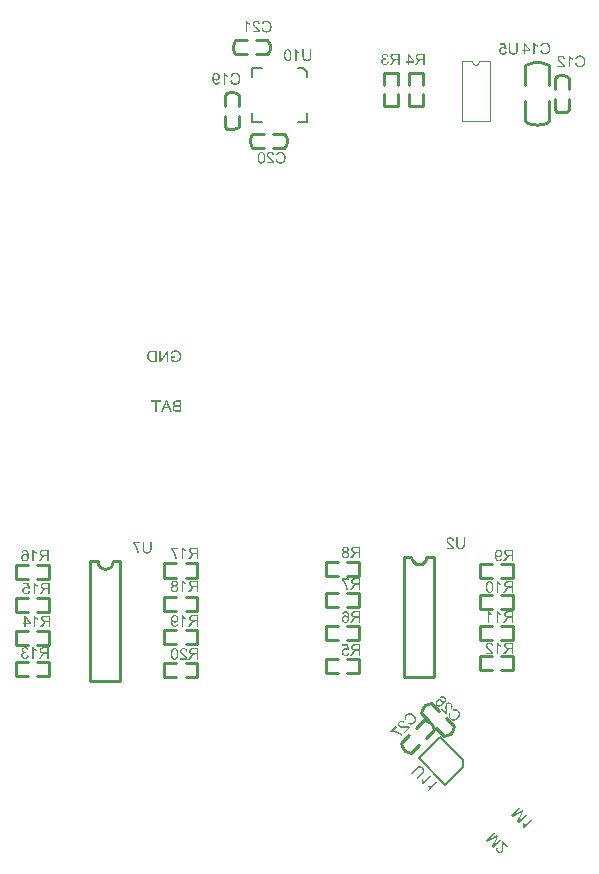
<source format=gbo>
G04 Layer_Color=32896*
%FSLAX25Y25*%
%MOIN*%
G70*
G01*
G75*
%ADD24C,0.01000*%
%ADD83C,0.00787*%
%ADD119C,0.00400*%
%ADD120C,0.00591*%
G36*
X765874Y232349D02*
X765954Y232343D01*
X766031Y232330D01*
X766104Y232313D01*
X766170Y232293D01*
X766234Y232270D01*
X766290Y232246D01*
X766344Y232223D01*
X766390Y232196D01*
X766433Y232173D01*
X766467Y232150D01*
X766497Y232130D01*
X766523Y232113D01*
X766540Y232100D01*
X766550Y232093D01*
X766553Y232090D01*
X766607Y232040D01*
X766657Y231983D01*
X766703Y231927D01*
X766743Y231867D01*
X766780Y231803D01*
X766810Y231743D01*
X766840Y231683D01*
X766863Y231627D01*
X766883Y231570D01*
X766900Y231520D01*
X766913Y231474D01*
X766926Y231434D01*
X766933Y231404D01*
X766940Y231377D01*
X766943Y231364D01*
Y231357D01*
X766470Y231274D01*
X766460Y231337D01*
X766447Y231397D01*
X766430Y231450D01*
X766413Y231500D01*
X766394Y231547D01*
X766373Y231590D01*
X766354Y231630D01*
X766334Y231663D01*
X766317Y231694D01*
X766297Y231720D01*
X766280Y231743D01*
X766267Y231760D01*
X766254Y231777D01*
X766244Y231787D01*
X766240Y231790D01*
X766237Y231793D01*
X766200Y231823D01*
X766164Y231850D01*
X766127Y231873D01*
X766087Y231893D01*
X766011Y231923D01*
X765941Y231946D01*
X765877Y231957D01*
X765851Y231960D01*
X765827Y231963D01*
X765807Y231966D01*
X765781D01*
X765731Y231963D01*
X765681Y231960D01*
X765594Y231940D01*
X765514Y231913D01*
X765451Y231880D01*
X765421Y231863D01*
X765398Y231847D01*
X765378Y231833D01*
X765361Y231820D01*
X765345Y231810D01*
X765335Y231800D01*
X765331Y231797D01*
X765328Y231793D01*
X765298Y231760D01*
X765268Y231727D01*
X765245Y231690D01*
X765225Y231657D01*
X765195Y231584D01*
X765175Y231517D01*
X765161Y231457D01*
X765158Y231430D01*
X765155Y231410D01*
X765151Y231390D01*
Y231377D01*
Y231370D01*
Y231367D01*
X765155Y231307D01*
X765161Y231251D01*
X765175Y231201D01*
X765188Y231151D01*
X765208Y231107D01*
X765228Y231067D01*
X765248Y231034D01*
X765271Y231001D01*
X765295Y230971D01*
X765315Y230948D01*
X765335Y230928D01*
X765355Y230911D01*
X765368Y230898D01*
X765381Y230888D01*
X765388Y230884D01*
X765391Y230881D01*
X765438Y230854D01*
X765484Y230831D01*
X765578Y230791D01*
X765668Y230764D01*
X765751Y230744D01*
X765788Y230738D01*
X765824Y230734D01*
X765854Y230728D01*
X765881D01*
X765901Y230724D01*
X765954D01*
X765981Y230728D01*
X766001Y230731D01*
X766007D01*
X766060Y230318D01*
X765987Y230335D01*
X765924Y230348D01*
X765867Y230355D01*
X765817Y230362D01*
X765781Y230365D01*
X765751Y230368D01*
X765728D01*
X765668Y230365D01*
X765611Y230358D01*
X765558Y230348D01*
X765504Y230335D01*
X765458Y230318D01*
X765414Y230301D01*
X765371Y230282D01*
X765335Y230265D01*
X765301Y230245D01*
X765271Y230225D01*
X765248Y230208D01*
X765225Y230192D01*
X765211Y230178D01*
X765198Y230168D01*
X765191Y230162D01*
X765188Y230158D01*
X765151Y230118D01*
X765118Y230075D01*
X765088Y230032D01*
X765065Y229985D01*
X765045Y229942D01*
X765028Y229895D01*
X765002Y229812D01*
X764992Y229772D01*
X764985Y229735D01*
X764982Y229706D01*
X764978Y229676D01*
X764975Y229652D01*
Y229636D01*
Y229626D01*
Y229622D01*
X764978Y229559D01*
X764985Y229499D01*
X764995Y229442D01*
X765012Y229389D01*
X765028Y229339D01*
X765048Y229292D01*
X765068Y229249D01*
X765088Y229209D01*
X765111Y229176D01*
X765132Y229143D01*
X765151Y229116D01*
X765168Y229093D01*
X765185Y229076D01*
X765195Y229063D01*
X765201Y229056D01*
X765205Y229053D01*
X765248Y229013D01*
X765295Y228976D01*
X765341Y228946D01*
X765388Y228920D01*
X765438Y228896D01*
X765484Y228880D01*
X765528Y228863D01*
X765571Y228853D01*
X765614Y228843D01*
X765651Y228836D01*
X765684Y228830D01*
X765711Y228826D01*
X765734Y228823D01*
X765767D01*
X765817Y228826D01*
X765867Y228830D01*
X765961Y228850D01*
X766041Y228880D01*
X766111Y228913D01*
X766140Y228926D01*
X766167Y228943D01*
X766190Y228959D01*
X766207Y228973D01*
X766224Y228983D01*
X766234Y228993D01*
X766240Y228996D01*
X766244Y228999D01*
X766277Y229036D01*
X766310Y229076D01*
X766340Y229119D01*
X766367Y229166D01*
X766413Y229259D01*
X766454Y229356D01*
X766467Y229399D01*
X766480Y229442D01*
X766493Y229479D01*
X766500Y229512D01*
X766507Y229542D01*
X766513Y229562D01*
X766517Y229576D01*
Y229579D01*
X766990Y229516D01*
X766976Y229429D01*
X766960Y229346D01*
X766936Y229266D01*
X766910Y229193D01*
X766880Y229123D01*
X766850Y229056D01*
X766816Y228999D01*
X766783Y228946D01*
X766750Y228896D01*
X766716Y228853D01*
X766690Y228820D01*
X766663Y228790D01*
X766640Y228763D01*
X766623Y228746D01*
X766613Y228736D01*
X766610Y228733D01*
X766547Y228680D01*
X766477Y228633D01*
X766410Y228593D01*
X766337Y228560D01*
X766267Y228530D01*
X766197Y228507D01*
X766130Y228487D01*
X766064Y228470D01*
X766004Y228460D01*
X765947Y228450D01*
X765897Y228443D01*
X765854Y228437D01*
X765821D01*
X765794Y228433D01*
X765771D01*
X765668Y228437D01*
X765571Y228450D01*
X765478Y228467D01*
X765391Y228487D01*
X765308Y228513D01*
X765231Y228543D01*
X765161Y228573D01*
X765098Y228607D01*
X765042Y228640D01*
X764992Y228670D01*
X764948Y228700D01*
X764912Y228726D01*
X764882Y228746D01*
X764862Y228766D01*
X764848Y228776D01*
X764845Y228780D01*
X764779Y228846D01*
X764722Y228916D01*
X764675Y228990D01*
X764632Y229059D01*
X764595Y229133D01*
X764565Y229203D01*
X764542Y229273D01*
X764522Y229336D01*
X764505Y229399D01*
X764495Y229456D01*
X764485Y229506D01*
X764482Y229549D01*
X764479Y229582D01*
X764475Y229609D01*
Y229626D01*
Y229632D01*
X764479Y229702D01*
X764482Y229765D01*
X764492Y229829D01*
X764505Y229885D01*
X764519Y229942D01*
X764535Y229992D01*
X764552Y230038D01*
X764569Y230082D01*
X764589Y230122D01*
X764605Y230155D01*
X764622Y230182D01*
X764635Y230208D01*
X764649Y230225D01*
X764659Y230242D01*
X764662Y230248D01*
X764665Y230252D01*
X764702Y230295D01*
X764742Y230335D01*
X764785Y230375D01*
X764828Y230408D01*
X764872Y230438D01*
X764915Y230465D01*
X765002Y230508D01*
X765042Y230525D01*
X765078Y230541D01*
X765111Y230551D01*
X765138Y230561D01*
X765161Y230568D01*
X765178Y230575D01*
X765191Y230578D01*
X765195D01*
X765105Y230628D01*
X765025Y230678D01*
X764955Y230734D01*
X764902Y230784D01*
X764858Y230831D01*
X764825Y230868D01*
X764815Y230881D01*
X764808Y230891D01*
X764802Y230898D01*
Y230901D01*
X764755Y230981D01*
X764722Y231057D01*
X764699Y231134D01*
X764682Y231204D01*
X764672Y231264D01*
X764669Y231291D01*
Y231314D01*
X764665Y231330D01*
Y231344D01*
Y231350D01*
Y231354D01*
Y231404D01*
X764672Y231450D01*
X764689Y231544D01*
X764712Y231627D01*
X764735Y231700D01*
X764748Y231733D01*
X764762Y231763D01*
X764775Y231787D01*
X764785Y231810D01*
X764795Y231827D01*
X764802Y231840D01*
X764805Y231847D01*
X764808Y231850D01*
X764865Y231933D01*
X764932Y232007D01*
X764998Y232070D01*
X765062Y232120D01*
X765122Y232163D01*
X765145Y232180D01*
X765168Y232193D01*
X765185Y232203D01*
X765198Y232210D01*
X765208Y232216D01*
X765211D01*
X765311Y232263D01*
X765411Y232296D01*
X765511Y232319D01*
X765601Y232336D01*
X765641Y232343D01*
X765678Y232346D01*
X765711Y232349D01*
X765737D01*
X765761Y232353D01*
X765791D01*
X765874Y232349D01*
D02*
G37*
G36*
X768531Y232306D02*
X768561Y232260D01*
X768625Y232166D01*
X768695Y232080D01*
X768764Y232000D01*
X768798Y231966D01*
X768828Y231933D01*
X768854Y231907D01*
X768878Y231883D01*
X768901Y231863D01*
X768914Y231850D01*
X768924Y231840D01*
X768928Y231837D01*
X769041Y231743D01*
X769161Y231657D01*
X769277Y231580D01*
X769331Y231544D01*
X769384Y231514D01*
X769434Y231484D01*
X769477Y231460D01*
X769517Y231437D01*
X769550Y231420D01*
X769577Y231407D01*
X769600Y231397D01*
X769614Y231390D01*
X769617Y231387D01*
Y230931D01*
X769534Y230964D01*
X769447Y231004D01*
X769364Y231044D01*
X769287Y231084D01*
X769254Y231101D01*
X769221Y231121D01*
X769194Y231134D01*
X769171Y231147D01*
X769151Y231157D01*
X769137Y231167D01*
X769128Y231171D01*
X769124Y231174D01*
X769024Y231234D01*
X768938Y231294D01*
X768861Y231350D01*
X768794Y231397D01*
X768768Y231420D01*
X768745Y231440D01*
X768724Y231457D01*
X768705Y231474D01*
X768691Y231484D01*
X768681Y231494D01*
X768678Y231497D01*
X768675Y231500D01*
Y228500D01*
X768202D01*
Y232353D01*
X768508D01*
X768531Y232306D01*
D02*
G37*
G36*
X773650Y228500D02*
X773140D01*
Y230205D01*
X772484D01*
X772428Y230202D01*
X772377Y230198D01*
X772338Y230195D01*
X772308Y230192D01*
X772288Y230188D01*
X772274Y230185D01*
X772271D01*
X772228Y230172D01*
X772184Y230155D01*
X772148Y230138D01*
X772111Y230122D01*
X772085Y230105D01*
X772061Y230095D01*
X772045Y230085D01*
X772041Y230082D01*
X771998Y230052D01*
X771951Y230012D01*
X771908Y229969D01*
X771868Y229929D01*
X771831Y229889D01*
X771805Y229855D01*
X771795Y229842D01*
X771788Y229832D01*
X771781Y229829D01*
Y229825D01*
X771755Y229789D01*
X771725Y229749D01*
X771665Y229665D01*
X771602Y229579D01*
X771545Y229492D01*
X771518Y229456D01*
X771492Y229419D01*
X771472Y229386D01*
X771452Y229356D01*
X771435Y229332D01*
X771425Y229316D01*
X771419Y229303D01*
X771415Y229299D01*
X770909Y228500D01*
X770273D01*
X770939Y229546D01*
X771012Y229656D01*
X771089Y229755D01*
X771159Y229842D01*
X771192Y229879D01*
X771222Y229915D01*
X771252Y229948D01*
X771279Y229975D01*
X771302Y229998D01*
X771322Y230018D01*
X771335Y230035D01*
X771349Y230045D01*
X771355Y230052D01*
X771359Y230055D01*
X771402Y230092D01*
X771449Y230125D01*
X771502Y230158D01*
X771552Y230188D01*
X771595Y230212D01*
X771632Y230232D01*
X771645Y230238D01*
X771655Y230245D01*
X771662Y230248D01*
X771665D01*
X771565Y230265D01*
X771472Y230285D01*
X771385Y230308D01*
X771305Y230335D01*
X771232Y230362D01*
X771162Y230391D01*
X771102Y230421D01*
X771049Y230451D01*
X771002Y230481D01*
X770962Y230508D01*
X770926Y230535D01*
X770899Y230558D01*
X770876Y230575D01*
X770862Y230588D01*
X770852Y230598D01*
X770849Y230601D01*
X770802Y230655D01*
X770762Y230711D01*
X770726Y230771D01*
X770696Y230828D01*
X770669Y230888D01*
X770646Y230944D01*
X770629Y231001D01*
X770616Y231051D01*
X770606Y231101D01*
X770596Y231147D01*
X770589Y231187D01*
X770586Y231224D01*
X770583Y231251D01*
Y231274D01*
Y231287D01*
Y231291D01*
X770586Y231350D01*
X770589Y231407D01*
X770606Y231514D01*
X770633Y231613D01*
X770646Y231657D01*
X770663Y231697D01*
X770676Y231733D01*
X770693Y231767D01*
X770706Y231797D01*
X770716Y231820D01*
X770729Y231840D01*
X770736Y231853D01*
X770739Y231863D01*
X770743Y231867D01*
X770773Y231913D01*
X770806Y231957D01*
X770842Y232000D01*
X770876Y232036D01*
X770912Y232070D01*
X770949Y232100D01*
X771016Y232150D01*
X771075Y232186D01*
X771102Y232200D01*
X771126Y232213D01*
X771142Y232223D01*
X771155Y232230D01*
X771165Y232233D01*
X771169D01*
X771222Y232253D01*
X771279Y232270D01*
X771339Y232283D01*
X771402Y232296D01*
X771532Y232313D01*
X771658Y232326D01*
X771718Y232330D01*
X771771Y232333D01*
X771821Y232336D01*
X771865Y232340D01*
X773650D01*
Y228500D01*
D02*
G37*
G36*
X920671Y233850D02*
X920764Y233840D01*
X920854Y233826D01*
X920938Y233809D01*
X921014Y233786D01*
X921087Y233763D01*
X921154Y233736D01*
X921211Y233710D01*
X921264Y233683D01*
X921311Y233656D01*
X921350Y233633D01*
X921384Y233610D01*
X921410Y233593D01*
X921427Y233580D01*
X921440Y233570D01*
X921444Y233566D01*
X921500Y233510D01*
X921554Y233450D01*
X921597Y233387D01*
X921637Y233317D01*
X921673Y233250D01*
X921704Y233180D01*
X921727Y233114D01*
X921750Y233047D01*
X921767Y232984D01*
X921780Y232927D01*
X921793Y232874D01*
X921800Y232831D01*
X921807Y232794D01*
X921810Y232764D01*
X921813Y232747D01*
Y232741D01*
X921327Y232691D01*
X921324Y232757D01*
X921317Y232817D01*
X921307Y232877D01*
X921294Y232930D01*
X921281Y232980D01*
X921264Y233027D01*
X921244Y233070D01*
X921224Y233110D01*
X921207Y233143D01*
X921187Y233173D01*
X921171Y233197D01*
X921154Y233220D01*
X921144Y233237D01*
X921134Y233247D01*
X921127Y233253D01*
X921124Y233257D01*
X921084Y233293D01*
X921041Y233323D01*
X920998Y233353D01*
X920954Y233377D01*
X920908Y233397D01*
X920864Y233413D01*
X920778Y233437D01*
X920738Y233447D01*
X920698Y233453D01*
X920665Y233456D01*
X920638Y233460D01*
X920615Y233463D01*
X920581D01*
X920521Y233460D01*
X920465Y233456D01*
X920411Y233447D01*
X920365Y233433D01*
X920318Y233420D01*
X920275Y233403D01*
X920235Y233383D01*
X920198Y233367D01*
X920165Y233350D01*
X920138Y233330D01*
X920115Y233313D01*
X920095Y233300D01*
X920078Y233287D01*
X920068Y233280D01*
X920062Y233273D01*
X920059Y233270D01*
X920022Y233233D01*
X919992Y233193D01*
X919965Y233154D01*
X919942Y233114D01*
X919922Y233074D01*
X919909Y233037D01*
X919882Y232960D01*
X919875Y232927D01*
X919869Y232897D01*
X919865Y232867D01*
X919862Y232844D01*
X919859Y232824D01*
Y232810D01*
Y232801D01*
Y232797D01*
X919862Y232747D01*
X919869Y232697D01*
X919879Y232647D01*
X919892Y232597D01*
X919929Y232501D01*
X919969Y232414D01*
X919989Y232374D01*
X920008Y232341D01*
X920028Y232308D01*
X920045Y232281D01*
X920059Y232261D01*
X920068Y232244D01*
X920075Y232234D01*
X920078Y232231D01*
X920125Y232171D01*
X920178Y232111D01*
X920238Y232045D01*
X920302Y231978D01*
X920372Y231908D01*
X920441Y231841D01*
X920515Y231775D01*
X920585Y231712D01*
X920651Y231652D01*
X920714Y231595D01*
X920771Y231545D01*
X920824Y231502D01*
X920864Y231465D01*
X920898Y231439D01*
X920918Y231422D01*
X920921Y231415D01*
X920924D01*
X920998Y231355D01*
X921067Y231295D01*
X921131Y231239D01*
X921191Y231186D01*
X921244Y231136D01*
X921297Y231086D01*
X921340Y231042D01*
X921384Y231002D01*
X921420Y230966D01*
X921450Y230932D01*
X921477Y230902D01*
X921500Y230879D01*
X921517Y230862D01*
X921530Y230846D01*
X921537Y230839D01*
X921540Y230836D01*
X921614Y230743D01*
X921677Y230649D01*
X921733Y230566D01*
X921773Y230486D01*
X921793Y230453D01*
X921807Y230423D01*
X921820Y230393D01*
X921830Y230370D01*
X921840Y230353D01*
X921847Y230340D01*
X921850Y230330D01*
Y230326D01*
X921870Y230266D01*
X921883Y230210D01*
X921893Y230153D01*
X921900Y230103D01*
X921903Y230063D01*
Y230030D01*
Y230017D01*
Y230007D01*
Y230003D01*
Y230000D01*
X919366D01*
Y230453D01*
X921247D01*
X921217Y230500D01*
X921184Y230546D01*
X921151Y230589D01*
X921121Y230626D01*
X921094Y230659D01*
X921071Y230686D01*
X921058Y230699D01*
X921051Y230706D01*
X921024Y230733D01*
X920994Y230763D01*
X920954Y230799D01*
X920914Y230836D01*
X920824Y230916D01*
X920731Y230996D01*
X920688Y231032D01*
X920644Y231069D01*
X920608Y231102D01*
X920575Y231132D01*
X920545Y231155D01*
X920525Y231172D01*
X920508Y231186D01*
X920505Y231189D01*
X920411Y231269D01*
X920328Y231342D01*
X920248Y231412D01*
X920178Y231475D01*
X920112Y231535D01*
X920055Y231592D01*
X920002Y231642D01*
X919952Y231688D01*
X919912Y231728D01*
X919879Y231765D01*
X919849Y231795D01*
X919822Y231818D01*
X919805Y231838D01*
X919792Y231855D01*
X919785Y231861D01*
X919782Y231865D01*
X919705Y231955D01*
X919639Y232041D01*
X919586Y232121D01*
X919542Y232191D01*
X919526Y232221D01*
X919509Y232248D01*
X919496Y232271D01*
X919486Y232294D01*
X919479Y232308D01*
X919472Y232321D01*
X919469Y232328D01*
Y232331D01*
X919436Y232414D01*
X919412Y232498D01*
X919396Y232574D01*
X919386Y232644D01*
X919376Y232701D01*
Y232727D01*
X919372Y232747D01*
Y232764D01*
Y232777D01*
Y232784D01*
Y232787D01*
X919376Y232871D01*
X919386Y232950D01*
X919402Y233027D01*
X919422Y233097D01*
X919446Y233163D01*
X919476Y233227D01*
X919502Y233283D01*
X919532Y233337D01*
X919566Y233383D01*
X919592Y233427D01*
X919619Y233463D01*
X919646Y233493D01*
X919666Y233517D01*
X919682Y233533D01*
X919692Y233543D01*
X919695Y233546D01*
X919759Y233600D01*
X919825Y233646D01*
X919895Y233690D01*
X919969Y233723D01*
X920042Y233753D01*
X920115Y233780D01*
X920185Y233800D01*
X920255Y233816D01*
X920318Y233826D01*
X920378Y233836D01*
X920435Y233843D01*
X920481Y233850D01*
X920518D01*
X920548Y233853D01*
X920571D01*
X920671Y233850D01*
D02*
G37*
G36*
X923382Y233806D02*
X923412Y233760D01*
X923475Y233666D01*
X923545Y233580D01*
X923615Y233500D01*
X923648Y233467D01*
X923678Y233433D01*
X923705Y233407D01*
X923728Y233383D01*
X923751Y233363D01*
X923765Y233350D01*
X923775Y233340D01*
X923778Y233337D01*
X923891Y233243D01*
X924011Y233157D01*
X924128Y233080D01*
X924181Y233044D01*
X924234Y233014D01*
X924284Y232984D01*
X924327Y232960D01*
X924368Y232937D01*
X924401Y232920D01*
X924427Y232907D01*
X924451Y232897D01*
X924464Y232890D01*
X924467Y232887D01*
Y232431D01*
X924384Y232464D01*
X924298Y232504D01*
X924214Y232544D01*
X924138Y232584D01*
X924104Y232601D01*
X924071Y232621D01*
X924045Y232634D01*
X924021Y232647D01*
X924001Y232657D01*
X923988Y232667D01*
X923978Y232671D01*
X923975Y232674D01*
X923875Y232734D01*
X923788Y232794D01*
X923711Y232851D01*
X923645Y232897D01*
X923618Y232920D01*
X923595Y232940D01*
X923575Y232957D01*
X923555Y232974D01*
X923542Y232984D01*
X923532Y232994D01*
X923528Y232997D01*
X923525Y233000D01*
Y230000D01*
X923052D01*
Y233853D01*
X923359D01*
X923382Y233806D01*
D02*
G37*
G36*
X928500Y230000D02*
X927991D01*
Y231705D01*
X927334D01*
X927278Y231702D01*
X927228Y231698D01*
X927188Y231695D01*
X927158Y231692D01*
X927138Y231688D01*
X927125Y231685D01*
X927121D01*
X927078Y231672D01*
X927035Y231655D01*
X926998Y231638D01*
X926962Y231622D01*
X926935Y231605D01*
X926912Y231595D01*
X926895Y231585D01*
X926892Y231582D01*
X926848Y231552D01*
X926802Y231512D01*
X926758Y231469D01*
X926718Y231429D01*
X926682Y231389D01*
X926655Y231355D01*
X926645Y231342D01*
X926639Y231332D01*
X926632Y231329D01*
Y231325D01*
X926605Y231289D01*
X926575Y231249D01*
X926515Y231166D01*
X926452Y231079D01*
X926395Y230992D01*
X926369Y230956D01*
X926342Y230919D01*
X926322Y230886D01*
X926302Y230856D01*
X926285Y230833D01*
X926276Y230816D01*
X926269Y230802D01*
X926266Y230799D01*
X925759Y230000D01*
X925123D01*
X925789Y231046D01*
X925863Y231155D01*
X925939Y231255D01*
X926009Y231342D01*
X926042Y231379D01*
X926072Y231415D01*
X926102Y231449D01*
X926129Y231475D01*
X926152Y231499D01*
X926172Y231519D01*
X926186Y231535D01*
X926199Y231545D01*
X926206Y231552D01*
X926209Y231555D01*
X926252Y231592D01*
X926299Y231625D01*
X926352Y231658D01*
X926402Y231688D01*
X926445Y231712D01*
X926482Y231732D01*
X926495Y231738D01*
X926505Y231745D01*
X926512Y231748D01*
X926515D01*
X926415Y231765D01*
X926322Y231785D01*
X926236Y231808D01*
X926156Y231835D01*
X926082Y231861D01*
X926013Y231891D01*
X925953Y231921D01*
X925899Y231951D01*
X925853Y231981D01*
X925813Y232008D01*
X925776Y232035D01*
X925749Y232058D01*
X925726Y232075D01*
X925713Y232088D01*
X925703Y232098D01*
X925700Y232101D01*
X925653Y232154D01*
X925613Y232211D01*
X925576Y232271D01*
X925546Y232328D01*
X925520Y232388D01*
X925496Y232444D01*
X925480Y232501D01*
X925466Y232551D01*
X925456Y232601D01*
X925446Y232647D01*
X925440Y232687D01*
X925436Y232724D01*
X925433Y232751D01*
Y232774D01*
Y232787D01*
Y232790D01*
X925436Y232851D01*
X925440Y232907D01*
X925456Y233014D01*
X925483Y233114D01*
X925496Y233157D01*
X925513Y233197D01*
X925526Y233233D01*
X925543Y233267D01*
X925556Y233297D01*
X925566Y233320D01*
X925580Y233340D01*
X925586Y233353D01*
X925590Y233363D01*
X925593Y233367D01*
X925623Y233413D01*
X925656Y233456D01*
X925693Y233500D01*
X925726Y233537D01*
X925763Y233570D01*
X925799Y233600D01*
X925866Y233650D01*
X925926Y233686D01*
X925953Y233700D01*
X925976Y233713D01*
X925992Y233723D01*
X926006Y233730D01*
X926016Y233733D01*
X926019D01*
X926072Y233753D01*
X926129Y233770D01*
X926189Y233783D01*
X926252Y233796D01*
X926382Y233813D01*
X926509Y233826D01*
X926569Y233829D01*
X926622Y233833D01*
X926672Y233836D01*
X926715Y233840D01*
X928500D01*
Y230000D01*
D02*
G37*
G36*
X768882Y253806D02*
X768912Y253760D01*
X768975Y253666D01*
X769045Y253580D01*
X769115Y253500D01*
X769148Y253467D01*
X769178Y253433D01*
X769205Y253407D01*
X769228Y253383D01*
X769251Y253363D01*
X769265Y253350D01*
X769275Y253340D01*
X769278Y253337D01*
X769391Y253243D01*
X769511Y253157D01*
X769628Y253080D01*
X769681Y253044D01*
X769734Y253014D01*
X769784Y252984D01*
X769828Y252960D01*
X769868Y252937D01*
X769901Y252920D01*
X769927Y252907D01*
X769951Y252897D01*
X769964Y252890D01*
X769967Y252887D01*
Y252431D01*
X769884Y252464D01*
X769798Y252504D01*
X769714Y252544D01*
X769638Y252584D01*
X769604Y252601D01*
X769571Y252621D01*
X769545Y252634D01*
X769521Y252647D01*
X769501Y252657D01*
X769488Y252667D01*
X769478Y252671D01*
X769475Y252674D01*
X769375Y252734D01*
X769288Y252794D01*
X769211Y252851D01*
X769145Y252897D01*
X769118Y252920D01*
X769095Y252940D01*
X769075Y252957D01*
X769055Y252974D01*
X769042Y252984D01*
X769032Y252994D01*
X769028Y252997D01*
X769025Y253000D01*
Y250000D01*
X768552D01*
Y253853D01*
X768858D01*
X768882Y253806D01*
D02*
G37*
G36*
X767260Y251818D02*
X766817Y251762D01*
X766774Y251821D01*
X766727Y251871D01*
X766681Y251918D01*
X766634Y251955D01*
X766594Y251988D01*
X766561Y252008D01*
X766547Y252018D01*
X766538Y252025D01*
X766534Y252028D01*
X766531D01*
X766461Y252061D01*
X766391Y252088D01*
X766321Y252105D01*
X766258Y252118D01*
X766201Y252125D01*
X766178Y252128D01*
X766158Y252131D01*
X766121D01*
X766055Y252128D01*
X765988Y252121D01*
X765928Y252108D01*
X765871Y252095D01*
X765818Y252078D01*
X765772Y252058D01*
X765725Y252035D01*
X765685Y252015D01*
X765648Y251991D01*
X765615Y251968D01*
X765588Y251948D01*
X765565Y251931D01*
X765549Y251918D01*
X765535Y251905D01*
X765528Y251898D01*
X765525Y251895D01*
X765485Y251848D01*
X765452Y251801D01*
X765419Y251748D01*
X765395Y251698D01*
X765372Y251645D01*
X765355Y251592D01*
X765325Y251488D01*
X765319Y251442D01*
X765312Y251399D01*
X765305Y251359D01*
X765302Y251325D01*
X765299Y251299D01*
Y251275D01*
Y251262D01*
Y251259D01*
X765302Y251182D01*
X765309Y251109D01*
X765322Y251039D01*
X765335Y250976D01*
X765352Y250912D01*
X765372Y250859D01*
X765395Y250806D01*
X765415Y250759D01*
X765439Y250719D01*
X765462Y250683D01*
X765482Y250653D01*
X765498Y250626D01*
X765512Y250606D01*
X765525Y250593D01*
X765532Y250583D01*
X765535Y250579D01*
X765578Y250533D01*
X765625Y250496D01*
X765675Y250460D01*
X765725Y250433D01*
X765772Y250406D01*
X765818Y250386D01*
X765865Y250370D01*
X765911Y250356D01*
X765951Y250343D01*
X765991Y250336D01*
X766025Y250330D01*
X766055Y250326D01*
X766078D01*
X766095Y250323D01*
X766111D01*
X766164Y250326D01*
X766215Y250330D01*
X766304Y250350D01*
X766388Y250380D01*
X766458Y250413D01*
X766488Y250430D01*
X766517Y250446D01*
X766538Y250463D01*
X766557Y250476D01*
X766574Y250486D01*
X766584Y250496D01*
X766591Y250500D01*
X766594Y250503D01*
X766631Y250539D01*
X766661Y250579D01*
X766717Y250666D01*
X766761Y250756D01*
X766794Y250846D01*
X766807Y250889D01*
X766820Y250926D01*
X766827Y250962D01*
X766837Y250992D01*
X766841Y251019D01*
X766844Y251036D01*
X766847Y251049D01*
Y251052D01*
X767343Y251009D01*
X767330Y250919D01*
X767313Y250836D01*
X767290Y250756D01*
X767263Y250683D01*
X767237Y250613D01*
X767204Y250549D01*
X767170Y250489D01*
X767137Y250436D01*
X767104Y250390D01*
X767074Y250350D01*
X767044Y250313D01*
X767020Y250283D01*
X766997Y250260D01*
X766980Y250243D01*
X766970Y250233D01*
X766967Y250230D01*
X766904Y250180D01*
X766834Y250133D01*
X766764Y250093D01*
X766694Y250060D01*
X766621Y250033D01*
X766551Y250010D01*
X766481Y249990D01*
X766414Y249973D01*
X766351Y249960D01*
X766294Y249953D01*
X766241Y249947D01*
X766198Y249940D01*
X766161D01*
X766135Y249937D01*
X766111D01*
X765995Y249943D01*
X765885Y249957D01*
X765782Y249980D01*
X765685Y250010D01*
X765595Y250043D01*
X765512Y250083D01*
X765435Y250127D01*
X765369Y250170D01*
X765309Y250210D01*
X765255Y250253D01*
X765209Y250293D01*
X765172Y250326D01*
X765142Y250356D01*
X765122Y250380D01*
X765109Y250393D01*
X765106Y250400D01*
X765052Y250473D01*
X765006Y250549D01*
X764962Y250626D01*
X764929Y250703D01*
X764899Y250779D01*
X764873Y250852D01*
X764853Y250926D01*
X764836Y250996D01*
X764826Y251059D01*
X764816Y251119D01*
X764809Y251169D01*
X764803Y251216D01*
Y251252D01*
X764799Y251279D01*
Y251295D01*
Y251302D01*
X764803Y251402D01*
X764813Y251499D01*
X764832Y251588D01*
X764853Y251672D01*
X764879Y251752D01*
X764909Y251825D01*
X764939Y251895D01*
X764972Y251955D01*
X765006Y252011D01*
X765036Y252058D01*
X765066Y252101D01*
X765092Y252134D01*
X765112Y252161D01*
X765129Y252181D01*
X765142Y252194D01*
X765145Y252198D01*
X765212Y252261D01*
X765282Y252314D01*
X765352Y252361D01*
X765425Y252401D01*
X765495Y252434D01*
X765565Y252461D01*
X765635Y252484D01*
X765698Y252504D01*
X765762Y252518D01*
X765818Y252527D01*
X765868Y252537D01*
X765911Y252541D01*
X765945Y252544D01*
X765971Y252547D01*
X765995D01*
X766065Y252544D01*
X766135Y252537D01*
X766201Y252524D01*
X766268Y252511D01*
X766331Y252491D01*
X766391Y252471D01*
X766448Y252448D01*
X766501Y252428D01*
X766547Y252404D01*
X766591Y252381D01*
X766627Y252361D01*
X766661Y252341D01*
X766687Y252328D01*
X766704Y252314D01*
X766717Y252308D01*
X766721Y252304D01*
X766514Y253340D01*
X764979D01*
Y253789D01*
X766887D01*
X767260Y251818D01*
D02*
G37*
G36*
X774000Y250000D02*
X773490D01*
Y251705D01*
X772834D01*
X772778Y251702D01*
X772728Y251698D01*
X772688Y251695D01*
X772658Y251692D01*
X772638Y251688D01*
X772625Y251685D01*
X772621D01*
X772578Y251672D01*
X772535Y251655D01*
X772498Y251638D01*
X772462Y251622D01*
X772435Y251605D01*
X772412Y251595D01*
X772395Y251585D01*
X772392Y251582D01*
X772348Y251552D01*
X772302Y251512D01*
X772258Y251468D01*
X772219Y251429D01*
X772182Y251389D01*
X772155Y251355D01*
X772145Y251342D01*
X772139Y251332D01*
X772132Y251329D01*
Y251325D01*
X772105Y251289D01*
X772075Y251249D01*
X772015Y251166D01*
X771952Y251079D01*
X771895Y250992D01*
X771869Y250956D01*
X771842Y250919D01*
X771822Y250886D01*
X771802Y250856D01*
X771785Y250833D01*
X771776Y250816D01*
X771769Y250802D01*
X771766Y250799D01*
X771259Y250000D01*
X770623D01*
X771289Y251046D01*
X771363Y251155D01*
X771439Y251255D01*
X771509Y251342D01*
X771543Y251379D01*
X771572Y251415D01*
X771602Y251448D01*
X771629Y251475D01*
X771652Y251499D01*
X771672Y251519D01*
X771686Y251535D01*
X771699Y251545D01*
X771706Y251552D01*
X771709Y251555D01*
X771752Y251592D01*
X771799Y251625D01*
X771852Y251658D01*
X771902Y251688D01*
X771945Y251712D01*
X771982Y251732D01*
X771995Y251738D01*
X772005Y251745D01*
X772012Y251748D01*
X772015D01*
X771915Y251765D01*
X771822Y251785D01*
X771736Y251808D01*
X771656Y251835D01*
X771582Y251862D01*
X771513Y251891D01*
X771453Y251921D01*
X771399Y251951D01*
X771353Y251981D01*
X771313Y252008D01*
X771276Y252035D01*
X771249Y252058D01*
X771226Y252075D01*
X771213Y252088D01*
X771203Y252098D01*
X771200Y252101D01*
X771153Y252154D01*
X771113Y252211D01*
X771076Y252271D01*
X771046Y252328D01*
X771020Y252388D01*
X770996Y252444D01*
X770980Y252501D01*
X770966Y252551D01*
X770956Y252601D01*
X770946Y252647D01*
X770940Y252687D01*
X770936Y252724D01*
X770933Y252751D01*
Y252774D01*
Y252787D01*
Y252790D01*
X770936Y252851D01*
X770940Y252907D01*
X770956Y253014D01*
X770983Y253114D01*
X770996Y253157D01*
X771013Y253197D01*
X771026Y253233D01*
X771043Y253267D01*
X771056Y253297D01*
X771066Y253320D01*
X771080Y253340D01*
X771086Y253353D01*
X771090Y253363D01*
X771093Y253367D01*
X771123Y253413D01*
X771156Y253456D01*
X771193Y253500D01*
X771226Y253537D01*
X771263Y253570D01*
X771299Y253600D01*
X771366Y253650D01*
X771426Y253686D01*
X771453Y253700D01*
X771476Y253713D01*
X771492Y253723D01*
X771506Y253730D01*
X771516Y253733D01*
X771519D01*
X771572Y253753D01*
X771629Y253770D01*
X771689Y253783D01*
X771752Y253796D01*
X771882Y253813D01*
X772009Y253826D01*
X772069Y253830D01*
X772122Y253833D01*
X772172Y253836D01*
X772215Y253839D01*
X774000D01*
Y250000D01*
D02*
G37*
G36*
X769031Y242806D02*
X769061Y242760D01*
X769125Y242666D01*
X769195Y242580D01*
X769265Y242500D01*
X769298Y242466D01*
X769328Y242433D01*
X769354Y242407D01*
X769378Y242383D01*
X769401Y242363D01*
X769414Y242350D01*
X769424Y242340D01*
X769428Y242337D01*
X769541Y242243D01*
X769661Y242157D01*
X769777Y242080D01*
X769831Y242044D01*
X769884Y242014D01*
X769934Y241984D01*
X769977Y241960D01*
X770017Y241937D01*
X770050Y241920D01*
X770077Y241907D01*
X770100Y241897D01*
X770114Y241890D01*
X770117Y241887D01*
Y241431D01*
X770034Y241464D01*
X769947Y241504D01*
X769864Y241544D01*
X769787Y241584D01*
X769754Y241601D01*
X769721Y241621D01*
X769694Y241634D01*
X769671Y241647D01*
X769651Y241657D01*
X769637Y241667D01*
X769628Y241671D01*
X769624Y241674D01*
X769524Y241734D01*
X769438Y241794D01*
X769361Y241850D01*
X769295Y241897D01*
X769268Y241920D01*
X769244Y241940D01*
X769225Y241957D01*
X769205Y241974D01*
X769191Y241984D01*
X769181Y241994D01*
X769178Y241997D01*
X769175Y242000D01*
Y239000D01*
X768702D01*
Y242853D01*
X769008D01*
X769031Y242806D01*
D02*
G37*
G36*
X774150Y239000D02*
X773640D01*
Y240705D01*
X772984D01*
X772928Y240702D01*
X772878Y240698D01*
X772838Y240695D01*
X772808Y240692D01*
X772788Y240688D01*
X772774Y240685D01*
X772771D01*
X772728Y240672D01*
X772684Y240655D01*
X772648Y240638D01*
X772611Y240622D01*
X772584Y240605D01*
X772561Y240595D01*
X772544Y240585D01*
X772541Y240582D01*
X772498Y240552D01*
X772451Y240512D01*
X772408Y240469D01*
X772368Y240429D01*
X772331Y240389D01*
X772305Y240355D01*
X772295Y240342D01*
X772288Y240332D01*
X772282Y240329D01*
Y240325D01*
X772255Y240289D01*
X772225Y240249D01*
X772165Y240165D01*
X772102Y240079D01*
X772045Y239992D01*
X772018Y239956D01*
X771992Y239919D01*
X771972Y239886D01*
X771952Y239856D01*
X771935Y239832D01*
X771925Y239816D01*
X771918Y239803D01*
X771915Y239799D01*
X771409Y239000D01*
X770773D01*
X771439Y240046D01*
X771512Y240156D01*
X771589Y240255D01*
X771659Y240342D01*
X771692Y240379D01*
X771722Y240415D01*
X771752Y240448D01*
X771779Y240475D01*
X771802Y240498D01*
X771822Y240518D01*
X771835Y240535D01*
X771849Y240545D01*
X771855Y240552D01*
X771859Y240555D01*
X771902Y240592D01*
X771948Y240625D01*
X772002Y240658D01*
X772052Y240688D01*
X772095Y240712D01*
X772132Y240732D01*
X772145Y240738D01*
X772155Y240745D01*
X772162Y240748D01*
X772165D01*
X772065Y240765D01*
X771972Y240785D01*
X771885Y240808D01*
X771805Y240835D01*
X771732Y240862D01*
X771662Y240891D01*
X771602Y240921D01*
X771549Y240951D01*
X771502Y240981D01*
X771462Y241008D01*
X771426Y241035D01*
X771399Y241058D01*
X771376Y241075D01*
X771362Y241088D01*
X771352Y241098D01*
X771349Y241101D01*
X771303Y241155D01*
X771263Y241211D01*
X771226Y241271D01*
X771196Y241328D01*
X771169Y241388D01*
X771146Y241444D01*
X771129Y241501D01*
X771116Y241551D01*
X771106Y241601D01*
X771096Y241647D01*
X771089Y241687D01*
X771086Y241724D01*
X771083Y241751D01*
Y241774D01*
Y241787D01*
Y241791D01*
X771086Y241850D01*
X771089Y241907D01*
X771106Y242014D01*
X771133Y242113D01*
X771146Y242157D01*
X771163Y242197D01*
X771176Y242233D01*
X771193Y242267D01*
X771206Y242297D01*
X771216Y242320D01*
X771229Y242340D01*
X771236Y242353D01*
X771239Y242363D01*
X771243Y242367D01*
X771273Y242413D01*
X771306Y242457D01*
X771342Y242500D01*
X771376Y242536D01*
X771412Y242570D01*
X771449Y242600D01*
X771516Y242650D01*
X771575Y242686D01*
X771602Y242700D01*
X771626Y242713D01*
X771642Y242723D01*
X771655Y242730D01*
X771665Y242733D01*
X771669D01*
X771722Y242753D01*
X771779Y242770D01*
X771839Y242783D01*
X771902Y242796D01*
X772032Y242813D01*
X772158Y242826D01*
X772218Y242829D01*
X772271Y242833D01*
X772321Y242836D01*
X772365Y242840D01*
X774150D01*
Y239000D01*
D02*
G37*
G36*
X767649Y240352D02*
Y239919D01*
X765984D01*
Y239000D01*
X765512D01*
Y239919D01*
X764992D01*
Y240352D01*
X765512D01*
Y242840D01*
X765898D01*
X767649Y240352D01*
D02*
G37*
G36*
X928500Y240500D02*
X927991D01*
Y242205D01*
X927334D01*
X927278Y242202D01*
X927228Y242198D01*
X927188Y242195D01*
X927158Y242192D01*
X927138Y242188D01*
X927125Y242185D01*
X927121D01*
X927078Y242172D01*
X927035Y242155D01*
X926998Y242138D01*
X926962Y242122D01*
X926935Y242105D01*
X926912Y242095D01*
X926895Y242085D01*
X926892Y242082D01*
X926848Y242052D01*
X926802Y242012D01*
X926758Y241968D01*
X926718Y241929D01*
X926682Y241889D01*
X926655Y241855D01*
X926645Y241842D01*
X926639Y241832D01*
X926632Y241829D01*
Y241825D01*
X926605Y241789D01*
X926575Y241749D01*
X926515Y241666D01*
X926452Y241579D01*
X926395Y241492D01*
X926369Y241456D01*
X926342Y241419D01*
X926322Y241386D01*
X926302Y241356D01*
X926285Y241333D01*
X926276Y241316D01*
X926269Y241302D01*
X926266Y241299D01*
X925759Y240500D01*
X925123D01*
X925789Y241546D01*
X925863Y241655D01*
X925939Y241755D01*
X926009Y241842D01*
X926042Y241879D01*
X926072Y241915D01*
X926102Y241949D01*
X926129Y241975D01*
X926152Y241999D01*
X926172Y242019D01*
X926186Y242035D01*
X926199Y242045D01*
X926206Y242052D01*
X926209Y242055D01*
X926252Y242092D01*
X926299Y242125D01*
X926352Y242158D01*
X926402Y242188D01*
X926445Y242212D01*
X926482Y242232D01*
X926495Y242238D01*
X926505Y242245D01*
X926512Y242248D01*
X926515D01*
X926415Y242265D01*
X926322Y242285D01*
X926236Y242308D01*
X926156Y242335D01*
X926082Y242361D01*
X926013Y242391D01*
X925953Y242421D01*
X925899Y242451D01*
X925853Y242481D01*
X925813Y242508D01*
X925776Y242535D01*
X925749Y242558D01*
X925726Y242575D01*
X925713Y242588D01*
X925703Y242598D01*
X925700Y242601D01*
X925653Y242654D01*
X925613Y242711D01*
X925576Y242771D01*
X925546Y242828D01*
X925520Y242888D01*
X925496Y242944D01*
X925480Y243001D01*
X925466Y243051D01*
X925456Y243101D01*
X925446Y243147D01*
X925440Y243187D01*
X925436Y243224D01*
X925433Y243251D01*
Y243274D01*
Y243287D01*
Y243290D01*
X925436Y243351D01*
X925440Y243407D01*
X925456Y243514D01*
X925483Y243614D01*
X925496Y243657D01*
X925513Y243697D01*
X925526Y243733D01*
X925543Y243767D01*
X925556Y243797D01*
X925566Y243820D01*
X925580Y243840D01*
X925586Y243853D01*
X925590Y243863D01*
X925593Y243867D01*
X925623Y243913D01*
X925656Y243956D01*
X925693Y244000D01*
X925726Y244037D01*
X925763Y244070D01*
X925799Y244100D01*
X925866Y244150D01*
X925926Y244186D01*
X925953Y244200D01*
X925976Y244213D01*
X925992Y244223D01*
X926006Y244230D01*
X926016Y244233D01*
X926019D01*
X926072Y244253D01*
X926129Y244270D01*
X926189Y244283D01*
X926252Y244296D01*
X926382Y244313D01*
X926509Y244326D01*
X926569Y244330D01*
X926622Y244333D01*
X926672Y244336D01*
X926715Y244339D01*
X928500D01*
Y240500D01*
D02*
G37*
G36*
X877500Y262000D02*
X876991D01*
Y263705D01*
X876334D01*
X876278Y263702D01*
X876228Y263698D01*
X876188Y263695D01*
X876158Y263692D01*
X876138Y263688D01*
X876125Y263685D01*
X876121D01*
X876078Y263672D01*
X876035Y263655D01*
X875998Y263638D01*
X875961Y263622D01*
X875935Y263605D01*
X875912Y263595D01*
X875895Y263585D01*
X875892Y263582D01*
X875848Y263552D01*
X875802Y263512D01*
X875758Y263469D01*
X875718Y263429D01*
X875682Y263389D01*
X875655Y263355D01*
X875645Y263342D01*
X875638Y263332D01*
X875632Y263329D01*
Y263325D01*
X875605Y263289D01*
X875575Y263249D01*
X875515Y263165D01*
X875452Y263079D01*
X875395Y262992D01*
X875369Y262956D01*
X875342Y262919D01*
X875322Y262886D01*
X875302Y262856D01*
X875286Y262832D01*
X875276Y262816D01*
X875269Y262803D01*
X875266Y262799D01*
X874759Y262000D01*
X874123D01*
X874789Y263046D01*
X874863Y263156D01*
X874939Y263255D01*
X875009Y263342D01*
X875043Y263379D01*
X875072Y263415D01*
X875102Y263449D01*
X875129Y263475D01*
X875152Y263498D01*
X875172Y263519D01*
X875186Y263535D01*
X875199Y263545D01*
X875206Y263552D01*
X875209Y263555D01*
X875252Y263592D01*
X875299Y263625D01*
X875352Y263658D01*
X875402Y263688D01*
X875445Y263712D01*
X875482Y263732D01*
X875495Y263738D01*
X875505Y263745D01*
X875512Y263748D01*
X875515D01*
X875415Y263765D01*
X875322Y263785D01*
X875236Y263808D01*
X875156Y263835D01*
X875082Y263861D01*
X875012Y263891D01*
X874953Y263921D01*
X874899Y263951D01*
X874853Y263981D01*
X874813Y264008D01*
X874776Y264035D01*
X874749Y264058D01*
X874726Y264075D01*
X874713Y264088D01*
X874703Y264098D01*
X874699Y264101D01*
X874653Y264155D01*
X874613Y264211D01*
X874576Y264271D01*
X874546Y264328D01*
X874520Y264388D01*
X874496Y264444D01*
X874480Y264501D01*
X874466Y264551D01*
X874456Y264601D01*
X874446Y264647D01*
X874440Y264687D01*
X874436Y264724D01*
X874433Y264751D01*
Y264774D01*
Y264787D01*
Y264791D01*
X874436Y264850D01*
X874440Y264907D01*
X874456Y265014D01*
X874483Y265113D01*
X874496Y265157D01*
X874513Y265197D01*
X874526Y265233D01*
X874543Y265267D01*
X874556Y265297D01*
X874566Y265320D01*
X874580Y265340D01*
X874586Y265353D01*
X874590Y265363D01*
X874593Y265367D01*
X874623Y265413D01*
X874656Y265457D01*
X874693Y265500D01*
X874726Y265536D01*
X874763Y265570D01*
X874799Y265600D01*
X874866Y265650D01*
X874926Y265686D01*
X874953Y265700D01*
X874976Y265713D01*
X874992Y265723D01*
X875006Y265730D01*
X875016Y265733D01*
X875019D01*
X875072Y265753D01*
X875129Y265770D01*
X875189Y265783D01*
X875252Y265796D01*
X875382Y265813D01*
X875509Y265826D01*
X875569Y265829D01*
X875622Y265833D01*
X875672Y265836D01*
X875715Y265840D01*
X877500D01*
Y262000D01*
D02*
G37*
G36*
X872668Y265849D02*
X872755Y265840D01*
X872838Y265826D01*
X872915Y265809D01*
X872985Y265786D01*
X873051Y265763D01*
X873111Y265736D01*
X873168Y265710D01*
X873214Y265683D01*
X873258Y265656D01*
X873294Y265633D01*
X873324Y265610D01*
X873351Y265593D01*
X873368Y265580D01*
X873378Y265570D01*
X873381Y265566D01*
X873434Y265510D01*
X873481Y265453D01*
X873521Y265397D01*
X873554Y265337D01*
X873584Y265277D01*
X873607Y265217D01*
X873627Y265160D01*
X873644Y265107D01*
X873654Y265057D01*
X873664Y265010D01*
X873670Y264970D01*
X873677Y264934D01*
Y264904D01*
X873680Y264884D01*
Y264867D01*
Y264864D01*
X873674Y264764D01*
X873657Y264674D01*
X873637Y264591D01*
X873611Y264521D01*
X873597Y264491D01*
X873584Y264464D01*
X873574Y264441D01*
X873564Y264424D01*
X873554Y264408D01*
X873547Y264398D01*
X873541Y264391D01*
Y264388D01*
X873511Y264351D01*
X873481Y264318D01*
X873411Y264254D01*
X873337Y264205D01*
X873268Y264161D01*
X873201Y264124D01*
X873174Y264111D01*
X873151Y264101D01*
X873128Y264091D01*
X873114Y264088D01*
X873104Y264081D01*
X873101D01*
X873164Y264061D01*
X873224Y264041D01*
X873281Y264015D01*
X873334Y263991D01*
X873384Y263961D01*
X873427Y263935D01*
X873467Y263905D01*
X873504Y263875D01*
X873537Y263848D01*
X873564Y263825D01*
X873591Y263798D01*
X873607Y263778D01*
X873624Y263762D01*
X873634Y263748D01*
X873641Y263742D01*
X873644Y263738D01*
X873677Y263688D01*
X873707Y263638D01*
X873730Y263585D01*
X873754Y263532D01*
X873770Y263482D01*
X873787Y263429D01*
X873810Y263329D01*
X873817Y263282D01*
X873824Y263242D01*
X873827Y263206D01*
X873830Y263172D01*
X873834Y263145D01*
Y263125D01*
Y263112D01*
Y263109D01*
X873830Y263016D01*
X873817Y262929D01*
X873800Y262846D01*
X873780Y262769D01*
X873754Y262693D01*
X873724Y262626D01*
X873694Y262563D01*
X873660Y262503D01*
X873627Y262453D01*
X873597Y262406D01*
X873567Y262366D01*
X873541Y262333D01*
X873521Y262306D01*
X873501Y262290D01*
X873491Y262276D01*
X873487Y262273D01*
X873421Y262213D01*
X873347Y262163D01*
X873274Y262117D01*
X873198Y262080D01*
X873118Y262047D01*
X873041Y262020D01*
X872968Y261997D01*
X872898Y261980D01*
X872828Y261963D01*
X872768Y261953D01*
X872711Y261947D01*
X872661Y261943D01*
X872622Y261940D01*
X872595Y261937D01*
X872568D01*
X872465Y261940D01*
X872365Y261950D01*
X872272Y261967D01*
X872185Y261990D01*
X872105Y262013D01*
X872029Y262043D01*
X871962Y262073D01*
X871899Y262103D01*
X871842Y262133D01*
X871792Y262163D01*
X871752Y262193D01*
X871716Y262216D01*
X871689Y262240D01*
X871669Y262256D01*
X871656Y262266D01*
X871653Y262270D01*
X871589Y262333D01*
X871536Y262403D01*
X871489Y262473D01*
X871449Y262543D01*
X871416Y262613D01*
X871389Y262679D01*
X871366Y262746D01*
X871346Y262809D01*
X871333Y262869D01*
X871323Y262926D01*
X871313Y262976D01*
X871309Y263016D01*
X871306Y263052D01*
X871303Y263076D01*
Y263092D01*
Y263099D01*
X871306Y263165D01*
X871309Y263225D01*
X871333Y263342D01*
X871346Y263395D01*
X871363Y263449D01*
X871379Y263492D01*
X871396Y263535D01*
X871413Y263575D01*
X871429Y263608D01*
X871446Y263638D01*
X871459Y263662D01*
X871473Y263682D01*
X871483Y263698D01*
X871486Y263705D01*
X871489Y263708D01*
X871526Y263755D01*
X871566Y263798D01*
X871653Y263875D01*
X871742Y263938D01*
X871829Y263991D01*
X871869Y264011D01*
X871906Y264031D01*
X871942Y264048D01*
X871972Y264058D01*
X871996Y264068D01*
X872012Y264075D01*
X872025Y264081D01*
X872029D01*
X871976Y264101D01*
X871929Y264124D01*
X871882Y264148D01*
X871842Y264175D01*
X871802Y264198D01*
X871769Y264224D01*
X871736Y264248D01*
X871709Y264274D01*
X871682Y264294D01*
X871663Y264318D01*
X871642Y264334D01*
X871629Y264351D01*
X871616Y264364D01*
X871609Y264374D01*
X871603Y264381D01*
Y264384D01*
X871576Y264421D01*
X871556Y264461D01*
X871519Y264541D01*
X871493Y264621D01*
X871476Y264694D01*
X871466Y264757D01*
X871463Y264784D01*
Y264807D01*
X871459Y264824D01*
Y264837D01*
Y264847D01*
Y264850D01*
X871463Y264927D01*
X871473Y265000D01*
X871489Y265070D01*
X871506Y265137D01*
X871533Y265200D01*
X871556Y265257D01*
X871586Y265313D01*
X871613Y265360D01*
X871642Y265407D01*
X871673Y265446D01*
X871696Y265480D01*
X871719Y265507D01*
X871739Y265530D01*
X871756Y265546D01*
X871766Y265556D01*
X871769Y265560D01*
X871829Y265613D01*
X871892Y265656D01*
X871959Y265696D01*
X872025Y265730D01*
X872092Y265756D01*
X872159Y265783D01*
X872225Y265799D01*
X872289Y265816D01*
X872348Y265829D01*
X872402Y265836D01*
X872452Y265843D01*
X872495Y265849D01*
X872528D01*
X872555Y265853D01*
X872578D01*
X872668Y265849D01*
D02*
G37*
G36*
X923718Y264849D02*
X923808Y264836D01*
X923895Y264820D01*
X923975Y264796D01*
X924051Y264770D01*
X924121Y264740D01*
X924188Y264710D01*
X924248Y264676D01*
X924301Y264643D01*
X924347Y264610D01*
X924387Y264580D01*
X924421Y264553D01*
X924447Y264530D01*
X924467Y264513D01*
X924481Y264500D01*
X924484Y264496D01*
X924544Y264427D01*
X924597Y264353D01*
X924644Y264277D01*
X924684Y264200D01*
X924714Y264120D01*
X924744Y264044D01*
X924767Y263967D01*
X924784Y263894D01*
X924797Y263824D01*
X924810Y263761D01*
X924817Y263704D01*
X924820Y263654D01*
X924824Y263614D01*
X924827Y263584D01*
Y263564D01*
Y263561D01*
Y263557D01*
X924824Y263454D01*
X924814Y263354D01*
X924797Y263264D01*
X924774Y263178D01*
X924750Y263095D01*
X924724Y263021D01*
X924694Y262951D01*
X924660Y262888D01*
X924631Y262835D01*
X924601Y262785D01*
X924574Y262742D01*
X924547Y262708D01*
X924527Y262682D01*
X924511Y262662D01*
X924501Y262648D01*
X924497Y262645D01*
X924434Y262585D01*
X924368Y262532D01*
X924301Y262485D01*
X924231Y262445D01*
X924164Y262415D01*
X924098Y262385D01*
X924031Y262362D01*
X923971Y262345D01*
X923911Y262332D01*
X923858Y262319D01*
X923811Y262312D01*
X923771Y262309D01*
X923738Y262305D01*
X923711Y262302D01*
X923691D01*
X923588Y262309D01*
X923488Y262325D01*
X923402Y262345D01*
X923322Y262372D01*
X923289Y262385D01*
X923259Y262399D01*
X923229Y262409D01*
X923209Y262419D01*
X923189Y262429D01*
X923175Y262435D01*
X923169Y262442D01*
X923165D01*
X923079Y262498D01*
X922999Y262558D01*
X922932Y262618D01*
X922879Y262675D01*
X922832Y262728D01*
X922816Y262748D01*
X922802Y262768D01*
X922789Y262785D01*
X922782Y262795D01*
X922776Y262802D01*
Y262765D01*
Y262735D01*
Y262718D01*
Y262712D01*
X922779Y262602D01*
X922786Y262498D01*
X922799Y262402D01*
X922806Y262355D01*
X922809Y262315D01*
X922816Y262275D01*
X922822Y262242D01*
X922829Y262209D01*
X922836Y262186D01*
X922839Y262162D01*
X922842Y262149D01*
X922846Y262139D01*
Y262136D01*
X922872Y262036D01*
X922902Y261946D01*
X922932Y261869D01*
X922959Y261806D01*
X922972Y261776D01*
X922985Y261753D01*
X922995Y261733D01*
X923005Y261716D01*
X923012Y261703D01*
X923019Y261693D01*
X923022Y261689D01*
Y261686D01*
X923062Y261626D01*
X923109Y261573D01*
X923152Y261529D01*
X923195Y261490D01*
X923232Y261459D01*
X923262Y261440D01*
X923282Y261423D01*
X923285Y261420D01*
X923289D01*
X923352Y261386D01*
X923418Y261363D01*
X923482Y261346D01*
X923542Y261336D01*
X923595Y261330D01*
X923615Y261326D01*
X923635Y261323D01*
X923672D01*
X923718Y261326D01*
X923761Y261330D01*
X923845Y261346D01*
X923915Y261370D01*
X923975Y261396D01*
X924021Y261420D01*
X924041Y261433D01*
X924058Y261443D01*
X924071Y261453D01*
X924081Y261459D01*
X924084Y261466D01*
X924088D01*
X924118Y261496D01*
X924144Y261526D01*
X924188Y261599D01*
X924228Y261676D01*
X924254Y261753D01*
X924278Y261823D01*
X924288Y261853D01*
X924294Y261879D01*
X924298Y261902D01*
X924301Y261919D01*
X924304Y261929D01*
Y261932D01*
X924757Y261889D01*
X924744Y261806D01*
X924727Y261729D01*
X924704Y261656D01*
X924681Y261589D01*
X924654Y261526D01*
X924624Y261470D01*
X924594Y261416D01*
X924567Y261370D01*
X924537Y261326D01*
X924511Y261290D01*
X924484Y261260D01*
X924464Y261233D01*
X924444Y261213D01*
X924431Y261200D01*
X924421Y261190D01*
X924417Y261187D01*
X924361Y261143D01*
X924304Y261103D01*
X924244Y261070D01*
X924181Y261043D01*
X924118Y261017D01*
X924058Y260997D01*
X923998Y260980D01*
X923941Y260967D01*
X923885Y260957D01*
X923838Y260950D01*
X923791Y260943D01*
X923755Y260940D01*
X923722D01*
X923698Y260937D01*
X923678D01*
X923602Y260940D01*
X923525Y260947D01*
X923452Y260957D01*
X923385Y260973D01*
X923318Y260990D01*
X923259Y261010D01*
X923202Y261030D01*
X923149Y261050D01*
X923102Y261070D01*
X923062Y261093D01*
X923026Y261110D01*
X922995Y261126D01*
X922972Y261143D01*
X922952Y261153D01*
X922942Y261160D01*
X922939Y261163D01*
X922882Y261207D01*
X922829Y261256D01*
X922776Y261310D01*
X922732Y261363D01*
X922689Y261416D01*
X922649Y261473D01*
X922613Y261526D01*
X922583Y261579D01*
X922553Y261629D01*
X922529Y261676D01*
X922509Y261719D01*
X922493Y261756D01*
X922479Y261783D01*
X922469Y261806D01*
X922466Y261823D01*
X922463Y261826D01*
X922436Y261912D01*
X922409Y262002D01*
X922390Y262096D01*
X922369Y262192D01*
X922343Y262389D01*
X922333Y262485D01*
X922323Y262575D01*
X922316Y262662D01*
X922309Y262742D01*
X922306Y262815D01*
Y262875D01*
X922303Y262928D01*
Y262948D01*
Y262965D01*
Y262978D01*
Y262991D01*
Y262995D01*
Y262998D01*
X922306Y263128D01*
X922309Y263248D01*
X922316Y263361D01*
X922330Y263464D01*
X922340Y263561D01*
X922353Y263651D01*
X922369Y263731D01*
X922383Y263804D01*
X922399Y263867D01*
X922413Y263920D01*
X922429Y263970D01*
X922439Y264007D01*
X922449Y264037D01*
X922459Y264060D01*
X922463Y264074D01*
X922466Y264077D01*
X922496Y264143D01*
X922533Y264210D01*
X922569Y264267D01*
X922606Y264323D01*
X922646Y264377D01*
X922686Y264423D01*
X922726Y264467D01*
X922762Y264503D01*
X922799Y264536D01*
X922832Y264566D01*
X922862Y264593D01*
X922889Y264613D01*
X922909Y264630D01*
X922926Y264640D01*
X922936Y264646D01*
X922939Y264650D01*
X922999Y264686D01*
X923055Y264716D01*
X923115Y264743D01*
X923175Y264766D01*
X923235Y264786D01*
X923292Y264803D01*
X923345Y264816D01*
X923395Y264826D01*
X923445Y264836D01*
X923488Y264843D01*
X923525Y264846D01*
X923558Y264849D01*
X923585Y264853D01*
X923622D01*
X923718Y264849D01*
D02*
G37*
G36*
X877500Y240500D02*
X876991D01*
Y242205D01*
X876334D01*
X876278Y242202D01*
X876228Y242198D01*
X876188Y242195D01*
X876158Y242192D01*
X876138Y242188D01*
X876125Y242185D01*
X876121D01*
X876078Y242172D01*
X876035Y242155D01*
X875998Y242138D01*
X875961Y242122D01*
X875935Y242105D01*
X875912Y242095D01*
X875895Y242085D01*
X875892Y242082D01*
X875848Y242052D01*
X875802Y242012D01*
X875758Y241968D01*
X875718Y241929D01*
X875682Y241889D01*
X875655Y241855D01*
X875645Y241842D01*
X875638Y241832D01*
X875632Y241829D01*
Y241825D01*
X875605Y241789D01*
X875575Y241749D01*
X875515Y241666D01*
X875452Y241579D01*
X875395Y241492D01*
X875369Y241456D01*
X875342Y241419D01*
X875322Y241386D01*
X875302Y241356D01*
X875286Y241333D01*
X875276Y241316D01*
X875269Y241302D01*
X875266Y241299D01*
X874759Y240500D01*
X874123D01*
X874789Y241546D01*
X874863Y241655D01*
X874939Y241755D01*
X875009Y241842D01*
X875043Y241879D01*
X875072Y241915D01*
X875102Y241949D01*
X875129Y241975D01*
X875152Y241999D01*
X875172Y242019D01*
X875186Y242035D01*
X875199Y242045D01*
X875206Y242052D01*
X875209Y242055D01*
X875252Y242092D01*
X875299Y242125D01*
X875352Y242158D01*
X875402Y242188D01*
X875445Y242212D01*
X875482Y242232D01*
X875495Y242238D01*
X875505Y242245D01*
X875512Y242248D01*
X875515D01*
X875415Y242265D01*
X875322Y242285D01*
X875236Y242308D01*
X875156Y242335D01*
X875082Y242361D01*
X875012Y242391D01*
X874953Y242421D01*
X874899Y242451D01*
X874853Y242481D01*
X874813Y242508D01*
X874776Y242535D01*
X874749Y242558D01*
X874726Y242575D01*
X874713Y242588D01*
X874703Y242598D01*
X874699Y242601D01*
X874653Y242654D01*
X874613Y242711D01*
X874576Y242771D01*
X874546Y242828D01*
X874520Y242888D01*
X874496Y242944D01*
X874480Y243001D01*
X874466Y243051D01*
X874456Y243101D01*
X874446Y243147D01*
X874440Y243187D01*
X874436Y243224D01*
X874433Y243251D01*
Y243274D01*
Y243287D01*
Y243290D01*
X874436Y243351D01*
X874440Y243407D01*
X874456Y243514D01*
X874483Y243614D01*
X874496Y243657D01*
X874513Y243697D01*
X874526Y243733D01*
X874543Y243767D01*
X874556Y243797D01*
X874566Y243820D01*
X874580Y243840D01*
X874586Y243853D01*
X874590Y243863D01*
X874593Y243867D01*
X874623Y243913D01*
X874656Y243956D01*
X874693Y244000D01*
X874726Y244037D01*
X874763Y244070D01*
X874799Y244100D01*
X874866Y244150D01*
X874926Y244186D01*
X874953Y244200D01*
X874976Y244213D01*
X874992Y244223D01*
X875006Y244230D01*
X875016Y244233D01*
X875019D01*
X875072Y244253D01*
X875129Y244270D01*
X875189Y244283D01*
X875252Y244296D01*
X875382Y244313D01*
X875509Y244326D01*
X875569Y244330D01*
X875622Y244333D01*
X875672Y244336D01*
X875715Y244339D01*
X877500D01*
Y240500D01*
D02*
G37*
G36*
Y251500D02*
X876991D01*
Y253205D01*
X876334D01*
X876278Y253202D01*
X876228Y253198D01*
X876188Y253195D01*
X876158Y253192D01*
X876138Y253188D01*
X876125Y253185D01*
X876121D01*
X876078Y253172D01*
X876035Y253155D01*
X875998Y253138D01*
X875961Y253122D01*
X875935Y253105D01*
X875912Y253095D01*
X875895Y253085D01*
X875892Y253082D01*
X875848Y253052D01*
X875802Y253012D01*
X875758Y252969D01*
X875718Y252929D01*
X875682Y252889D01*
X875655Y252855D01*
X875645Y252842D01*
X875638Y252832D01*
X875632Y252829D01*
Y252825D01*
X875605Y252789D01*
X875575Y252749D01*
X875515Y252665D01*
X875452Y252579D01*
X875395Y252492D01*
X875369Y252456D01*
X875342Y252419D01*
X875322Y252386D01*
X875302Y252356D01*
X875286Y252332D01*
X875276Y252316D01*
X875269Y252303D01*
X875266Y252299D01*
X874759Y251500D01*
X874123D01*
X874789Y252546D01*
X874863Y252656D01*
X874939Y252755D01*
X875009Y252842D01*
X875043Y252879D01*
X875072Y252915D01*
X875102Y252948D01*
X875129Y252975D01*
X875152Y252998D01*
X875172Y253018D01*
X875186Y253035D01*
X875199Y253045D01*
X875206Y253052D01*
X875209Y253055D01*
X875252Y253092D01*
X875299Y253125D01*
X875352Y253158D01*
X875402Y253188D01*
X875445Y253212D01*
X875482Y253232D01*
X875495Y253238D01*
X875505Y253245D01*
X875512Y253248D01*
X875515D01*
X875415Y253265D01*
X875322Y253285D01*
X875236Y253308D01*
X875156Y253335D01*
X875082Y253362D01*
X875012Y253391D01*
X874953Y253421D01*
X874899Y253451D01*
X874853Y253481D01*
X874813Y253508D01*
X874776Y253535D01*
X874749Y253558D01*
X874726Y253575D01*
X874713Y253588D01*
X874703Y253598D01*
X874699Y253601D01*
X874653Y253655D01*
X874613Y253711D01*
X874576Y253771D01*
X874546Y253828D01*
X874520Y253888D01*
X874496Y253944D01*
X874480Y254001D01*
X874466Y254051D01*
X874456Y254101D01*
X874446Y254147D01*
X874440Y254187D01*
X874436Y254224D01*
X874433Y254251D01*
Y254274D01*
Y254287D01*
Y254291D01*
X874436Y254350D01*
X874440Y254407D01*
X874456Y254514D01*
X874483Y254613D01*
X874496Y254657D01*
X874513Y254697D01*
X874526Y254733D01*
X874543Y254767D01*
X874556Y254797D01*
X874566Y254820D01*
X874580Y254840D01*
X874586Y254853D01*
X874590Y254863D01*
X874593Y254867D01*
X874623Y254913D01*
X874656Y254957D01*
X874693Y255000D01*
X874726Y255036D01*
X874763Y255070D01*
X874799Y255100D01*
X874866Y255150D01*
X874926Y255186D01*
X874953Y255200D01*
X874976Y255213D01*
X874992Y255223D01*
X875006Y255230D01*
X875016Y255233D01*
X875019D01*
X875072Y255253D01*
X875129Y255270D01*
X875189Y255283D01*
X875252Y255296D01*
X875382Y255313D01*
X875509Y255326D01*
X875569Y255329D01*
X875622Y255333D01*
X875672Y255336D01*
X875715Y255340D01*
X877500D01*
Y251500D01*
D02*
G37*
G36*
X873797Y254837D02*
X871916D01*
X871982Y254757D01*
X872049Y254677D01*
X872172Y254507D01*
X872232Y254420D01*
X872289Y254337D01*
X872342Y254257D01*
X872388Y254181D01*
X872435Y254107D01*
X872475Y254041D01*
X872508Y253981D01*
X872538Y253931D01*
X872562Y253888D01*
X872582Y253858D01*
X872592Y253838D01*
X872595Y253834D01*
Y253831D01*
X872651Y253718D01*
X872708Y253608D01*
X872758Y253495D01*
X872805Y253385D01*
X872851Y253278D01*
X872891Y253178D01*
X872928Y253078D01*
X872958Y252989D01*
X872988Y252905D01*
X873015Y252829D01*
X873034Y252759D01*
X873051Y252702D01*
X873068Y252656D01*
X873078Y252622D01*
X873081Y252609D01*
Y252599D01*
X873084Y252596D01*
Y252592D01*
X873114Y252476D01*
X873141Y252362D01*
X873164Y252253D01*
X873184Y252153D01*
X873201Y252056D01*
X873214Y251966D01*
X873228Y251883D01*
X873238Y251806D01*
X873244Y251736D01*
X873251Y251677D01*
X873254Y251623D01*
X873258Y251580D01*
Y251547D01*
X873261Y251520D01*
Y251507D01*
Y251500D01*
X872775D01*
X872755Y251710D01*
X872745Y251810D01*
X872731Y251906D01*
X872718Y251999D01*
X872701Y252086D01*
X872685Y252166D01*
X872672Y252243D01*
X872655Y252309D01*
X872641Y252369D01*
X872628Y252422D01*
X872618Y252469D01*
X872608Y252506D01*
X872602Y252532D01*
X872595Y252546D01*
Y252552D01*
X872555Y252679D01*
X872515Y252805D01*
X872472Y252929D01*
X872425Y253048D01*
X872379Y253165D01*
X872332Y253275D01*
X872289Y253378D01*
X872242Y253475D01*
X872202Y253565D01*
X872162Y253644D01*
X872129Y253714D01*
X872099Y253774D01*
X872072Y253821D01*
X872062Y253841D01*
X872056Y253854D01*
X872049Y253868D01*
X872042Y253878D01*
X872039Y253881D01*
Y253884D01*
X871972Y254001D01*
X871906Y254114D01*
X871839Y254221D01*
X871772Y254317D01*
X871709Y254410D01*
X871649Y254497D01*
X871593Y254574D01*
X871539Y254644D01*
X871489Y254707D01*
X871446Y254763D01*
X871406Y254810D01*
X871373Y254850D01*
X871346Y254880D01*
X871326Y254903D01*
X871313Y254917D01*
X871309Y254920D01*
Y255290D01*
X873797D01*
Y254837D01*
D02*
G37*
G36*
X920668Y254349D02*
X920741Y254343D01*
X920811Y254333D01*
X920878Y254316D01*
X920938Y254299D01*
X920994Y254283D01*
X921047Y254260D01*
X921097Y254240D01*
X921141Y254220D01*
X921177Y254200D01*
X921211Y254180D01*
X921237Y254163D01*
X921257Y254146D01*
X921274Y254136D01*
X921284Y254130D01*
X921287Y254126D01*
X921337Y254083D01*
X921384Y254036D01*
X921470Y253933D01*
X921540Y253827D01*
X921600Y253723D01*
X921624Y253674D01*
X921644Y253630D01*
X921663Y253590D01*
X921677Y253557D01*
X921690Y253527D01*
X921697Y253507D01*
X921700Y253490D01*
X921704Y253487D01*
X921727Y253407D01*
X921750Y253321D01*
X921767Y253231D01*
X921783Y253141D01*
X921810Y252958D01*
X921817Y252868D01*
X921827Y252784D01*
X921830Y252701D01*
X921837Y252628D01*
X921840Y252561D01*
Y252505D01*
X921843Y252458D01*
Y252421D01*
Y252408D01*
Y252398D01*
Y252395D01*
Y252391D01*
Y252291D01*
X921840Y252195D01*
X921833Y252105D01*
X921827Y252015D01*
X921817Y251929D01*
X921807Y251845D01*
X921797Y251769D01*
X921783Y251692D01*
X921757Y251552D01*
X921723Y251422D01*
X921690Y251309D01*
X921653Y251206D01*
X921617Y251116D01*
X921584Y251040D01*
X921550Y250976D01*
X921524Y250923D01*
X921497Y250883D01*
X921480Y250853D01*
X921467Y250836D01*
X921464Y250830D01*
X921400Y250760D01*
X921334Y250700D01*
X921267Y250646D01*
X921194Y250603D01*
X921121Y250563D01*
X921047Y250533D01*
X920977Y250507D01*
X920908Y250487D01*
X920844Y250470D01*
X920784Y250457D01*
X920731Y250450D01*
X920685Y250443D01*
X920644Y250440D01*
X920615Y250437D01*
X920591D01*
X920515Y250440D01*
X920441Y250447D01*
X920372Y250457D01*
X920305Y250473D01*
X920245Y250490D01*
X920185Y250507D01*
X920135Y250527D01*
X920085Y250550D01*
X920042Y250570D01*
X920005Y250590D01*
X919972Y250607D01*
X919945Y250626D01*
X919922Y250640D01*
X919909Y250650D01*
X919899Y250657D01*
X919895Y250660D01*
X919845Y250703D01*
X919799Y250753D01*
X919712Y250856D01*
X919642Y250963D01*
X919582Y251066D01*
X919559Y251113D01*
X919539Y251156D01*
X919519Y251196D01*
X919506Y251233D01*
X919492Y251259D01*
X919486Y251283D01*
X919479Y251296D01*
Y251299D01*
X919456Y251379D01*
X919432Y251466D01*
X919412Y251556D01*
X919399Y251645D01*
X919372Y251829D01*
X919363Y251915D01*
X919356Y252002D01*
X919349Y252082D01*
X919346Y252155D01*
X919343Y252222D01*
Y252278D01*
X919339Y252325D01*
Y252361D01*
Y252375D01*
Y252385D01*
Y252388D01*
Y252391D01*
Y252495D01*
X919343Y252595D01*
X919346Y252688D01*
X919353Y252774D01*
X919359Y252854D01*
X919366Y252928D01*
X919376Y252997D01*
X919382Y253057D01*
X919389Y253114D01*
X919399Y253161D01*
X919406Y253201D01*
X919412Y253237D01*
X919419Y253264D01*
X919422Y253280D01*
X919426Y253294D01*
Y253297D01*
X919462Y253417D01*
X919499Y253527D01*
X919519Y253577D01*
X919539Y253627D01*
X919559Y253670D01*
X919579Y253707D01*
X919596Y253743D01*
X919612Y253777D01*
X919629Y253803D01*
X919639Y253827D01*
X919652Y253843D01*
X919659Y253857D01*
X919662Y253863D01*
X919666Y253867D01*
X919725Y253950D01*
X919789Y254023D01*
X919852Y254083D01*
X919915Y254136D01*
X919969Y254176D01*
X919992Y254190D01*
X920012Y254203D01*
X920028Y254213D01*
X920042Y254220D01*
X920049Y254226D01*
X920052D01*
X920142Y254270D01*
X920235Y254299D01*
X920325Y254323D01*
X920408Y254336D01*
X920448Y254343D01*
X920481Y254346D01*
X920511Y254349D01*
X920538D01*
X920561Y254353D01*
X920591D01*
X920668Y254349D01*
D02*
G37*
G36*
X923382Y244306D02*
X923412Y244260D01*
X923475Y244166D01*
X923545Y244080D01*
X923615Y244000D01*
X923648Y243967D01*
X923678Y243933D01*
X923705Y243907D01*
X923728Y243883D01*
X923751Y243863D01*
X923765Y243850D01*
X923775Y243840D01*
X923778Y243837D01*
X923891Y243743D01*
X924011Y243657D01*
X924128Y243580D01*
X924181Y243544D01*
X924234Y243514D01*
X924284Y243484D01*
X924327Y243460D01*
X924368Y243437D01*
X924401Y243420D01*
X924427Y243407D01*
X924451Y243397D01*
X924464Y243390D01*
X924467Y243387D01*
Y242931D01*
X924384Y242964D01*
X924298Y243004D01*
X924214Y243044D01*
X924138Y243084D01*
X924104Y243101D01*
X924071Y243121D01*
X924045Y243134D01*
X924021Y243147D01*
X924001Y243157D01*
X923988Y243167D01*
X923978Y243171D01*
X923975Y243174D01*
X923875Y243234D01*
X923788Y243294D01*
X923711Y243351D01*
X923645Y243397D01*
X923618Y243420D01*
X923595Y243440D01*
X923575Y243457D01*
X923555Y243474D01*
X923542Y243484D01*
X923532Y243494D01*
X923528Y243497D01*
X923525Y243500D01*
Y240500D01*
X923052D01*
Y244353D01*
X923359D01*
X923382Y244306D01*
D02*
G37*
G36*
X920398D02*
X920428Y244260D01*
X920491Y244166D01*
X920561Y244080D01*
X920631Y244000D01*
X920665Y243967D01*
X920695Y243933D01*
X920721Y243907D01*
X920744Y243883D01*
X920768Y243863D01*
X920781Y243850D01*
X920791Y243840D01*
X920794Y243837D01*
X920908Y243743D01*
X921027Y243657D01*
X921144Y243580D01*
X921197Y243544D01*
X921251Y243514D01*
X921301Y243484D01*
X921344Y243460D01*
X921384Y243437D01*
X921417Y243420D01*
X921444Y243407D01*
X921467Y243397D01*
X921480Y243390D01*
X921484Y243387D01*
Y242931D01*
X921400Y242964D01*
X921314Y243004D01*
X921231Y243044D01*
X921154Y243084D01*
X921121Y243101D01*
X921087Y243121D01*
X921061Y243134D01*
X921037Y243147D01*
X921017Y243157D01*
X921004Y243167D01*
X920994Y243171D01*
X920991Y243174D01*
X920891Y243234D01*
X920804Y243294D01*
X920728Y243351D01*
X920661Y243397D01*
X920634Y243420D01*
X920611Y243440D01*
X920591Y243457D01*
X920571Y243474D01*
X920558Y243484D01*
X920548Y243494D01*
X920545Y243497D01*
X920541Y243500D01*
Y240500D01*
X920068D01*
Y244353D01*
X920375D01*
X920398Y244306D01*
D02*
G37*
G36*
X928500Y261000D02*
X927991D01*
Y262705D01*
X927334D01*
X927278Y262702D01*
X927228Y262698D01*
X927188Y262695D01*
X927158Y262692D01*
X927138Y262688D01*
X927125Y262685D01*
X927121D01*
X927078Y262672D01*
X927035Y262655D01*
X926998Y262638D01*
X926962Y262622D01*
X926935Y262605D01*
X926912Y262595D01*
X926895Y262585D01*
X926892Y262582D01*
X926848Y262552D01*
X926802Y262512D01*
X926758Y262469D01*
X926718Y262429D01*
X926682Y262389D01*
X926655Y262355D01*
X926645Y262342D01*
X926639Y262332D01*
X926632Y262329D01*
Y262325D01*
X926605Y262289D01*
X926575Y262249D01*
X926515Y262165D01*
X926452Y262079D01*
X926395Y261992D01*
X926369Y261956D01*
X926342Y261919D01*
X926322Y261886D01*
X926302Y261856D01*
X926285Y261832D01*
X926276Y261816D01*
X926269Y261803D01*
X926266Y261799D01*
X925759Y261000D01*
X925123D01*
X925789Y262046D01*
X925863Y262156D01*
X925939Y262255D01*
X926009Y262342D01*
X926042Y262379D01*
X926072Y262415D01*
X926102Y262449D01*
X926129Y262475D01*
X926152Y262498D01*
X926172Y262519D01*
X926186Y262535D01*
X926199Y262545D01*
X926206Y262552D01*
X926209Y262555D01*
X926252Y262592D01*
X926299Y262625D01*
X926352Y262658D01*
X926402Y262688D01*
X926445Y262712D01*
X926482Y262732D01*
X926495Y262738D01*
X926505Y262745D01*
X926512Y262748D01*
X926515D01*
X926415Y262765D01*
X926322Y262785D01*
X926236Y262808D01*
X926156Y262835D01*
X926082Y262861D01*
X926013Y262891D01*
X925953Y262921D01*
X925899Y262951D01*
X925853Y262981D01*
X925813Y263008D01*
X925776Y263035D01*
X925749Y263058D01*
X925726Y263075D01*
X925713Y263088D01*
X925703Y263098D01*
X925700Y263101D01*
X925653Y263155D01*
X925613Y263211D01*
X925576Y263271D01*
X925546Y263328D01*
X925520Y263388D01*
X925496Y263444D01*
X925480Y263501D01*
X925466Y263551D01*
X925456Y263601D01*
X925446Y263647D01*
X925440Y263687D01*
X925436Y263724D01*
X925433Y263751D01*
Y263774D01*
Y263787D01*
Y263790D01*
X925436Y263850D01*
X925440Y263907D01*
X925456Y264014D01*
X925483Y264113D01*
X925496Y264157D01*
X925513Y264197D01*
X925526Y264233D01*
X925543Y264267D01*
X925556Y264297D01*
X925566Y264320D01*
X925580Y264340D01*
X925586Y264353D01*
X925590Y264363D01*
X925593Y264367D01*
X925623Y264413D01*
X925656Y264457D01*
X925693Y264500D01*
X925726Y264536D01*
X925763Y264570D01*
X925799Y264600D01*
X925866Y264650D01*
X925926Y264686D01*
X925953Y264700D01*
X925976Y264713D01*
X925992Y264723D01*
X926006Y264730D01*
X926016Y264733D01*
X926019D01*
X926072Y264753D01*
X926129Y264770D01*
X926189Y264783D01*
X926252Y264796D01*
X926382Y264813D01*
X926509Y264826D01*
X926569Y264829D01*
X926622Y264833D01*
X926672Y264836D01*
X926715Y264840D01*
X928500D01*
Y261000D01*
D02*
G37*
G36*
X923382Y254306D02*
X923412Y254260D01*
X923475Y254166D01*
X923545Y254080D01*
X923615Y254000D01*
X923648Y253966D01*
X923678Y253933D01*
X923705Y253907D01*
X923728Y253883D01*
X923751Y253863D01*
X923765Y253850D01*
X923775Y253840D01*
X923778Y253837D01*
X923891Y253743D01*
X924011Y253657D01*
X924128Y253580D01*
X924181Y253544D01*
X924234Y253514D01*
X924284Y253484D01*
X924327Y253460D01*
X924368Y253437D01*
X924401Y253420D01*
X924427Y253407D01*
X924451Y253397D01*
X924464Y253390D01*
X924467Y253387D01*
Y252931D01*
X924384Y252964D01*
X924298Y253004D01*
X924214Y253044D01*
X924138Y253084D01*
X924104Y253101D01*
X924071Y253121D01*
X924045Y253134D01*
X924021Y253147D01*
X924001Y253157D01*
X923988Y253167D01*
X923978Y253171D01*
X923975Y253174D01*
X923875Y253234D01*
X923788Y253294D01*
X923711Y253350D01*
X923645Y253397D01*
X923618Y253420D01*
X923595Y253440D01*
X923575Y253457D01*
X923555Y253474D01*
X923542Y253484D01*
X923532Y253494D01*
X923528Y253497D01*
X923525Y253500D01*
Y250500D01*
X923052D01*
Y254353D01*
X923359D01*
X923382Y254306D01*
D02*
G37*
G36*
X928500Y250500D02*
X927991D01*
Y252205D01*
X927334D01*
X927278Y252202D01*
X927228Y252198D01*
X927188Y252195D01*
X927158Y252192D01*
X927138Y252188D01*
X927125Y252185D01*
X927121D01*
X927078Y252172D01*
X927035Y252155D01*
X926998Y252138D01*
X926962Y252122D01*
X926935Y252105D01*
X926912Y252095D01*
X926895Y252085D01*
X926892Y252082D01*
X926848Y252052D01*
X926802Y252012D01*
X926758Y251969D01*
X926718Y251929D01*
X926682Y251889D01*
X926655Y251855D01*
X926645Y251842D01*
X926639Y251832D01*
X926632Y251829D01*
Y251825D01*
X926605Y251789D01*
X926575Y251749D01*
X926515Y251665D01*
X926452Y251579D01*
X926395Y251492D01*
X926369Y251456D01*
X926342Y251419D01*
X926322Y251386D01*
X926302Y251356D01*
X926285Y251332D01*
X926276Y251316D01*
X926269Y251303D01*
X926266Y251299D01*
X925759Y250500D01*
X925123D01*
X925789Y251546D01*
X925863Y251656D01*
X925939Y251755D01*
X926009Y251842D01*
X926042Y251879D01*
X926072Y251915D01*
X926102Y251948D01*
X926129Y251975D01*
X926152Y251998D01*
X926172Y252018D01*
X926186Y252035D01*
X926199Y252045D01*
X926206Y252052D01*
X926209Y252055D01*
X926252Y252092D01*
X926299Y252125D01*
X926352Y252158D01*
X926402Y252188D01*
X926445Y252212D01*
X926482Y252232D01*
X926495Y252238D01*
X926505Y252245D01*
X926512Y252248D01*
X926515D01*
X926415Y252265D01*
X926322Y252285D01*
X926236Y252308D01*
X926156Y252335D01*
X926082Y252361D01*
X926013Y252391D01*
X925953Y252421D01*
X925899Y252451D01*
X925853Y252481D01*
X925813Y252508D01*
X925776Y252535D01*
X925749Y252558D01*
X925726Y252575D01*
X925713Y252588D01*
X925703Y252598D01*
X925700Y252601D01*
X925653Y252655D01*
X925613Y252711D01*
X925576Y252771D01*
X925546Y252828D01*
X925520Y252888D01*
X925496Y252944D01*
X925480Y253001D01*
X925466Y253051D01*
X925456Y253101D01*
X925446Y253147D01*
X925440Y253187D01*
X925436Y253224D01*
X925433Y253251D01*
Y253274D01*
Y253287D01*
Y253291D01*
X925436Y253350D01*
X925440Y253407D01*
X925456Y253514D01*
X925483Y253613D01*
X925496Y253657D01*
X925513Y253697D01*
X925526Y253733D01*
X925543Y253767D01*
X925556Y253797D01*
X925566Y253820D01*
X925580Y253840D01*
X925586Y253853D01*
X925590Y253863D01*
X925593Y253867D01*
X925623Y253913D01*
X925656Y253957D01*
X925693Y254000D01*
X925726Y254036D01*
X925763Y254070D01*
X925799Y254100D01*
X925866Y254150D01*
X925926Y254186D01*
X925953Y254200D01*
X925976Y254213D01*
X925992Y254223D01*
X926006Y254230D01*
X926016Y254233D01*
X926019D01*
X926072Y254253D01*
X926129Y254270D01*
X926189Y254283D01*
X926252Y254296D01*
X926382Y254313D01*
X926509Y254326D01*
X926569Y254329D01*
X926622Y254333D01*
X926672Y254336D01*
X926715Y254340D01*
X928500D01*
Y250500D01*
D02*
G37*
G36*
X912400Y266722D02*
X912397Y266612D01*
X912393Y266505D01*
X912387Y266405D01*
X912377Y266316D01*
X912367Y266229D01*
X912353Y266149D01*
X912340Y266076D01*
X912327Y266012D01*
X912313Y265952D01*
X912300Y265902D01*
X912287Y265859D01*
X912277Y265823D01*
X912267Y265796D01*
X912260Y265776D01*
X912253Y265763D01*
Y265759D01*
X912224Y265696D01*
X912190Y265636D01*
X912154Y265580D01*
X912117Y265526D01*
X912077Y265476D01*
X912034Y265433D01*
X911994Y265393D01*
X911954Y265356D01*
X911917Y265326D01*
X911884Y265297D01*
X911850Y265273D01*
X911824Y265253D01*
X911801Y265240D01*
X911781Y265230D01*
X911771Y265223D01*
X911767Y265220D01*
X911701Y265187D01*
X911631Y265160D01*
X911557Y265137D01*
X911484Y265113D01*
X911338Y265080D01*
X911265Y265070D01*
X911198Y265060D01*
X911131Y265053D01*
X911075Y265047D01*
X911021Y265043D01*
X910975Y265040D01*
X910938Y265037D01*
X910885D01*
X910782Y265040D01*
X910685Y265047D01*
X910595Y265057D01*
X910509Y265070D01*
X910432Y265087D01*
X910355Y265103D01*
X910289Y265123D01*
X910229Y265143D01*
X910172Y265163D01*
X910126Y265183D01*
X910086Y265200D01*
X910052Y265217D01*
X910022Y265230D01*
X910006Y265240D01*
X909992Y265247D01*
X909989Y265250D01*
X909926Y265290D01*
X909869Y265336D01*
X909819Y265380D01*
X909769Y265426D01*
X909726Y265473D01*
X909689Y265520D01*
X909653Y265563D01*
X909623Y265606D01*
X909596Y265646D01*
X909576Y265683D01*
X909556Y265716D01*
X909543Y265746D01*
X909529Y265769D01*
X909523Y265789D01*
X909516Y265799D01*
Y265803D01*
X909493Y265869D01*
X909473Y265939D01*
X909440Y266089D01*
X909416Y266242D01*
X909406Y266319D01*
X909400Y266389D01*
X909393Y266459D01*
X909390Y266522D01*
X909386Y266579D01*
Y266625D01*
X909383Y266665D01*
Y266695D01*
Y266715D01*
Y266722D01*
Y268939D01*
X909892D01*
Y266725D01*
X909896Y266595D01*
X909902Y266475D01*
X909916Y266365D01*
X909929Y266269D01*
X909949Y266179D01*
X909969Y266099D01*
X909989Y266029D01*
X910012Y265966D01*
X910036Y265913D01*
X910056Y265869D01*
X910076Y265829D01*
X910096Y265799D01*
X910109Y265776D01*
X910122Y265763D01*
X910129Y265753D01*
X910132Y265749D01*
X910179Y265706D01*
X910236Y265666D01*
X910292Y265633D01*
X910355Y265603D01*
X910422Y265580D01*
X910489Y265560D01*
X910555Y265543D01*
X910618Y265530D01*
X910682Y265516D01*
X910738Y265510D01*
X910792Y265503D01*
X910838Y265500D01*
X910875D01*
X910905Y265496D01*
X910928D01*
X911045Y265503D01*
X911151Y265516D01*
X911201Y265526D01*
X911248Y265536D01*
X911288Y265546D01*
X911328Y265560D01*
X911361Y265573D01*
X911391Y265583D01*
X911418Y265593D01*
X911441Y265603D01*
X911458Y265613D01*
X911471Y265616D01*
X911478Y265623D01*
X911481D01*
X911561Y265676D01*
X911627Y265736D01*
X911681Y265796D01*
X911724Y265856D01*
X911761Y265909D01*
X911771Y265929D01*
X911784Y265949D01*
X911791Y265966D01*
X911797Y265979D01*
X911801Y265986D01*
Y265989D01*
X911817Y266036D01*
X911831Y266089D01*
X911841Y266146D01*
X911854Y266206D01*
X911867Y266325D01*
X911880Y266445D01*
X911884Y266502D01*
X911887Y266555D01*
Y266602D01*
X911891Y266642D01*
Y266678D01*
Y266702D01*
Y266718D01*
Y266725D01*
Y268939D01*
X912400D01*
Y266722D01*
D02*
G37*
G36*
X926244Y431718D02*
X925801Y431662D01*
X925758Y431721D01*
X925711Y431772D01*
X925664Y431818D01*
X925618Y431855D01*
X925578Y431888D01*
X925544Y431908D01*
X925531Y431918D01*
X925521Y431925D01*
X925518Y431928D01*
X925515D01*
X925445Y431961D01*
X925375Y431988D01*
X925305Y432005D01*
X925241Y432018D01*
X925185Y432024D01*
X925161Y432028D01*
X925142Y432031D01*
X925105D01*
X925038Y432028D01*
X924972Y432021D01*
X924912Y432008D01*
X924855Y431995D01*
X924802Y431978D01*
X924755Y431958D01*
X924709Y431935D01*
X924669Y431915D01*
X924632Y431891D01*
X924599Y431868D01*
X924572Y431848D01*
X924549Y431831D01*
X924532Y431818D01*
X924519Y431805D01*
X924512Y431798D01*
X924509Y431795D01*
X924469Y431748D01*
X924436Y431702D01*
X924402Y431648D01*
X924379Y431598D01*
X924356Y431545D01*
X924339Y431492D01*
X924309Y431389D01*
X924302Y431342D01*
X924296Y431299D01*
X924289Y431259D01*
X924286Y431225D01*
X924282Y431199D01*
Y431175D01*
Y431162D01*
Y431159D01*
X924286Y431082D01*
X924292Y431009D01*
X924306Y430939D01*
X924319Y430876D01*
X924336Y430812D01*
X924356Y430759D01*
X924379Y430706D01*
X924399Y430659D01*
X924422Y430619D01*
X924446Y430583D01*
X924465Y430553D01*
X924482Y430526D01*
X924496Y430506D01*
X924509Y430493D01*
X924516Y430483D01*
X924519Y430479D01*
X924562Y430433D01*
X924609Y430396D01*
X924659Y430360D01*
X924709Y430333D01*
X924755Y430306D01*
X924802Y430286D01*
X924848Y430270D01*
X924895Y430256D01*
X924935Y430243D01*
X924975Y430236D01*
X925008Y430230D01*
X925038Y430226D01*
X925062D01*
X925078Y430223D01*
X925095D01*
X925148Y430226D01*
X925198Y430230D01*
X925288Y430250D01*
X925371Y430280D01*
X925441Y430313D01*
X925471Y430330D01*
X925501Y430346D01*
X925521Y430363D01*
X925541Y430376D01*
X925558Y430386D01*
X925568Y430396D01*
X925574Y430400D01*
X925578Y430403D01*
X925614Y430440D01*
X925644Y430479D01*
X925701Y430566D01*
X925744Y430656D01*
X925778Y430746D01*
X925791Y430789D01*
X925804Y430826D01*
X925811Y430862D01*
X925821Y430892D01*
X925824Y430919D01*
X925828Y430936D01*
X925831Y430949D01*
Y430952D01*
X926327Y430909D01*
X926314Y430819D01*
X926297Y430736D01*
X926274Y430656D01*
X926247Y430583D01*
X926220Y430513D01*
X926187Y430449D01*
X926154Y430389D01*
X926120Y430336D01*
X926087Y430290D01*
X926057Y430250D01*
X926027Y430213D01*
X926004Y430183D01*
X925981Y430160D01*
X925964Y430143D01*
X925954Y430133D01*
X925951Y430130D01*
X925887Y430080D01*
X925817Y430033D01*
X925748Y429993D01*
X925678Y429960D01*
X925604Y429933D01*
X925534Y429910D01*
X925465Y429890D01*
X925398Y429873D01*
X925335Y429860D01*
X925278Y429853D01*
X925225Y429847D01*
X925181Y429840D01*
X925145D01*
X925118Y429837D01*
X925095D01*
X924978Y429843D01*
X924868Y429857D01*
X924765Y429880D01*
X924669Y429910D01*
X924579Y429943D01*
X924496Y429983D01*
X924419Y430026D01*
X924352Y430070D01*
X924292Y430110D01*
X924239Y430153D01*
X924192Y430193D01*
X924156Y430226D01*
X924126Y430256D01*
X924106Y430280D01*
X924092Y430293D01*
X924089Y430300D01*
X924036Y430373D01*
X923989Y430449D01*
X923946Y430526D01*
X923913Y430603D01*
X923883Y430679D01*
X923856Y430753D01*
X923836Y430826D01*
X923820Y430896D01*
X923810Y430959D01*
X923800Y431019D01*
X923793Y431069D01*
X923786Y431115D01*
Y431152D01*
X923783Y431179D01*
Y431195D01*
Y431202D01*
X923786Y431302D01*
X923796Y431398D01*
X923816Y431488D01*
X923836Y431572D01*
X923863Y431652D01*
X923893Y431725D01*
X923923Y431795D01*
X923956Y431855D01*
X923989Y431911D01*
X924019Y431958D01*
X924049Y432001D01*
X924076Y432034D01*
X924096Y432061D01*
X924113Y432081D01*
X924126Y432094D01*
X924129Y432098D01*
X924196Y432161D01*
X924266Y432214D01*
X924336Y432261D01*
X924409Y432301D01*
X924479Y432334D01*
X924549Y432361D01*
X924619Y432384D01*
X924682Y432404D01*
X924745Y432417D01*
X924802Y432428D01*
X924852Y432438D01*
X924895Y432441D01*
X924928Y432444D01*
X924955Y432447D01*
X924978D01*
X925048Y432444D01*
X925118Y432438D01*
X925185Y432424D01*
X925251Y432411D01*
X925315Y432391D01*
X925375Y432371D01*
X925431Y432347D01*
X925484Y432328D01*
X925531Y432304D01*
X925574Y432281D01*
X925611Y432261D01*
X925644Y432241D01*
X925671Y432228D01*
X925688Y432214D01*
X925701Y432208D01*
X925704Y432204D01*
X925498Y433240D01*
X923963D01*
Y433689D01*
X925871D01*
X926244Y431718D01*
D02*
G37*
G36*
X930000Y431522D02*
X929997Y431412D01*
X929993Y431305D01*
X929987Y431205D01*
X929977Y431115D01*
X929967Y431029D01*
X929953Y430949D01*
X929940Y430876D01*
X929927Y430812D01*
X929913Y430753D01*
X929900Y430702D01*
X929887Y430659D01*
X929877Y430623D01*
X929867Y430596D01*
X929860Y430576D01*
X929853Y430563D01*
Y430559D01*
X929823Y430496D01*
X929790Y430436D01*
X929753Y430379D01*
X929717Y430326D01*
X929677Y430276D01*
X929634Y430233D01*
X929594Y430193D01*
X929554Y430156D01*
X929517Y430126D01*
X929484Y430096D01*
X929451Y430073D01*
X929424Y430053D01*
X929401Y430040D01*
X929381Y430030D01*
X929371Y430023D01*
X929367Y430020D01*
X929301Y429987D01*
X929231Y429960D01*
X929158Y429937D01*
X929084Y429913D01*
X928938Y429880D01*
X928864Y429870D01*
X928798Y429860D01*
X928731Y429853D01*
X928675Y429847D01*
X928621Y429843D01*
X928575Y429840D01*
X928538Y429837D01*
X928485D01*
X928382Y429840D01*
X928285Y429847D01*
X928195Y429857D01*
X928109Y429870D01*
X928032Y429887D01*
X927955Y429903D01*
X927889Y429923D01*
X927829Y429943D01*
X927772Y429963D01*
X927726Y429983D01*
X927686Y430000D01*
X927652Y430017D01*
X927622Y430030D01*
X927606Y430040D01*
X927592Y430047D01*
X927589Y430050D01*
X927526Y430090D01*
X927469Y430136D01*
X927419Y430180D01*
X927369Y430226D01*
X927326Y430273D01*
X927289Y430320D01*
X927253Y430363D01*
X927223Y430406D01*
X927196Y430446D01*
X927176Y430483D01*
X927156Y430516D01*
X927143Y430546D01*
X927129Y430569D01*
X927123Y430589D01*
X927116Y430599D01*
Y430603D01*
X927093Y430669D01*
X927073Y430739D01*
X927040Y430889D01*
X927016Y431042D01*
X927006Y431119D01*
X927000Y431189D01*
X926993Y431259D01*
X926990Y431322D01*
X926986Y431379D01*
Y431425D01*
X926983Y431465D01*
Y431495D01*
Y431515D01*
Y431522D01*
Y433740D01*
X927493D01*
Y431525D01*
X927496Y431395D01*
X927503Y431275D01*
X927516Y431165D01*
X927529Y431069D01*
X927549Y430979D01*
X927569Y430899D01*
X927589Y430829D01*
X927612Y430766D01*
X927636Y430713D01*
X927656Y430669D01*
X927676Y430629D01*
X927696Y430599D01*
X927709Y430576D01*
X927722Y430563D01*
X927729Y430553D01*
X927732Y430549D01*
X927779Y430506D01*
X927835Y430466D01*
X927892Y430433D01*
X927955Y430403D01*
X928022Y430379D01*
X928088Y430360D01*
X928155Y430343D01*
X928218Y430330D01*
X928282Y430316D01*
X928338Y430310D01*
X928392Y430303D01*
X928438Y430300D01*
X928475D01*
X928505Y430296D01*
X928528D01*
X928645Y430303D01*
X928751Y430316D01*
X928801Y430326D01*
X928848Y430336D01*
X928888Y430346D01*
X928928Y430360D01*
X928961Y430373D01*
X928991Y430383D01*
X929018Y430393D01*
X929041Y430403D01*
X929058Y430413D01*
X929071Y430416D01*
X929078Y430423D01*
X929081D01*
X929161Y430476D01*
X929227Y430536D01*
X929281Y430596D01*
X929324Y430656D01*
X929361Y430709D01*
X929371Y430729D01*
X929384Y430749D01*
X929391Y430766D01*
X929397Y430779D01*
X929401Y430786D01*
Y430789D01*
X929417Y430836D01*
X929430Y430889D01*
X929440Y430946D01*
X929454Y431006D01*
X929467Y431125D01*
X929480Y431245D01*
X929484Y431302D01*
X929487Y431355D01*
Y431402D01*
X929490Y431442D01*
Y431478D01*
Y431502D01*
Y431518D01*
Y431525D01*
Y433740D01*
X930000D01*
Y431522D01*
D02*
G37*
G36*
X823500Y228214D02*
X822991D01*
Y229919D01*
X822334D01*
X822278Y229916D01*
X822228Y229913D01*
X822188Y229909D01*
X822158Y229906D01*
X822138Y229903D01*
X822125Y229899D01*
X822121D01*
X822078Y229886D01*
X822035Y229869D01*
X821998Y229853D01*
X821961Y229836D01*
X821935Y229819D01*
X821912Y229809D01*
X821895Y229799D01*
X821892Y229796D01*
X821848Y229766D01*
X821802Y229726D01*
X821758Y229683D01*
X821718Y229643D01*
X821682Y229603D01*
X821655Y229570D01*
X821645Y229556D01*
X821638Y229546D01*
X821632Y229543D01*
Y229540D01*
X821605Y229503D01*
X821575Y229463D01*
X821515Y229380D01*
X821452Y229293D01*
X821395Y229207D01*
X821369Y229170D01*
X821342Y229133D01*
X821322Y229100D01*
X821302Y229070D01*
X821286Y229047D01*
X821276Y229030D01*
X821269Y229017D01*
X821266Y229013D01*
X820759Y228214D01*
X820123D01*
X820789Y229260D01*
X820863Y229370D01*
X820939Y229470D01*
X821009Y229556D01*
X821043Y229593D01*
X821072Y229630D01*
X821102Y229663D01*
X821129Y229690D01*
X821152Y229713D01*
X821172Y229733D01*
X821186Y229749D01*
X821199Y229759D01*
X821206Y229766D01*
X821209Y229769D01*
X821252Y229806D01*
X821299Y229839D01*
X821352Y229873D01*
X821402Y229903D01*
X821445Y229926D01*
X821482Y229946D01*
X821495Y229953D01*
X821505Y229959D01*
X821512Y229963D01*
X821515D01*
X821415Y229979D01*
X821322Y229999D01*
X821236Y230023D01*
X821156Y230049D01*
X821082Y230076D01*
X821012Y230106D01*
X820953Y230136D01*
X820899Y230166D01*
X820853Y230196D01*
X820813Y230222D01*
X820776Y230249D01*
X820749Y230272D01*
X820726Y230289D01*
X820713Y230302D01*
X820703Y230312D01*
X820700Y230315D01*
X820653Y230369D01*
X820613Y230425D01*
X820576Y230485D01*
X820546Y230542D01*
X820520Y230602D01*
X820496Y230659D01*
X820480Y230715D01*
X820466Y230765D01*
X820456Y230815D01*
X820446Y230862D01*
X820440Y230902D01*
X820436Y230938D01*
X820433Y230965D01*
Y230988D01*
Y231001D01*
Y231005D01*
X820436Y231065D01*
X820440Y231121D01*
X820456Y231228D01*
X820483Y231328D01*
X820496Y231371D01*
X820513Y231411D01*
X820526Y231448D01*
X820543Y231481D01*
X820556Y231511D01*
X820566Y231534D01*
X820580Y231554D01*
X820586Y231568D01*
X820590Y231578D01*
X820593Y231581D01*
X820623Y231628D01*
X820656Y231671D01*
X820693Y231714D01*
X820726Y231751D01*
X820763Y231784D01*
X820799Y231814D01*
X820866Y231864D01*
X820926Y231901D01*
X820953Y231914D01*
X820976Y231927D01*
X820992Y231937D01*
X821006Y231944D01*
X821016Y231947D01*
X821019D01*
X821072Y231967D01*
X821129Y231984D01*
X821189Y231997D01*
X821252Y232011D01*
X821382Y232027D01*
X821509Y232041D01*
X821569Y232044D01*
X821622Y232047D01*
X821672Y232050D01*
X821715Y232054D01*
X823500D01*
Y228214D01*
D02*
G37*
G36*
X815668Y232064D02*
X815741Y232057D01*
X815811Y232047D01*
X815878Y232031D01*
X815938Y232014D01*
X815994Y231997D01*
X816047Y231974D01*
X816097Y231954D01*
X816141Y231934D01*
X816177Y231914D01*
X816211Y231894D01*
X816237Y231877D01*
X816257Y231861D01*
X816274Y231851D01*
X816284Y231844D01*
X816287Y231841D01*
X816337Y231797D01*
X816384Y231751D01*
X816470Y231648D01*
X816540Y231541D01*
X816600Y231438D01*
X816623Y231388D01*
X816644Y231345D01*
X816663Y231305D01*
X816677Y231271D01*
X816690Y231241D01*
X816697Y231221D01*
X816700Y231205D01*
X816704Y231201D01*
X816727Y231121D01*
X816750Y231035D01*
X816767Y230945D01*
X816783Y230855D01*
X816810Y230672D01*
X816817Y230582D01*
X816827Y230499D01*
X816830Y230416D01*
X816837Y230342D01*
X816840Y230276D01*
Y230219D01*
X816843Y230172D01*
Y230136D01*
Y230122D01*
Y230112D01*
Y230109D01*
Y230106D01*
Y230006D01*
X816840Y229909D01*
X816833Y229819D01*
X816827Y229730D01*
X816817Y229643D01*
X816807Y229560D01*
X816797Y229483D01*
X816783Y229406D01*
X816757Y229267D01*
X816723Y229137D01*
X816690Y229024D01*
X816654Y228920D01*
X816617Y228830D01*
X816584Y228754D01*
X816550Y228691D01*
X816524Y228637D01*
X816497Y228597D01*
X816480Y228567D01*
X816467Y228551D01*
X816464Y228544D01*
X816400Y228474D01*
X816334Y228414D01*
X816267Y228361D01*
X816194Y228317D01*
X816121Y228278D01*
X816047Y228248D01*
X815977Y228221D01*
X815908Y228201D01*
X815844Y228184D01*
X815784Y228171D01*
X815731Y228164D01*
X815685Y228158D01*
X815644Y228154D01*
X815615Y228151D01*
X815591D01*
X815515Y228154D01*
X815441Y228161D01*
X815372Y228171D01*
X815305Y228188D01*
X815245Y228204D01*
X815185Y228221D01*
X815135Y228241D01*
X815085Y228264D01*
X815042Y228284D01*
X815005Y228304D01*
X814972Y228321D01*
X814945Y228341D01*
X814922Y228354D01*
X814909Y228364D01*
X814899Y228371D01*
X814895Y228374D01*
X814845Y228417D01*
X814799Y228467D01*
X814712Y228571D01*
X814642Y228677D01*
X814582Y228780D01*
X814559Y228827D01*
X814539Y228870D01*
X814519Y228910D01*
X814506Y228947D01*
X814492Y228974D01*
X814486Y228997D01*
X814479Y229010D01*
Y229013D01*
X814456Y229093D01*
X814432Y229180D01*
X814412Y229270D01*
X814399Y229360D01*
X814373Y229543D01*
X814363Y229630D01*
X814356Y229716D01*
X814349Y229796D01*
X814346Y229869D01*
X814342Y229936D01*
Y229993D01*
X814339Y230039D01*
Y230076D01*
Y230089D01*
Y230099D01*
Y230102D01*
Y230106D01*
Y230209D01*
X814342Y230309D01*
X814346Y230402D01*
X814353Y230489D01*
X814359Y230569D01*
X814366Y230642D01*
X814376Y230712D01*
X814382Y230772D01*
X814389Y230828D01*
X814399Y230875D01*
X814406Y230915D01*
X814412Y230952D01*
X814419Y230978D01*
X814422Y230995D01*
X814426Y231008D01*
Y231012D01*
X814462Y231131D01*
X814499Y231241D01*
X814519Y231291D01*
X814539Y231341D01*
X814559Y231384D01*
X814579Y231421D01*
X814596Y231458D01*
X814612Y231491D01*
X814629Y231518D01*
X814639Y231541D01*
X814652Y231558D01*
X814659Y231571D01*
X814662Y231578D01*
X814666Y231581D01*
X814725Y231664D01*
X814789Y231737D01*
X814852Y231797D01*
X814915Y231851D01*
X814968Y231891D01*
X814992Y231904D01*
X815012Y231917D01*
X815028Y231927D01*
X815042Y231934D01*
X815049Y231941D01*
X815052D01*
X815142Y231984D01*
X815235Y232014D01*
X815325Y232037D01*
X815408Y232050D01*
X815448Y232057D01*
X815481Y232061D01*
X815511Y232064D01*
X815538D01*
X815561Y232067D01*
X815591D01*
X815668Y232064D01*
D02*
G37*
G36*
X907555Y268950D02*
X907648Y268939D01*
X907738Y268926D01*
X907821Y268910D01*
X907898Y268886D01*
X907971Y268863D01*
X908038Y268836D01*
X908094Y268810D01*
X908148Y268783D01*
X908194Y268756D01*
X908234Y268733D01*
X908267Y268710D01*
X908294Y268693D01*
X908311Y268680D01*
X908324Y268670D01*
X908327Y268666D01*
X908384Y268610D01*
X908437Y268550D01*
X908481Y268487D01*
X908521Y268417D01*
X908557Y268350D01*
X908587Y268280D01*
X908611Y268214D01*
X908634Y268147D01*
X908650Y268084D01*
X908664Y268027D01*
X908677Y267974D01*
X908684Y267931D01*
X908690Y267894D01*
X908694Y267864D01*
X908697Y267847D01*
Y267841D01*
X908211Y267791D01*
X908208Y267857D01*
X908201Y267917D01*
X908191Y267977D01*
X908178Y268030D01*
X908164Y268080D01*
X908148Y268127D01*
X908128Y268170D01*
X908108Y268210D01*
X908091Y268244D01*
X908071Y268273D01*
X908054Y268297D01*
X908038Y268320D01*
X908028Y268337D01*
X908018Y268347D01*
X908011Y268353D01*
X908008Y268357D01*
X907968Y268393D01*
X907924Y268423D01*
X907881Y268453D01*
X907838Y268477D01*
X907791Y268497D01*
X907748Y268513D01*
X907661Y268537D01*
X907621Y268547D01*
X907582Y268553D01*
X907548Y268556D01*
X907522Y268560D01*
X907498Y268563D01*
X907465D01*
X907405Y268560D01*
X907348Y268556D01*
X907295Y268547D01*
X907248Y268533D01*
X907202Y268520D01*
X907159Y268503D01*
X907119Y268483D01*
X907082Y268467D01*
X907049Y268450D01*
X907022Y268430D01*
X906999Y268413D01*
X906979Y268400D01*
X906962Y268387D01*
X906952Y268380D01*
X906946Y268373D01*
X906942Y268370D01*
X906905Y268333D01*
X906876Y268293D01*
X906849Y268253D01*
X906826Y268214D01*
X906806Y268174D01*
X906792Y268137D01*
X906766Y268060D01*
X906759Y268027D01*
X906752Y267997D01*
X906749Y267967D01*
X906746Y267944D01*
X906742Y267924D01*
Y267911D01*
Y267900D01*
Y267897D01*
X906746Y267847D01*
X906752Y267797D01*
X906762Y267747D01*
X906776Y267697D01*
X906812Y267601D01*
X906852Y267514D01*
X906872Y267474D01*
X906892Y267441D01*
X906912Y267408D01*
X906929Y267381D01*
X906942Y267361D01*
X906952Y267344D01*
X906959Y267334D01*
X906962Y267331D01*
X907009Y267271D01*
X907062Y267211D01*
X907122Y267145D01*
X907185Y267078D01*
X907255Y267008D01*
X907325Y266941D01*
X907398Y266875D01*
X907468Y266812D01*
X907535Y266752D01*
X907598Y266695D01*
X907655Y266645D01*
X907708Y266602D01*
X907748Y266565D01*
X907781Y266539D01*
X907801Y266522D01*
X907805Y266515D01*
X907808D01*
X907881Y266455D01*
X907951Y266395D01*
X908014Y266339D01*
X908074Y266285D01*
X908128Y266235D01*
X908181Y266186D01*
X908224Y266142D01*
X908267Y266102D01*
X908304Y266066D01*
X908334Y266032D01*
X908361Y266002D01*
X908384Y265979D01*
X908401Y265963D01*
X908414Y265946D01*
X908421Y265939D01*
X908424Y265936D01*
X908497Y265843D01*
X908560Y265749D01*
X908617Y265666D01*
X908657Y265586D01*
X908677Y265553D01*
X908690Y265523D01*
X908704Y265493D01*
X908714Y265470D01*
X908724Y265453D01*
X908730Y265440D01*
X908734Y265430D01*
Y265426D01*
X908754Y265366D01*
X908767Y265310D01*
X908777Y265253D01*
X908784Y265203D01*
X908787Y265163D01*
Y265130D01*
Y265117D01*
Y265107D01*
Y265103D01*
Y265100D01*
X906250D01*
Y265553D01*
X908131D01*
X908101Y265599D01*
X908068Y265646D01*
X908034Y265689D01*
X908004Y265726D01*
X907978Y265759D01*
X907954Y265786D01*
X907941Y265799D01*
X907934Y265806D01*
X907908Y265833D01*
X907878Y265863D01*
X907838Y265899D01*
X907798Y265936D01*
X907708Y266016D01*
X907615Y266096D01*
X907572Y266132D01*
X907528Y266169D01*
X907492Y266202D01*
X907458Y266232D01*
X907428Y266255D01*
X907408Y266272D01*
X907392Y266285D01*
X907388Y266289D01*
X907295Y266369D01*
X907212Y266442D01*
X907132Y266512D01*
X907062Y266575D01*
X906995Y266635D01*
X906939Y266692D01*
X906886Y266742D01*
X906836Y266788D01*
X906796Y266828D01*
X906762Y266865D01*
X906732Y266895D01*
X906706Y266918D01*
X906689Y266938D01*
X906676Y266955D01*
X906669Y266962D01*
X906666Y266965D01*
X906589Y267055D01*
X906523Y267141D01*
X906469Y267221D01*
X906426Y267291D01*
X906409Y267321D01*
X906393Y267348D01*
X906379Y267371D01*
X906369Y267394D01*
X906363Y267408D01*
X906356Y267421D01*
X906353Y267428D01*
Y267431D01*
X906319Y267514D01*
X906296Y267598D01*
X906279Y267674D01*
X906269Y267744D01*
X906260Y267801D01*
Y267827D01*
X906256Y267847D01*
Y267864D01*
Y267877D01*
Y267884D01*
Y267887D01*
X906260Y267970D01*
X906269Y268050D01*
X906286Y268127D01*
X906306Y268197D01*
X906329Y268264D01*
X906359Y268327D01*
X906386Y268383D01*
X906416Y268437D01*
X906449Y268483D01*
X906476Y268527D01*
X906503Y268563D01*
X906529Y268593D01*
X906549Y268617D01*
X906566Y268633D01*
X906576Y268643D01*
X906579Y268647D01*
X906642Y268700D01*
X906709Y268746D01*
X906779Y268790D01*
X906852Y268823D01*
X906925Y268853D01*
X906999Y268880D01*
X907069Y268899D01*
X907139Y268916D01*
X907202Y268926D01*
X907262Y268936D01*
X907318Y268943D01*
X907365Y268950D01*
X907402D01*
X907432Y268953D01*
X907455D01*
X907555Y268950D01*
D02*
G37*
G36*
X890600Y426400D02*
X890090D01*
Y428105D01*
X889435D01*
X889378Y428102D01*
X889328Y428098D01*
X889288Y428095D01*
X889258Y428092D01*
X889238Y428088D01*
X889225Y428085D01*
X889221D01*
X889178Y428072D01*
X889135Y428055D01*
X889098Y428038D01*
X889062Y428022D01*
X889035Y428005D01*
X889012Y427995D01*
X888995Y427985D01*
X888992Y427982D01*
X888948Y427952D01*
X888902Y427912D01*
X888858Y427869D01*
X888818Y427829D01*
X888782Y427789D01*
X888755Y427755D01*
X888745Y427742D01*
X888739Y427732D01*
X888732Y427729D01*
Y427725D01*
X888705Y427689D01*
X888675Y427649D01*
X888615Y427565D01*
X888552Y427479D01*
X888495Y427392D01*
X888469Y427356D01*
X888442Y427319D01*
X888422Y427286D01*
X888402Y427256D01*
X888385Y427233D01*
X888376Y427216D01*
X888369Y427203D01*
X888366Y427199D01*
X887859Y426400D01*
X887223D01*
X887889Y427446D01*
X887963Y427556D01*
X888039Y427655D01*
X888109Y427742D01*
X888142Y427779D01*
X888172Y427815D01*
X888202Y427848D01*
X888229Y427875D01*
X888252Y427899D01*
X888272Y427918D01*
X888286Y427935D01*
X888299Y427945D01*
X888306Y427952D01*
X888309Y427955D01*
X888352Y427992D01*
X888399Y428025D01*
X888452Y428058D01*
X888502Y428088D01*
X888545Y428112D01*
X888582Y428132D01*
X888595Y428138D01*
X888605Y428145D01*
X888612Y428148D01*
X888615D01*
X888515Y428165D01*
X888422Y428185D01*
X888336Y428208D01*
X888256Y428235D01*
X888182Y428262D01*
X888113Y428291D01*
X888052Y428321D01*
X887999Y428351D01*
X887953Y428381D01*
X887913Y428408D01*
X887876Y428435D01*
X887849Y428458D01*
X887826Y428475D01*
X887813Y428488D01*
X887803Y428498D01*
X887799Y428501D01*
X887753Y428554D01*
X887713Y428611D01*
X887676Y428671D01*
X887646Y428728D01*
X887620Y428788D01*
X887596Y428844D01*
X887580Y428901D01*
X887566Y428951D01*
X887556Y429001D01*
X887546Y429047D01*
X887540Y429087D01*
X887536Y429124D01*
X887533Y429151D01*
Y429174D01*
Y429187D01*
Y429190D01*
X887536Y429250D01*
X887540Y429307D01*
X887556Y429414D01*
X887583Y429514D01*
X887596Y429557D01*
X887613Y429597D01*
X887626Y429633D01*
X887643Y429667D01*
X887656Y429697D01*
X887666Y429720D01*
X887680Y429740D01*
X887686Y429753D01*
X887690Y429763D01*
X887693Y429767D01*
X887723Y429813D01*
X887756Y429856D01*
X887793Y429900D01*
X887826Y429937D01*
X887863Y429970D01*
X887899Y430000D01*
X887966Y430050D01*
X888026Y430086D01*
X888052Y430100D01*
X888076Y430113D01*
X888093Y430123D01*
X888106Y430130D01*
X888116Y430133D01*
X888119D01*
X888172Y430153D01*
X888229Y430170D01*
X888289Y430183D01*
X888352Y430196D01*
X888482Y430213D01*
X888609Y430226D01*
X888669Y430230D01*
X888722Y430233D01*
X888772Y430236D01*
X888815Y430239D01*
X890600D01*
Y426400D01*
D02*
G37*
G36*
X899000Y426300D02*
X898491D01*
Y428005D01*
X897834D01*
X897778Y428002D01*
X897728Y427998D01*
X897688Y427995D01*
X897658Y427992D01*
X897638Y427988D01*
X897625Y427985D01*
X897621D01*
X897578Y427972D01*
X897535Y427955D01*
X897498Y427938D01*
X897462Y427922D01*
X897435Y427905D01*
X897412Y427895D01*
X897395Y427885D01*
X897392Y427882D01*
X897348Y427852D01*
X897302Y427812D01*
X897258Y427769D01*
X897218Y427729D01*
X897182Y427689D01*
X897155Y427655D01*
X897145Y427642D01*
X897139Y427632D01*
X897132Y427629D01*
Y427625D01*
X897105Y427589D01*
X897075Y427549D01*
X897015Y427465D01*
X896952Y427379D01*
X896895Y427292D01*
X896869Y427256D01*
X896842Y427219D01*
X896822Y427186D01*
X896802Y427156D01*
X896786Y427133D01*
X896776Y427116D01*
X896769Y427103D01*
X896766Y427099D01*
X896259Y426300D01*
X895623D01*
X896289Y427346D01*
X896363Y427456D01*
X896439Y427555D01*
X896509Y427642D01*
X896542Y427679D01*
X896572Y427715D01*
X896602Y427748D01*
X896629Y427775D01*
X896652Y427799D01*
X896672Y427818D01*
X896686Y427835D01*
X896699Y427845D01*
X896706Y427852D01*
X896709Y427855D01*
X896752Y427892D01*
X896799Y427925D01*
X896852Y427958D01*
X896902Y427988D01*
X896945Y428012D01*
X896982Y428032D01*
X896995Y428038D01*
X897005Y428045D01*
X897012Y428048D01*
X897015D01*
X896915Y428065D01*
X896822Y428085D01*
X896736Y428108D01*
X896656Y428135D01*
X896582Y428161D01*
X896513Y428191D01*
X896453Y428221D01*
X896399Y428251D01*
X896353Y428281D01*
X896313Y428308D01*
X896276Y428335D01*
X896249Y428358D01*
X896226Y428375D01*
X896213Y428388D01*
X896203Y428398D01*
X896200Y428401D01*
X896153Y428454D01*
X896113Y428511D01*
X896076Y428571D01*
X896046Y428628D01*
X896020Y428688D01*
X895996Y428744D01*
X895980Y428801D01*
X895966Y428851D01*
X895956Y428901D01*
X895946Y428947D01*
X895940Y428987D01*
X895936Y429024D01*
X895933Y429051D01*
Y429074D01*
Y429087D01*
Y429090D01*
X895936Y429150D01*
X895940Y429207D01*
X895956Y429314D01*
X895983Y429414D01*
X895996Y429457D01*
X896013Y429497D01*
X896026Y429533D01*
X896043Y429567D01*
X896056Y429597D01*
X896066Y429620D01*
X896080Y429640D01*
X896086Y429653D01*
X896090Y429663D01*
X896093Y429667D01*
X896123Y429713D01*
X896156Y429756D01*
X896193Y429800D01*
X896226Y429837D01*
X896263Y429870D01*
X896299Y429900D01*
X896366Y429950D01*
X896426Y429986D01*
X896453Y430000D01*
X896476Y430013D01*
X896492Y430023D01*
X896506Y430030D01*
X896516Y430033D01*
X896519D01*
X896572Y430053D01*
X896629Y430070D01*
X896689Y430083D01*
X896752Y430096D01*
X896882Y430113D01*
X897009Y430126D01*
X897069Y430129D01*
X897122Y430133D01*
X897172Y430136D01*
X897215Y430139D01*
X899000D01*
Y426300D01*
D02*
G37*
G36*
X895483Y427652D02*
Y427219D01*
X893818D01*
Y426300D01*
X893346D01*
Y427219D01*
X892826D01*
Y427652D01*
X893346D01*
Y430139D01*
X893732D01*
X895483Y427652D01*
D02*
G37*
G36*
X807900Y265222D02*
X807897Y265112D01*
X807893Y265005D01*
X807887Y264905D01*
X807877Y264815D01*
X807867Y264729D01*
X807853Y264649D01*
X807840Y264576D01*
X807827Y264512D01*
X807813Y264453D01*
X807800Y264403D01*
X807787Y264359D01*
X807777Y264323D01*
X807767Y264296D01*
X807760Y264276D01*
X807753Y264263D01*
Y264259D01*
X807724Y264196D01*
X807690Y264136D01*
X807654Y264079D01*
X807617Y264026D01*
X807577Y263976D01*
X807534Y263933D01*
X807494Y263893D01*
X807454Y263856D01*
X807417Y263826D01*
X807384Y263796D01*
X807351Y263773D01*
X807324Y263753D01*
X807301Y263740D01*
X807281Y263730D01*
X807271Y263723D01*
X807267Y263720D01*
X807201Y263687D01*
X807131Y263660D01*
X807057Y263637D01*
X806984Y263613D01*
X806838Y263580D01*
X806765Y263570D01*
X806698Y263560D01*
X806631Y263553D01*
X806575Y263547D01*
X806521Y263543D01*
X806475Y263540D01*
X806438Y263537D01*
X806385D01*
X806282Y263540D01*
X806185Y263547D01*
X806095Y263557D01*
X806009Y263570D01*
X805932Y263587D01*
X805855Y263603D01*
X805789Y263623D01*
X805729Y263643D01*
X805672Y263663D01*
X805626Y263683D01*
X805586Y263700D01*
X805552Y263717D01*
X805522Y263730D01*
X805506Y263740D01*
X805492Y263747D01*
X805489Y263750D01*
X805426Y263790D01*
X805369Y263836D01*
X805319Y263880D01*
X805269Y263926D01*
X805226Y263973D01*
X805189Y264020D01*
X805153Y264063D01*
X805123Y264106D01*
X805096Y264146D01*
X805076Y264183D01*
X805056Y264216D01*
X805043Y264246D01*
X805029Y264269D01*
X805023Y264289D01*
X805016Y264299D01*
Y264303D01*
X804993Y264369D01*
X804973Y264439D01*
X804940Y264589D01*
X804916Y264742D01*
X804906Y264819D01*
X804900Y264889D01*
X804893Y264959D01*
X804890Y265022D01*
X804886Y265078D01*
Y265125D01*
X804883Y265165D01*
Y265195D01*
Y265215D01*
Y265222D01*
Y267440D01*
X805392D01*
Y265225D01*
X805396Y265095D01*
X805402Y264975D01*
X805416Y264865D01*
X805429Y264769D01*
X805449Y264679D01*
X805469Y264599D01*
X805489Y264529D01*
X805512Y264466D01*
X805536Y264412D01*
X805556Y264369D01*
X805576Y264329D01*
X805596Y264299D01*
X805609Y264276D01*
X805622Y264263D01*
X805629Y264253D01*
X805632Y264249D01*
X805679Y264206D01*
X805735Y264166D01*
X805792Y264133D01*
X805855Y264103D01*
X805922Y264079D01*
X805989Y264059D01*
X806055Y264043D01*
X806118Y264030D01*
X806182Y264016D01*
X806238Y264010D01*
X806292Y264003D01*
X806338Y264000D01*
X806375D01*
X806405Y263996D01*
X806428D01*
X806545Y264003D01*
X806651Y264016D01*
X806701Y264026D01*
X806748Y264036D01*
X806788Y264046D01*
X806828Y264059D01*
X806861Y264073D01*
X806891Y264083D01*
X806918Y264093D01*
X806941Y264103D01*
X806958Y264113D01*
X806971Y264116D01*
X806978Y264123D01*
X806981D01*
X807061Y264176D01*
X807127Y264236D01*
X807181Y264296D01*
X807224Y264356D01*
X807261Y264409D01*
X807271Y264429D01*
X807284Y264449D01*
X807291Y264466D01*
X807297Y264479D01*
X807301Y264486D01*
Y264489D01*
X807317Y264536D01*
X807331Y264589D01*
X807341Y264646D01*
X807354Y264706D01*
X807367Y264825D01*
X807380Y264945D01*
X807384Y265002D01*
X807387Y265055D01*
Y265102D01*
X807390Y265142D01*
Y265178D01*
Y265202D01*
Y265218D01*
Y265225D01*
Y267440D01*
X807900D01*
Y265222D01*
D02*
G37*
G36*
X804197Y266937D02*
X802316D01*
X802382Y266857D01*
X802449Y266777D01*
X802572Y266607D01*
X802632Y266520D01*
X802689Y266437D01*
X802742Y266357D01*
X802789Y266281D01*
X802835Y266207D01*
X802875Y266141D01*
X802908Y266081D01*
X802938Y266031D01*
X802962Y265988D01*
X802982Y265958D01*
X802992Y265938D01*
X802995Y265934D01*
Y265931D01*
X803051Y265818D01*
X803108Y265708D01*
X803158Y265595D01*
X803205Y265485D01*
X803251Y265378D01*
X803291Y265278D01*
X803328Y265178D01*
X803358Y265089D01*
X803388Y265005D01*
X803415Y264929D01*
X803434Y264859D01*
X803451Y264802D01*
X803468Y264756D01*
X803478Y264722D01*
X803481Y264709D01*
Y264699D01*
X803484Y264696D01*
Y264692D01*
X803514Y264576D01*
X803541Y264462D01*
X803564Y264353D01*
X803584Y264253D01*
X803601Y264156D01*
X803614Y264066D01*
X803628Y263983D01*
X803638Y263906D01*
X803644Y263836D01*
X803651Y263776D01*
X803654Y263723D01*
X803658Y263680D01*
Y263647D01*
X803661Y263620D01*
Y263607D01*
Y263600D01*
X803175D01*
X803155Y263810D01*
X803145Y263910D01*
X803131Y264006D01*
X803118Y264100D01*
X803102Y264186D01*
X803085Y264266D01*
X803071Y264343D01*
X803055Y264409D01*
X803041Y264469D01*
X803028Y264522D01*
X803018Y264569D01*
X803008Y264606D01*
X803002Y264632D01*
X802995Y264646D01*
Y264652D01*
X802955Y264779D01*
X802915Y264905D01*
X802872Y265029D01*
X802825Y265148D01*
X802779Y265265D01*
X802732Y265375D01*
X802689Y265478D01*
X802642Y265575D01*
X802602Y265665D01*
X802562Y265744D01*
X802529Y265814D01*
X802499Y265874D01*
X802472Y265921D01*
X802462Y265941D01*
X802456Y265954D01*
X802449Y265968D01*
X802442Y265978D01*
X802439Y265981D01*
Y265984D01*
X802372Y266101D01*
X802306Y266214D01*
X802239Y266321D01*
X802172Y266417D01*
X802109Y266510D01*
X802049Y266597D01*
X801993Y266674D01*
X801939Y266743D01*
X801889Y266807D01*
X801846Y266863D01*
X801806Y266910D01*
X801773Y266950D01*
X801746Y266980D01*
X801726Y267003D01*
X801713Y267017D01*
X801709Y267020D01*
Y267389D01*
X804197D01*
Y266937D01*
D02*
G37*
G36*
X885808Y430250D02*
X885888Y430243D01*
X885965Y430230D01*
X886038Y430213D01*
X886104Y430193D01*
X886168Y430170D01*
X886224Y430146D01*
X886278Y430123D01*
X886324Y430096D01*
X886368Y430073D01*
X886401Y430050D01*
X886431Y430030D01*
X886458Y430013D01*
X886474Y430000D01*
X886484Y429993D01*
X886487Y429990D01*
X886541Y429940D01*
X886591Y429883D01*
X886637Y429827D01*
X886677Y429767D01*
X886714Y429703D01*
X886744Y429643D01*
X886774Y429584D01*
X886797Y429527D01*
X886817Y429470D01*
X886834Y429420D01*
X886847Y429374D01*
X886860Y429334D01*
X886867Y429304D01*
X886874Y429277D01*
X886877Y429264D01*
Y429257D01*
X886404Y429174D01*
X886394Y429237D01*
X886381Y429297D01*
X886364Y429350D01*
X886348Y429400D01*
X886328Y429447D01*
X886308Y429490D01*
X886288Y429530D01*
X886268Y429564D01*
X886251Y429594D01*
X886231Y429620D01*
X886214Y429643D01*
X886201Y429660D01*
X886188Y429677D01*
X886178Y429687D01*
X886174Y429690D01*
X886171Y429693D01*
X886135Y429723D01*
X886098Y429750D01*
X886061Y429773D01*
X886021Y429793D01*
X885945Y429823D01*
X885875Y429847D01*
X885812Y429856D01*
X885785Y429860D01*
X885762Y429863D01*
X885742Y429867D01*
X885715D01*
X885665Y429863D01*
X885615Y429860D01*
X885528Y429840D01*
X885448Y429813D01*
X885385Y429780D01*
X885355Y429763D01*
X885332Y429747D01*
X885312Y429733D01*
X885295Y429720D01*
X885279Y429710D01*
X885269Y429700D01*
X885265Y429697D01*
X885262Y429693D01*
X885232Y429660D01*
X885202Y429627D01*
X885179Y429590D01*
X885159Y429557D01*
X885129Y429484D01*
X885109Y429417D01*
X885096Y429357D01*
X885092Y429330D01*
X885089Y429310D01*
X885085Y429290D01*
Y429277D01*
Y429271D01*
Y429267D01*
X885089Y429207D01*
X885096Y429151D01*
X885109Y429101D01*
X885122Y429051D01*
X885142Y429007D01*
X885162Y428967D01*
X885182Y428934D01*
X885205Y428901D01*
X885229Y428871D01*
X885249Y428848D01*
X885269Y428828D01*
X885289Y428811D01*
X885302Y428798D01*
X885315Y428788D01*
X885322Y428784D01*
X885325Y428781D01*
X885372Y428754D01*
X885419Y428731D01*
X885512Y428691D01*
X885602Y428664D01*
X885685Y428644D01*
X885722Y428638D01*
X885758Y428634D01*
X885788Y428628D01*
X885815D01*
X885835Y428624D01*
X885888D01*
X885915Y428628D01*
X885935Y428631D01*
X885941D01*
X885995Y428218D01*
X885921Y428235D01*
X885858Y428248D01*
X885802Y428255D01*
X885752Y428262D01*
X885715Y428265D01*
X885685Y428268D01*
X885662D01*
X885602Y428265D01*
X885545Y428258D01*
X885492Y428248D01*
X885439Y428235D01*
X885392Y428218D01*
X885349Y428201D01*
X885305Y428182D01*
X885269Y428165D01*
X885235Y428145D01*
X885205Y428125D01*
X885182Y428108D01*
X885159Y428092D01*
X885145Y428078D01*
X885132Y428068D01*
X885126Y428062D01*
X885122Y428058D01*
X885085Y428018D01*
X885052Y427975D01*
X885022Y427932D01*
X884999Y427885D01*
X884979Y427842D01*
X884962Y427795D01*
X884936Y427712D01*
X884926Y427672D01*
X884919Y427635D01*
X884916Y427605D01*
X884912Y427575D01*
X884909Y427552D01*
Y427535D01*
Y427526D01*
Y427522D01*
X884912Y427459D01*
X884919Y427399D01*
X884929Y427342D01*
X884946Y427289D01*
X884962Y427239D01*
X884982Y427192D01*
X885002Y427149D01*
X885022Y427109D01*
X885046Y427076D01*
X885065Y427043D01*
X885085Y427016D01*
X885102Y426993D01*
X885119Y426976D01*
X885129Y426963D01*
X885135Y426956D01*
X885139Y426953D01*
X885182Y426913D01*
X885229Y426876D01*
X885275Y426846D01*
X885322Y426820D01*
X885372Y426796D01*
X885419Y426780D01*
X885462Y426763D01*
X885505Y426753D01*
X885548Y426743D01*
X885585Y426736D01*
X885618Y426730D01*
X885645Y426726D01*
X885668Y426723D01*
X885702D01*
X885752Y426726D01*
X885802Y426730D01*
X885895Y426750D01*
X885975Y426780D01*
X886045Y426813D01*
X886075Y426826D01*
X886101Y426843D01*
X886125Y426860D01*
X886141Y426873D01*
X886158Y426883D01*
X886168Y426893D01*
X886174Y426896D01*
X886178Y426899D01*
X886211Y426936D01*
X886244Y426976D01*
X886274Y427019D01*
X886301Y427066D01*
X886348Y427159D01*
X886388Y427256D01*
X886401Y427299D01*
X886414Y427342D01*
X886427Y427379D01*
X886434Y427412D01*
X886441Y427442D01*
X886448Y427462D01*
X886451Y427476D01*
Y427479D01*
X886924Y427416D01*
X886910Y427329D01*
X886894Y427246D01*
X886870Y427166D01*
X886844Y427093D01*
X886814Y427023D01*
X886784Y426956D01*
X886751Y426899D01*
X886717Y426846D01*
X886684Y426796D01*
X886651Y426753D01*
X886624Y426720D01*
X886597Y426690D01*
X886574Y426663D01*
X886557Y426646D01*
X886547Y426636D01*
X886544Y426633D01*
X886481Y426580D01*
X886411Y426533D01*
X886344Y426493D01*
X886271Y426460D01*
X886201Y426430D01*
X886131Y426407D01*
X886065Y426387D01*
X885998Y426370D01*
X885938Y426360D01*
X885881Y426350D01*
X885831Y426343D01*
X885788Y426337D01*
X885755D01*
X885728Y426333D01*
X885705D01*
X885602Y426337D01*
X885505Y426350D01*
X885412Y426367D01*
X885325Y426387D01*
X885242Y426413D01*
X885165Y426443D01*
X885096Y426473D01*
X885032Y426507D01*
X884976Y426540D01*
X884926Y426570D01*
X884882Y426600D01*
X884846Y426626D01*
X884816Y426646D01*
X884796Y426666D01*
X884783Y426676D01*
X884779Y426680D01*
X884713Y426746D01*
X884656Y426816D01*
X884609Y426890D01*
X884566Y426959D01*
X884529Y427033D01*
X884499Y427103D01*
X884476Y427173D01*
X884456Y427236D01*
X884439Y427299D01*
X884429Y427356D01*
X884420Y427406D01*
X884416Y427449D01*
X884413Y427482D01*
X884410Y427509D01*
Y427526D01*
Y427532D01*
X884413Y427602D01*
X884416Y427665D01*
X884426Y427729D01*
X884439Y427785D01*
X884453Y427842D01*
X884470Y427892D01*
X884486Y427939D01*
X884503Y427982D01*
X884523Y428022D01*
X884539Y428055D01*
X884556Y428082D01*
X884569Y428108D01*
X884583Y428125D01*
X884593Y428142D01*
X884596Y428148D01*
X884599Y428152D01*
X884636Y428195D01*
X884676Y428235D01*
X884719Y428275D01*
X884762Y428308D01*
X884806Y428338D01*
X884849Y428365D01*
X884936Y428408D01*
X884976Y428425D01*
X885012Y428441D01*
X885046Y428451D01*
X885072Y428461D01*
X885096Y428468D01*
X885112Y428475D01*
X885126Y428478D01*
X885129D01*
X885039Y428528D01*
X884959Y428578D01*
X884889Y428634D01*
X884836Y428684D01*
X884793Y428731D01*
X884759Y428768D01*
X884749Y428781D01*
X884743Y428791D01*
X884736Y428798D01*
Y428801D01*
X884689Y428881D01*
X884656Y428957D01*
X884633Y429034D01*
X884616Y429104D01*
X884606Y429164D01*
X884603Y429190D01*
Y429214D01*
X884599Y429230D01*
Y429244D01*
Y429250D01*
Y429254D01*
Y429304D01*
X884606Y429350D01*
X884623Y429444D01*
X884646Y429527D01*
X884669Y429600D01*
X884683Y429633D01*
X884696Y429663D01*
X884709Y429687D01*
X884719Y429710D01*
X884729Y429727D01*
X884736Y429740D01*
X884739Y429747D01*
X884743Y429750D01*
X884799Y429833D01*
X884866Y429907D01*
X884932Y429970D01*
X884996Y430020D01*
X885056Y430063D01*
X885079Y430080D01*
X885102Y430093D01*
X885119Y430103D01*
X885132Y430110D01*
X885142Y430116D01*
X885145D01*
X885245Y430163D01*
X885345Y430196D01*
X885445Y430220D01*
X885535Y430236D01*
X885575Y430243D01*
X885612Y430246D01*
X885645Y430250D01*
X885672D01*
X885695Y430253D01*
X885725D01*
X885808Y430250D01*
D02*
G37*
G36*
X818655Y232064D02*
X818748Y232054D01*
X818838Y232041D01*
X818921Y232024D01*
X818998Y232000D01*
X819071Y231977D01*
X819138Y231951D01*
X819194Y231924D01*
X819248Y231897D01*
X819294Y231871D01*
X819334Y231847D01*
X819368Y231824D01*
X819394Y231807D01*
X819411Y231794D01*
X819424Y231784D01*
X819427Y231781D01*
X819484Y231724D01*
X819537Y231664D01*
X819581Y231601D01*
X819621Y231531D01*
X819657Y231464D01*
X819687Y231395D01*
X819711Y231328D01*
X819734Y231261D01*
X819750Y231198D01*
X819764Y231141D01*
X819777Y231088D01*
X819784Y231045D01*
X819790Y231008D01*
X819794Y230978D01*
X819797Y230962D01*
Y230955D01*
X819311Y230905D01*
X819308Y230972D01*
X819301Y231031D01*
X819291Y231091D01*
X819278Y231145D01*
X819264Y231195D01*
X819248Y231241D01*
X819228Y231285D01*
X819208Y231325D01*
X819191Y231358D01*
X819171Y231388D01*
X819154Y231411D01*
X819138Y231434D01*
X819128Y231451D01*
X819118Y231461D01*
X819111Y231468D01*
X819108Y231471D01*
X819068Y231508D01*
X819024Y231538D01*
X818981Y231568D01*
X818938Y231591D01*
X818891Y231611D01*
X818848Y231628D01*
X818761Y231651D01*
X818721Y231661D01*
X818682Y231667D01*
X818648Y231671D01*
X818622Y231674D01*
X818598Y231678D01*
X818565D01*
X818505Y231674D01*
X818448Y231671D01*
X818395Y231661D01*
X818349Y231648D01*
X818302Y231634D01*
X818259Y231618D01*
X818219Y231598D01*
X818182Y231581D01*
X818149Y231564D01*
X818122Y231544D01*
X818099Y231528D01*
X818079Y231514D01*
X818062Y231501D01*
X818052Y231494D01*
X818046Y231488D01*
X818042Y231484D01*
X818005Y231448D01*
X817976Y231408D01*
X817949Y231368D01*
X817926Y231328D01*
X817906Y231288D01*
X817892Y231251D01*
X817866Y231175D01*
X817859Y231141D01*
X817852Y231111D01*
X817849Y231081D01*
X817846Y231058D01*
X817842Y231038D01*
Y231025D01*
Y231015D01*
Y231012D01*
X817846Y230962D01*
X817852Y230912D01*
X817862Y230862D01*
X817876Y230812D01*
X817912Y230715D01*
X817952Y230629D01*
X817972Y230589D01*
X817992Y230555D01*
X818012Y230522D01*
X818029Y230495D01*
X818042Y230475D01*
X818052Y230459D01*
X818059Y230449D01*
X818062Y230445D01*
X818109Y230385D01*
X818162Y230326D01*
X818222Y230259D01*
X818285Y230192D01*
X818355Y230122D01*
X818425Y230056D01*
X818498Y229989D01*
X818568Y229926D01*
X818635Y229866D01*
X818698Y229809D01*
X818755Y229759D01*
X818808Y229716D01*
X818848Y229679D01*
X818881Y229653D01*
X818901Y229636D01*
X818905Y229630D01*
X818908D01*
X818981Y229570D01*
X819051Y229510D01*
X819114Y229453D01*
X819174Y229400D01*
X819228Y229350D01*
X819281Y229300D01*
X819324Y229257D01*
X819368Y229217D01*
X819404Y229180D01*
X819434Y229147D01*
X819461Y229117D01*
X819484Y229093D01*
X819501Y229077D01*
X819514Y229060D01*
X819521Y229053D01*
X819524Y229050D01*
X819597Y228957D01*
X819660Y228864D01*
X819717Y228780D01*
X819757Y228700D01*
X819777Y228667D01*
X819790Y228637D01*
X819804Y228607D01*
X819814Y228584D01*
X819824Y228567D01*
X819830Y228554D01*
X819834Y228544D01*
Y228541D01*
X819854Y228481D01*
X819867Y228424D01*
X819877Y228367D01*
X819884Y228317D01*
X819887Y228278D01*
Y228244D01*
Y228231D01*
Y228221D01*
Y228218D01*
Y228214D01*
X817350D01*
Y228667D01*
X819231D01*
X819201Y228714D01*
X819168Y228760D01*
X819134Y228804D01*
X819104Y228840D01*
X819078Y228874D01*
X819054Y228900D01*
X819041Y228914D01*
X819034Y228920D01*
X819008Y228947D01*
X818978Y228977D01*
X818938Y229013D01*
X818898Y229050D01*
X818808Y229130D01*
X818715Y229210D01*
X818672Y229247D01*
X818628Y229283D01*
X818592Y229317D01*
X818558Y229346D01*
X818528Y229370D01*
X818508Y229386D01*
X818492Y229400D01*
X818488Y229403D01*
X818395Y229483D01*
X818312Y229556D01*
X818232Y229626D01*
X818162Y229690D01*
X818095Y229749D01*
X818039Y229806D01*
X817986Y229856D01*
X817936Y229903D01*
X817896Y229943D01*
X817862Y229979D01*
X817832Y230009D01*
X817806Y230032D01*
X817789Y230052D01*
X817776Y230069D01*
X817769Y230076D01*
X817766Y230079D01*
X817689Y230169D01*
X817622Y230256D01*
X817569Y230335D01*
X817526Y230405D01*
X817509Y230435D01*
X817493Y230462D01*
X817479Y230485D01*
X817469Y230509D01*
X817463Y230522D01*
X817456Y230535D01*
X817453Y230542D01*
Y230545D01*
X817419Y230629D01*
X817396Y230712D01*
X817379Y230788D01*
X817369Y230858D01*
X817360Y230915D01*
Y230942D01*
X817356Y230962D01*
Y230978D01*
Y230992D01*
Y230998D01*
Y231001D01*
X817360Y231085D01*
X817369Y231165D01*
X817386Y231241D01*
X817406Y231311D01*
X817429Y231378D01*
X817459Y231441D01*
X817486Y231498D01*
X817516Y231551D01*
X817549Y231598D01*
X817576Y231641D01*
X817603Y231678D01*
X817629Y231708D01*
X817649Y231731D01*
X817666Y231747D01*
X817676Y231757D01*
X817679Y231761D01*
X817742Y231814D01*
X817809Y231861D01*
X817879Y231904D01*
X817952Y231937D01*
X818025Y231967D01*
X818099Y231994D01*
X818169Y232014D01*
X818239Y232031D01*
X818302Y232041D01*
X818362Y232050D01*
X818418Y232057D01*
X818465Y232064D01*
X818502D01*
X818532Y232067D01*
X818555D01*
X818655Y232064D01*
D02*
G37*
G36*
X818382Y265521D02*
X818412Y265474D01*
X818475Y265381D01*
X818545Y265294D01*
X818615Y265214D01*
X818648Y265181D01*
X818678Y265148D01*
X818705Y265121D01*
X818728Y265098D01*
X818751Y265078D01*
X818765Y265064D01*
X818775Y265054D01*
X818778Y265051D01*
X818891Y264958D01*
X819011Y264871D01*
X819128Y264795D01*
X819181Y264758D01*
X819234Y264728D01*
X819284Y264698D01*
X819328Y264675D01*
X819368Y264651D01*
X819401Y264635D01*
X819427Y264621D01*
X819451Y264611D01*
X819464Y264605D01*
X819467Y264601D01*
Y264145D01*
X819384Y264178D01*
X819298Y264218D01*
X819214Y264258D01*
X819138Y264298D01*
X819104Y264315D01*
X819071Y264335D01*
X819044Y264348D01*
X819021Y264362D01*
X819001Y264372D01*
X818988Y264382D01*
X818978Y264385D01*
X818974Y264388D01*
X818875Y264448D01*
X818788Y264508D01*
X818711Y264565D01*
X818645Y264611D01*
X818618Y264635D01*
X818595Y264655D01*
X818575Y264671D01*
X818555Y264688D01*
X818542Y264698D01*
X818532Y264708D01*
X818528Y264711D01*
X818525Y264715D01*
Y261714D01*
X818052D01*
Y265567D01*
X818359D01*
X818382Y265521D01*
D02*
G37*
G36*
X823500Y261714D02*
X822991D01*
Y263419D01*
X822334D01*
X822278Y263416D01*
X822228Y263413D01*
X822188Y263409D01*
X822158Y263406D01*
X822138Y263403D01*
X822125Y263399D01*
X822121D01*
X822078Y263386D01*
X822035Y263369D01*
X821998Y263353D01*
X821961Y263336D01*
X821935Y263319D01*
X821912Y263309D01*
X821895Y263299D01*
X821892Y263296D01*
X821848Y263266D01*
X821802Y263226D01*
X821758Y263183D01*
X821718Y263143D01*
X821682Y263103D01*
X821655Y263070D01*
X821645Y263056D01*
X821638Y263046D01*
X821632Y263043D01*
Y263040D01*
X821605Y263003D01*
X821575Y262963D01*
X821515Y262880D01*
X821452Y262793D01*
X821395Y262707D01*
X821369Y262670D01*
X821342Y262633D01*
X821322Y262600D01*
X821302Y262570D01*
X821286Y262547D01*
X821276Y262530D01*
X821269Y262517D01*
X821266Y262513D01*
X820759Y261714D01*
X820123D01*
X820789Y262760D01*
X820863Y262870D01*
X820939Y262970D01*
X821009Y263056D01*
X821043Y263093D01*
X821072Y263130D01*
X821102Y263163D01*
X821129Y263190D01*
X821152Y263213D01*
X821172Y263233D01*
X821186Y263249D01*
X821199Y263259D01*
X821206Y263266D01*
X821209Y263269D01*
X821252Y263306D01*
X821299Y263339D01*
X821352Y263373D01*
X821402Y263403D01*
X821445Y263426D01*
X821482Y263446D01*
X821495Y263453D01*
X821505Y263459D01*
X821512Y263463D01*
X821515D01*
X821415Y263479D01*
X821322Y263499D01*
X821236Y263523D01*
X821156Y263549D01*
X821082Y263576D01*
X821012Y263606D01*
X820953Y263636D01*
X820899Y263666D01*
X820853Y263696D01*
X820813Y263722D01*
X820776Y263749D01*
X820749Y263772D01*
X820726Y263789D01*
X820713Y263802D01*
X820703Y263812D01*
X820700Y263815D01*
X820653Y263869D01*
X820613Y263925D01*
X820576Y263985D01*
X820546Y264042D01*
X820520Y264102D01*
X820496Y264159D01*
X820480Y264215D01*
X820466Y264265D01*
X820456Y264315D01*
X820446Y264362D01*
X820440Y264402D01*
X820436Y264438D01*
X820433Y264465D01*
Y264488D01*
Y264502D01*
Y264505D01*
X820436Y264565D01*
X820440Y264621D01*
X820456Y264728D01*
X820483Y264828D01*
X820496Y264871D01*
X820513Y264911D01*
X820526Y264948D01*
X820543Y264981D01*
X820556Y265011D01*
X820566Y265034D01*
X820580Y265054D01*
X820586Y265068D01*
X820590Y265078D01*
X820593Y265081D01*
X820623Y265128D01*
X820656Y265171D01*
X820693Y265214D01*
X820726Y265251D01*
X820763Y265284D01*
X820799Y265314D01*
X820866Y265364D01*
X820926Y265401D01*
X820953Y265414D01*
X820976Y265427D01*
X820992Y265437D01*
X821006Y265444D01*
X821016Y265447D01*
X821019D01*
X821072Y265467D01*
X821129Y265484D01*
X821189Y265497D01*
X821252Y265511D01*
X821382Y265527D01*
X821509Y265541D01*
X821569Y265544D01*
X821622Y265547D01*
X821672Y265550D01*
X821715Y265554D01*
X823500D01*
Y261714D01*
D02*
G37*
G36*
X816813Y265051D02*
X814932D01*
X814999Y264971D01*
X815065Y264891D01*
X815188Y264721D01*
X815248Y264635D01*
X815305Y264551D01*
X815358Y264472D01*
X815405Y264395D01*
X815451Y264322D01*
X815491Y264255D01*
X815525Y264195D01*
X815555Y264145D01*
X815578Y264102D01*
X815598Y264072D01*
X815608Y264052D01*
X815611Y264049D01*
Y264045D01*
X815668Y263932D01*
X815724Y263822D01*
X815774Y263709D01*
X815821Y263599D01*
X815868Y263492D01*
X815908Y263393D01*
X815944Y263293D01*
X815974Y263203D01*
X816004Y263120D01*
X816031Y263043D01*
X816051Y262973D01*
X816067Y262916D01*
X816084Y262870D01*
X816094Y262837D01*
X816097Y262823D01*
Y262813D01*
X816101Y262810D01*
Y262807D01*
X816131Y262690D01*
X816157Y262577D01*
X816181Y262467D01*
X816201Y262367D01*
X816217Y262270D01*
X816231Y262180D01*
X816244Y262097D01*
X816254Y262021D01*
X816261Y261951D01*
X816267Y261891D01*
X816271Y261838D01*
X816274Y261794D01*
Y261761D01*
X816277Y261734D01*
Y261721D01*
Y261714D01*
X815791D01*
X815771Y261924D01*
X815761Y262024D01*
X815748Y262121D01*
X815734Y262214D01*
X815718Y262300D01*
X815701Y262380D01*
X815688Y262457D01*
X815671Y262524D01*
X815658Y262583D01*
X815644Y262637D01*
X815635Y262683D01*
X815625Y262720D01*
X815618Y262747D01*
X815611Y262760D01*
Y262767D01*
X815571Y262893D01*
X815531Y263020D01*
X815488Y263143D01*
X815441Y263263D01*
X815395Y263379D01*
X815348Y263489D01*
X815305Y263592D01*
X815258Y263689D01*
X815218Y263779D01*
X815178Y263859D01*
X815145Y263929D01*
X815115Y263989D01*
X815088Y264035D01*
X815078Y264055D01*
X815072Y264069D01*
X815065Y264082D01*
X815058Y264092D01*
X815055Y264095D01*
Y264099D01*
X814989Y264215D01*
X814922Y264328D01*
X814855Y264435D01*
X814789Y264531D01*
X814725Y264625D01*
X814666Y264711D01*
X814609Y264788D01*
X814556Y264858D01*
X814506Y264921D01*
X814462Y264978D01*
X814422Y265024D01*
X814389Y265064D01*
X814363Y265094D01*
X814342Y265118D01*
X814329Y265131D01*
X814326Y265134D01*
Y265504D01*
X816813D01*
Y265051D01*
D02*
G37*
G36*
X768531Y264806D02*
X768561Y264760D01*
X768625Y264666D01*
X768695Y264580D01*
X768764Y264500D01*
X768798Y264467D01*
X768828Y264433D01*
X768854Y264407D01*
X768878Y264383D01*
X768901Y264363D01*
X768914Y264350D01*
X768924Y264340D01*
X768928Y264337D01*
X769041Y264243D01*
X769161Y264157D01*
X769277Y264080D01*
X769331Y264044D01*
X769384Y264014D01*
X769434Y263984D01*
X769477Y263960D01*
X769517Y263937D01*
X769550Y263920D01*
X769577Y263907D01*
X769600Y263897D01*
X769614Y263890D01*
X769617Y263887D01*
Y263431D01*
X769534Y263464D01*
X769447Y263504D01*
X769364Y263544D01*
X769287Y263584D01*
X769254Y263601D01*
X769221Y263621D01*
X769194Y263634D01*
X769171Y263647D01*
X769151Y263657D01*
X769137Y263667D01*
X769128Y263671D01*
X769124Y263674D01*
X769024Y263734D01*
X768938Y263794D01*
X768861Y263850D01*
X768794Y263897D01*
X768768Y263920D01*
X768745Y263940D01*
X768724Y263957D01*
X768705Y263974D01*
X768691Y263984D01*
X768681Y263994D01*
X768678Y263997D01*
X768675Y264000D01*
Y261000D01*
X768202D01*
Y264853D01*
X768508D01*
X768531Y264806D01*
D02*
G37*
G36*
X765744Y264849D02*
X765851Y264833D01*
X765951Y264813D01*
X766044Y264783D01*
X766130Y264750D01*
X766207Y264713D01*
X766280Y264673D01*
X766347Y264633D01*
X766407Y264593D01*
X766457Y264553D01*
X766500Y264516D01*
X766537Y264483D01*
X766567Y264453D01*
X766587Y264433D01*
X766600Y264420D01*
X766603Y264413D01*
X766640Y264363D01*
X766677Y264313D01*
X766740Y264200D01*
X766793Y264077D01*
X766840Y263947D01*
X766880Y263814D01*
X766913Y263677D01*
X766940Y263544D01*
X766963Y263414D01*
X766980Y263291D01*
X766990Y263175D01*
X766996Y263118D01*
X767000Y263068D01*
X767003Y263021D01*
X767006Y262978D01*
X767010Y262938D01*
Y262901D01*
Y262872D01*
X767013Y262845D01*
Y262822D01*
Y262808D01*
Y262798D01*
Y262795D01*
X767010Y262615D01*
X766996Y262449D01*
X766980Y262295D01*
X766956Y262152D01*
X766926Y262026D01*
X766896Y261909D01*
X766863Y261803D01*
X766826Y261709D01*
X766793Y261629D01*
X766760Y261559D01*
X766730Y261500D01*
X766700Y261453D01*
X766677Y261416D01*
X766660Y261390D01*
X766647Y261376D01*
X766643Y261370D01*
X766570Y261293D01*
X766493Y261226D01*
X766417Y261170D01*
X766337Y261120D01*
X766254Y261077D01*
X766174Y261043D01*
X766097Y261013D01*
X766021Y260990D01*
X765951Y260973D01*
X765887Y260960D01*
X765827Y260950D01*
X765777Y260943D01*
X765737Y260940D01*
X765707Y260937D01*
X765681D01*
X765618Y260940D01*
X765554Y260943D01*
X765438Y260963D01*
X765384Y260973D01*
X765331Y260990D01*
X765285Y261003D01*
X765241Y261020D01*
X765201Y261033D01*
X765165Y261050D01*
X765135Y261063D01*
X765108Y261073D01*
X765088Y261087D01*
X765075Y261093D01*
X765065Y261097D01*
X765062Y261100D01*
X765012Y261133D01*
X764965Y261170D01*
X764878Y261243D01*
X764805Y261323D01*
X764745Y261400D01*
X764695Y261470D01*
X764675Y261500D01*
X764662Y261526D01*
X764649Y261546D01*
X764639Y261563D01*
X764635Y261573D01*
X764632Y261576D01*
X764605Y261636D01*
X764579Y261693D01*
X764542Y261812D01*
X764512Y261922D01*
X764502Y261976D01*
X764495Y262026D01*
X764489Y262072D01*
X764482Y262116D01*
X764479Y262152D01*
Y262186D01*
X764475Y262209D01*
Y262229D01*
Y262242D01*
Y262245D01*
X764479Y262345D01*
X764489Y262442D01*
X764505Y262532D01*
X764529Y262618D01*
X764552Y262698D01*
X764582Y262772D01*
X764612Y262838D01*
X764642Y262898D01*
X764672Y262955D01*
X764702Y263001D01*
X764732Y263045D01*
X764755Y263078D01*
X764779Y263105D01*
X764795Y263124D01*
X764805Y263138D01*
X764808Y263141D01*
X764872Y263205D01*
X764938Y263258D01*
X765005Y263304D01*
X765075Y263344D01*
X765141Y263378D01*
X765208Y263404D01*
X765275Y263428D01*
X765335Y263448D01*
X765391Y263461D01*
X765445Y263471D01*
X765491Y263481D01*
X765531Y263484D01*
X765564Y263488D01*
X765591Y263491D01*
X765611D01*
X765711Y263484D01*
X765804Y263471D01*
X765894Y263451D01*
X765971Y263428D01*
X766004Y263414D01*
X766034Y263404D01*
X766060Y263394D01*
X766084Y263384D01*
X766104Y263378D01*
X766117Y263371D01*
X766124Y263364D01*
X766127D01*
X766217Y263311D01*
X766297Y263251D01*
X766367Y263188D01*
X766427Y263124D01*
X766477Y263068D01*
X766497Y263041D01*
X766513Y263021D01*
X766527Y263001D01*
X766537Y262988D01*
X766540Y262981D01*
X766543Y262978D01*
X766540Y263085D01*
X766537Y263181D01*
X766530Y263274D01*
X766520Y263361D01*
X766510Y263438D01*
X766500Y263511D01*
X766490Y263577D01*
X766477Y263637D01*
X766467Y263691D01*
X766454Y263734D01*
X766443Y263774D01*
X766433Y263807D01*
X766424Y263830D01*
X766420Y263850D01*
X766413Y263861D01*
Y263864D01*
X766387Y263920D01*
X766360Y263974D01*
X766334Y264024D01*
X766304Y264070D01*
X766274Y264113D01*
X766244Y264154D01*
X766217Y264187D01*
X766187Y264220D01*
X766160Y264247D01*
X766137Y264273D01*
X766117Y264293D01*
X766097Y264310D01*
X766081Y264323D01*
X766071Y264333D01*
X766064Y264337D01*
X766060Y264340D01*
X765994Y264383D01*
X765927Y264413D01*
X765861Y264437D01*
X765798Y264450D01*
X765744Y264460D01*
X765721Y264463D01*
X765701D01*
X765688Y264467D01*
X765664D01*
X765614Y264463D01*
X765564Y264457D01*
X765518Y264446D01*
X765471Y264437D01*
X765391Y264403D01*
X765321Y264367D01*
X765295Y264347D01*
X765268Y264327D01*
X765245Y264310D01*
X765225Y264297D01*
X765211Y264283D01*
X765201Y264273D01*
X765195Y264267D01*
X765191Y264263D01*
X765171Y264237D01*
X765151Y264210D01*
X765115Y264147D01*
X765085Y264080D01*
X765058Y264014D01*
X765038Y263954D01*
X765028Y263927D01*
X765022Y263907D01*
X765018Y263887D01*
X765015Y263874D01*
X765012Y263864D01*
Y263861D01*
X764542Y263897D01*
X764555Y263977D01*
X764575Y264057D01*
X764595Y264127D01*
X764622Y264194D01*
X764649Y264257D01*
X764679Y264313D01*
X764709Y264367D01*
X764739Y264413D01*
X764769Y264457D01*
X764795Y264493D01*
X764822Y264523D01*
X764845Y264550D01*
X764865Y264570D01*
X764878Y264586D01*
X764888Y264593D01*
X764892Y264596D01*
X764948Y264643D01*
X765008Y264680D01*
X765068Y264716D01*
X765132Y264746D01*
X765191Y264770D01*
X765255Y264790D01*
X765315Y264806D01*
X765371Y264820D01*
X765424Y264833D01*
X765474Y264840D01*
X765521Y264846D01*
X765558Y264849D01*
X765591Y264853D01*
X765634D01*
X765744Y264849D01*
D02*
G37*
G36*
X773650Y261000D02*
X773140D01*
Y262705D01*
X772484D01*
X772428Y262702D01*
X772377Y262698D01*
X772338Y262695D01*
X772308Y262692D01*
X772288Y262688D01*
X772274Y262685D01*
X772271D01*
X772228Y262672D01*
X772184Y262655D01*
X772148Y262638D01*
X772111Y262622D01*
X772085Y262605D01*
X772061Y262595D01*
X772045Y262585D01*
X772041Y262582D01*
X771998Y262552D01*
X771951Y262512D01*
X771908Y262469D01*
X771868Y262429D01*
X771831Y262389D01*
X771805Y262355D01*
X771795Y262342D01*
X771788Y262332D01*
X771781Y262329D01*
Y262325D01*
X771755Y262289D01*
X771725Y262249D01*
X771665Y262165D01*
X771602Y262079D01*
X771545Y261992D01*
X771518Y261956D01*
X771492Y261919D01*
X771472Y261886D01*
X771452Y261856D01*
X771435Y261832D01*
X771425Y261816D01*
X771419Y261803D01*
X771415Y261799D01*
X770909Y261000D01*
X770273D01*
X770939Y262046D01*
X771012Y262156D01*
X771089Y262255D01*
X771159Y262342D01*
X771192Y262379D01*
X771222Y262415D01*
X771252Y262449D01*
X771279Y262475D01*
X771302Y262498D01*
X771322Y262519D01*
X771335Y262535D01*
X771349Y262545D01*
X771355Y262552D01*
X771359Y262555D01*
X771402Y262592D01*
X771449Y262625D01*
X771502Y262658D01*
X771552Y262688D01*
X771595Y262712D01*
X771632Y262732D01*
X771645Y262738D01*
X771655Y262745D01*
X771662Y262748D01*
X771665D01*
X771565Y262765D01*
X771472Y262785D01*
X771385Y262808D01*
X771305Y262835D01*
X771232Y262861D01*
X771162Y262891D01*
X771102Y262921D01*
X771049Y262951D01*
X771002Y262981D01*
X770962Y263008D01*
X770926Y263035D01*
X770899Y263058D01*
X770876Y263075D01*
X770862Y263088D01*
X770852Y263098D01*
X770849Y263101D01*
X770802Y263155D01*
X770762Y263211D01*
X770726Y263271D01*
X770696Y263328D01*
X770669Y263388D01*
X770646Y263444D01*
X770629Y263501D01*
X770616Y263551D01*
X770606Y263601D01*
X770596Y263647D01*
X770589Y263687D01*
X770586Y263724D01*
X770583Y263751D01*
Y263774D01*
Y263787D01*
Y263790D01*
X770586Y263850D01*
X770589Y263907D01*
X770606Y264014D01*
X770633Y264113D01*
X770646Y264157D01*
X770663Y264197D01*
X770676Y264233D01*
X770693Y264267D01*
X770706Y264297D01*
X770716Y264320D01*
X770729Y264340D01*
X770736Y264353D01*
X770739Y264363D01*
X770743Y264367D01*
X770773Y264413D01*
X770806Y264457D01*
X770842Y264500D01*
X770876Y264536D01*
X770912Y264570D01*
X770949Y264600D01*
X771016Y264650D01*
X771075Y264686D01*
X771102Y264700D01*
X771126Y264713D01*
X771142Y264723D01*
X771155Y264730D01*
X771165Y264733D01*
X771169D01*
X771222Y264753D01*
X771279Y264770D01*
X771339Y264783D01*
X771402Y264796D01*
X771532Y264813D01*
X771658Y264826D01*
X771718Y264829D01*
X771771Y264833D01*
X771821Y264836D01*
X771865Y264840D01*
X773650D01*
Y261000D01*
D02*
G37*
G36*
X818382Y243021D02*
X818412Y242974D01*
X818475Y242881D01*
X818545Y242794D01*
X818615Y242714D01*
X818648Y242681D01*
X818678Y242648D01*
X818705Y242621D01*
X818728Y242598D01*
X818751Y242578D01*
X818765Y242564D01*
X818775Y242554D01*
X818778Y242551D01*
X818891Y242458D01*
X819011Y242371D01*
X819128Y242295D01*
X819181Y242258D01*
X819234Y242228D01*
X819284Y242198D01*
X819328Y242175D01*
X819368Y242151D01*
X819401Y242135D01*
X819427Y242121D01*
X819451Y242111D01*
X819464Y242105D01*
X819467Y242101D01*
Y241645D01*
X819384Y241679D01*
X819298Y241719D01*
X819214Y241758D01*
X819138Y241798D01*
X819104Y241815D01*
X819071Y241835D01*
X819044Y241848D01*
X819021Y241862D01*
X819001Y241872D01*
X818988Y241882D01*
X818978Y241885D01*
X818974Y241888D01*
X818875Y241948D01*
X818788Y242008D01*
X818711Y242065D01*
X818645Y242111D01*
X818618Y242135D01*
X818595Y242155D01*
X818575Y242171D01*
X818555Y242188D01*
X818542Y242198D01*
X818532Y242208D01*
X818528Y242211D01*
X818525Y242215D01*
Y239214D01*
X818052D01*
Y243067D01*
X818359D01*
X818382Y243021D01*
D02*
G37*
G36*
X815734Y243064D02*
X815824Y243051D01*
X815911Y243034D01*
X815991Y243010D01*
X816067Y242984D01*
X816137Y242954D01*
X816204Y242924D01*
X816264Y242891D01*
X816317Y242857D01*
X816364Y242824D01*
X816404Y242794D01*
X816437Y242767D01*
X816464Y242744D01*
X816484Y242727D01*
X816497Y242714D01*
X816500Y242711D01*
X816560Y242641D01*
X816614Y242568D01*
X816660Y242491D01*
X816700Y242414D01*
X816730Y242335D01*
X816760Y242258D01*
X816783Y242181D01*
X816800Y242108D01*
X816813Y242038D01*
X816827Y241975D01*
X816833Y241918D01*
X816837Y241868D01*
X816840Y241828D01*
X816843Y241798D01*
Y241778D01*
Y241775D01*
Y241772D01*
X816840Y241669D01*
X816830Y241569D01*
X816813Y241479D01*
X816790Y241392D01*
X816767Y241309D01*
X816740Y241236D01*
X816710Y241166D01*
X816677Y241102D01*
X816647Y241049D01*
X816617Y240999D01*
X816590Y240956D01*
X816564Y240923D01*
X816544Y240896D01*
X816527Y240876D01*
X816517Y240863D01*
X816514Y240859D01*
X816450Y240799D01*
X816384Y240746D01*
X816317Y240700D01*
X816247Y240659D01*
X816181Y240630D01*
X816114Y240600D01*
X816047Y240576D01*
X815987Y240560D01*
X815928Y240546D01*
X815874Y240533D01*
X815828Y240526D01*
X815788Y240523D01*
X815754Y240520D01*
X815728Y240516D01*
X815708D01*
X815605Y240523D01*
X815505Y240540D01*
X815418Y240560D01*
X815338Y240586D01*
X815305Y240600D01*
X815275Y240613D01*
X815245Y240623D01*
X815225Y240633D01*
X815205Y240643D01*
X815192Y240650D01*
X815185Y240656D01*
X815182D01*
X815095Y240713D01*
X815015Y240773D01*
X814949Y240833D01*
X814895Y240889D01*
X814849Y240943D01*
X814832Y240963D01*
X814819Y240983D01*
X814805Y240999D01*
X814799Y241009D01*
X814792Y241016D01*
Y240979D01*
Y240949D01*
Y240933D01*
Y240926D01*
X814795Y240816D01*
X814802Y240713D01*
X814815Y240616D01*
X814822Y240570D01*
X814825Y240530D01*
X814832Y240490D01*
X814839Y240456D01*
X814845Y240423D01*
X814852Y240400D01*
X814855Y240376D01*
X814859Y240363D01*
X814862Y240353D01*
Y240350D01*
X814889Y240250D01*
X814919Y240160D01*
X814949Y240083D01*
X814975Y240020D01*
X814989Y239990D01*
X815002Y239967D01*
X815012Y239947D01*
X815022Y239930D01*
X815028Y239917D01*
X815035Y239907D01*
X815038Y239904D01*
Y239900D01*
X815078Y239840D01*
X815125Y239787D01*
X815168Y239744D01*
X815212Y239704D01*
X815248Y239674D01*
X815278Y239654D01*
X815298Y239637D01*
X815302Y239634D01*
X815305D01*
X815368Y239601D01*
X815435Y239577D01*
X815498Y239561D01*
X815558Y239551D01*
X815611Y239544D01*
X815631Y239541D01*
X815651Y239537D01*
X815688D01*
X815734Y239541D01*
X815778Y239544D01*
X815861Y239561D01*
X815931Y239584D01*
X815991Y239611D01*
X816037Y239634D01*
X816057Y239647D01*
X816074Y239657D01*
X816087Y239667D01*
X816097Y239674D01*
X816101Y239681D01*
X816104D01*
X816134Y239710D01*
X816161Y239740D01*
X816204Y239814D01*
X816244Y239890D01*
X816271Y239967D01*
X816294Y240037D01*
X816304Y240067D01*
X816311Y240093D01*
X816314Y240117D01*
X816317Y240133D01*
X816321Y240143D01*
Y240147D01*
X816773Y240103D01*
X816760Y240020D01*
X816743Y239944D01*
X816720Y239870D01*
X816697Y239804D01*
X816670Y239740D01*
X816640Y239684D01*
X816610Y239631D01*
X816584Y239584D01*
X816554Y239541D01*
X816527Y239504D01*
X816500Y239474D01*
X816480Y239447D01*
X816460Y239427D01*
X816447Y239414D01*
X816437Y239404D01*
X816434Y239401D01*
X816377Y239357D01*
X816321Y239317D01*
X816261Y239284D01*
X816197Y239258D01*
X816134Y239231D01*
X816074Y239211D01*
X816014Y239194D01*
X815958Y239181D01*
X815901Y239171D01*
X815854Y239164D01*
X815808Y239158D01*
X815771Y239154D01*
X815738D01*
X815714Y239151D01*
X815695D01*
X815618Y239154D01*
X815541Y239161D01*
X815468Y239171D01*
X815401Y239188D01*
X815335Y239204D01*
X815275Y239224D01*
X815218Y239244D01*
X815165Y239264D01*
X815118Y239284D01*
X815078Y239308D01*
X815042Y239324D01*
X815012Y239341D01*
X814989Y239357D01*
X814968Y239368D01*
X814959Y239374D01*
X814955Y239377D01*
X814899Y239421D01*
X814845Y239471D01*
X814792Y239524D01*
X814749Y239577D01*
X814705Y239631D01*
X814666Y239687D01*
X814629Y239740D01*
X814599Y239794D01*
X814569Y239844D01*
X814546Y239890D01*
X814526Y239934D01*
X814509Y239970D01*
X814496Y239997D01*
X814486Y240020D01*
X814482Y240037D01*
X814479Y240040D01*
X814452Y240127D01*
X814426Y240217D01*
X814406Y240310D01*
X814386Y240406D01*
X814359Y240603D01*
X814349Y240700D01*
X814339Y240789D01*
X814332Y240876D01*
X814326Y240956D01*
X814322Y241029D01*
Y241089D01*
X814319Y241142D01*
Y241162D01*
Y241179D01*
Y241192D01*
Y241206D01*
Y241209D01*
Y241212D01*
X814322Y241342D01*
X814326Y241462D01*
X814332Y241575D01*
X814346Y241679D01*
X814356Y241775D01*
X814369Y241865D01*
X814386Y241945D01*
X814399Y242018D01*
X814416Y242081D01*
X814429Y242135D01*
X814446Y242185D01*
X814456Y242221D01*
X814466Y242251D01*
X814476Y242275D01*
X814479Y242288D01*
X814482Y242291D01*
X814512Y242358D01*
X814549Y242424D01*
X814586Y242481D01*
X814622Y242538D01*
X814662Y242591D01*
X814702Y242638D01*
X814742Y242681D01*
X814779Y242718D01*
X814815Y242751D01*
X814849Y242781D01*
X814879Y242807D01*
X814905Y242827D01*
X814925Y242844D01*
X814942Y242854D01*
X814952Y242861D01*
X814955Y242864D01*
X815015Y242901D01*
X815072Y242931D01*
X815132Y242957D01*
X815192Y242981D01*
X815252Y243001D01*
X815308Y243017D01*
X815361Y243031D01*
X815411Y243040D01*
X815461Y243051D01*
X815505Y243057D01*
X815541Y243060D01*
X815575Y243064D01*
X815601Y243067D01*
X815638D01*
X815734Y243064D01*
D02*
G37*
G36*
X823500Y239214D02*
X822991D01*
Y240919D01*
X822334D01*
X822278Y240916D01*
X822228Y240913D01*
X822188Y240909D01*
X822158Y240906D01*
X822138Y240903D01*
X822125Y240899D01*
X822121D01*
X822078Y240886D01*
X822035Y240869D01*
X821998Y240853D01*
X821961Y240836D01*
X821935Y240819D01*
X821912Y240809D01*
X821895Y240799D01*
X821892Y240796D01*
X821848Y240766D01*
X821802Y240726D01*
X821758Y240683D01*
X821718Y240643D01*
X821682Y240603D01*
X821655Y240570D01*
X821645Y240556D01*
X821638Y240546D01*
X821632Y240543D01*
Y240540D01*
X821605Y240503D01*
X821575Y240463D01*
X821515Y240380D01*
X821452Y240293D01*
X821395Y240207D01*
X821369Y240170D01*
X821342Y240133D01*
X821322Y240100D01*
X821302Y240070D01*
X821286Y240047D01*
X821276Y240030D01*
X821269Y240017D01*
X821266Y240014D01*
X820759Y239214D01*
X820123D01*
X820789Y240260D01*
X820863Y240370D01*
X820939Y240470D01*
X821009Y240556D01*
X821043Y240593D01*
X821072Y240630D01*
X821102Y240663D01*
X821129Y240689D01*
X821152Y240713D01*
X821172Y240733D01*
X821186Y240749D01*
X821199Y240759D01*
X821206Y240766D01*
X821209Y240769D01*
X821252Y240806D01*
X821299Y240839D01*
X821352Y240873D01*
X821402Y240903D01*
X821445Y240926D01*
X821482Y240946D01*
X821495Y240953D01*
X821505Y240959D01*
X821512Y240963D01*
X821515D01*
X821415Y240979D01*
X821322Y240999D01*
X821236Y241022D01*
X821156Y241049D01*
X821082Y241076D01*
X821012Y241106D01*
X820953Y241136D01*
X820899Y241166D01*
X820853Y241196D01*
X820813Y241222D01*
X820776Y241249D01*
X820749Y241272D01*
X820726Y241289D01*
X820713Y241302D01*
X820703Y241312D01*
X820700Y241316D01*
X820653Y241369D01*
X820613Y241425D01*
X820576Y241485D01*
X820546Y241542D01*
X820520Y241602D01*
X820496Y241658D01*
X820480Y241715D01*
X820466Y241765D01*
X820456Y241815D01*
X820446Y241862D01*
X820440Y241902D01*
X820436Y241938D01*
X820433Y241965D01*
Y241988D01*
Y242002D01*
Y242005D01*
X820436Y242065D01*
X820440Y242121D01*
X820456Y242228D01*
X820483Y242328D01*
X820496Y242371D01*
X820513Y242411D01*
X820526Y242448D01*
X820543Y242481D01*
X820556Y242511D01*
X820566Y242534D01*
X820580Y242554D01*
X820586Y242568D01*
X820590Y242578D01*
X820593Y242581D01*
X820623Y242628D01*
X820656Y242671D01*
X820693Y242714D01*
X820726Y242751D01*
X820763Y242784D01*
X820799Y242814D01*
X820866Y242864D01*
X820926Y242901D01*
X820953Y242914D01*
X820976Y242927D01*
X820992Y242937D01*
X821006Y242944D01*
X821016Y242947D01*
X821019D01*
X821072Y242967D01*
X821129Y242984D01*
X821189Y242997D01*
X821252Y243010D01*
X821382Y243027D01*
X821509Y243040D01*
X821569Y243044D01*
X821622Y243047D01*
X821672Y243051D01*
X821715Y243054D01*
X823500D01*
Y239214D01*
D02*
G37*
G36*
X818382Y254521D02*
X818412Y254474D01*
X818475Y254381D01*
X818545Y254294D01*
X818615Y254214D01*
X818648Y254181D01*
X818678Y254148D01*
X818705Y254121D01*
X818728Y254098D01*
X818751Y254078D01*
X818765Y254064D01*
X818775Y254054D01*
X818778Y254051D01*
X818891Y253958D01*
X819011Y253871D01*
X819128Y253795D01*
X819181Y253758D01*
X819234Y253728D01*
X819284Y253698D01*
X819328Y253675D01*
X819368Y253651D01*
X819401Y253635D01*
X819427Y253621D01*
X819451Y253611D01*
X819464Y253605D01*
X819467Y253601D01*
Y253145D01*
X819384Y253179D01*
X819298Y253219D01*
X819214Y253258D01*
X819138Y253298D01*
X819104Y253315D01*
X819071Y253335D01*
X819044Y253348D01*
X819021Y253362D01*
X819001Y253372D01*
X818988Y253382D01*
X818978Y253385D01*
X818974Y253388D01*
X818875Y253448D01*
X818788Y253508D01*
X818711Y253565D01*
X818645Y253611D01*
X818618Y253635D01*
X818595Y253655D01*
X818575Y253671D01*
X818555Y253688D01*
X818542Y253698D01*
X818532Y253708D01*
X818528Y253711D01*
X818525Y253715D01*
Y250714D01*
X818052D01*
Y254567D01*
X818359D01*
X818382Y254521D01*
D02*
G37*
G36*
X823500Y250714D02*
X822991D01*
Y252419D01*
X822334D01*
X822278Y252416D01*
X822228Y252413D01*
X822188Y252409D01*
X822158Y252406D01*
X822138Y252403D01*
X822125Y252399D01*
X822121D01*
X822078Y252386D01*
X822035Y252369D01*
X821998Y252353D01*
X821961Y252336D01*
X821935Y252319D01*
X821912Y252309D01*
X821895Y252299D01*
X821892Y252296D01*
X821848Y252266D01*
X821802Y252226D01*
X821758Y252183D01*
X821718Y252143D01*
X821682Y252103D01*
X821655Y252070D01*
X821645Y252056D01*
X821638Y252046D01*
X821632Y252043D01*
Y252040D01*
X821605Y252003D01*
X821575Y251963D01*
X821515Y251880D01*
X821452Y251793D01*
X821395Y251707D01*
X821369Y251670D01*
X821342Y251633D01*
X821322Y251600D01*
X821302Y251570D01*
X821286Y251547D01*
X821276Y251530D01*
X821269Y251517D01*
X821266Y251514D01*
X820759Y250714D01*
X820123D01*
X820789Y251760D01*
X820863Y251870D01*
X820939Y251970D01*
X821009Y252056D01*
X821043Y252093D01*
X821072Y252130D01*
X821102Y252163D01*
X821129Y252189D01*
X821152Y252213D01*
X821172Y252233D01*
X821186Y252249D01*
X821199Y252259D01*
X821206Y252266D01*
X821209Y252269D01*
X821252Y252306D01*
X821299Y252339D01*
X821352Y252373D01*
X821402Y252403D01*
X821445Y252426D01*
X821482Y252446D01*
X821495Y252453D01*
X821505Y252459D01*
X821512Y252463D01*
X821515D01*
X821415Y252479D01*
X821322Y252499D01*
X821236Y252522D01*
X821156Y252549D01*
X821082Y252576D01*
X821012Y252606D01*
X820953Y252636D01*
X820899Y252666D01*
X820853Y252696D01*
X820813Y252722D01*
X820776Y252749D01*
X820749Y252772D01*
X820726Y252789D01*
X820713Y252802D01*
X820703Y252812D01*
X820700Y252816D01*
X820653Y252869D01*
X820613Y252925D01*
X820576Y252985D01*
X820546Y253042D01*
X820520Y253102D01*
X820496Y253158D01*
X820480Y253215D01*
X820466Y253265D01*
X820456Y253315D01*
X820446Y253362D01*
X820440Y253402D01*
X820436Y253438D01*
X820433Y253465D01*
Y253488D01*
Y253502D01*
Y253505D01*
X820436Y253565D01*
X820440Y253621D01*
X820456Y253728D01*
X820483Y253828D01*
X820496Y253871D01*
X820513Y253911D01*
X820526Y253948D01*
X820543Y253981D01*
X820556Y254011D01*
X820566Y254034D01*
X820580Y254054D01*
X820586Y254068D01*
X820590Y254078D01*
X820593Y254081D01*
X820623Y254128D01*
X820656Y254171D01*
X820693Y254214D01*
X820726Y254251D01*
X820763Y254284D01*
X820799Y254314D01*
X820866Y254364D01*
X820926Y254401D01*
X820953Y254414D01*
X820976Y254427D01*
X820992Y254437D01*
X821006Y254444D01*
X821016Y254447D01*
X821019D01*
X821072Y254467D01*
X821129Y254484D01*
X821189Y254497D01*
X821252Y254510D01*
X821382Y254527D01*
X821509Y254540D01*
X821569Y254544D01*
X821622Y254547D01*
X821672Y254551D01*
X821715Y254554D01*
X823500D01*
Y250714D01*
D02*
G37*
G36*
X815685Y254564D02*
X815771Y254554D01*
X815854Y254540D01*
X815931Y254524D01*
X816001Y254501D01*
X816067Y254477D01*
X816127Y254451D01*
X816184Y254424D01*
X816231Y254397D01*
X816274Y254371D01*
X816311Y254347D01*
X816341Y254324D01*
X816367Y254307D01*
X816384Y254294D01*
X816394Y254284D01*
X816397Y254281D01*
X816450Y254224D01*
X816497Y254168D01*
X816537Y254111D01*
X816570Y254051D01*
X816600Y253991D01*
X816623Y253931D01*
X816644Y253874D01*
X816660Y253821D01*
X816670Y253771D01*
X816680Y253725D01*
X816687Y253685D01*
X816693Y253648D01*
Y253618D01*
X816697Y253598D01*
Y253581D01*
Y253578D01*
X816690Y253478D01*
X816673Y253388D01*
X816654Y253305D01*
X816627Y253235D01*
X816614Y253205D01*
X816600Y253179D01*
X816590Y253155D01*
X816580Y253139D01*
X816570Y253122D01*
X816564Y253112D01*
X816557Y253105D01*
Y253102D01*
X816527Y253065D01*
X816497Y253032D01*
X816427Y252969D01*
X816354Y252919D01*
X816284Y252875D01*
X816217Y252839D01*
X816191Y252825D01*
X816167Y252816D01*
X816144Y252806D01*
X816131Y252802D01*
X816121Y252796D01*
X816117D01*
X816181Y252776D01*
X816241Y252756D01*
X816297Y252729D01*
X816350Y252706D01*
X816400Y252676D01*
X816444Y252649D01*
X816484Y252619D01*
X816520Y252589D01*
X816554Y252562D01*
X816580Y252539D01*
X816607Y252513D01*
X816623Y252492D01*
X816640Y252476D01*
X816650Y252463D01*
X816657Y252456D01*
X816660Y252453D01*
X816693Y252403D01*
X816723Y252353D01*
X816747Y252299D01*
X816770Y252246D01*
X816787Y252196D01*
X816803Y252143D01*
X816827Y252043D01*
X816833Y251996D01*
X816840Y251956D01*
X816843Y251920D01*
X816847Y251887D01*
X816850Y251860D01*
Y251840D01*
Y251827D01*
Y251823D01*
X816847Y251730D01*
X816833Y251643D01*
X816817Y251560D01*
X816797Y251484D01*
X816770Y251407D01*
X816740Y251340D01*
X816710Y251277D01*
X816677Y251217D01*
X816644Y251167D01*
X816614Y251121D01*
X816584Y251081D01*
X816557Y251047D01*
X816537Y251021D01*
X816517Y251004D01*
X816507Y250991D01*
X816504Y250987D01*
X816437Y250927D01*
X816364Y250877D01*
X816290Y250831D01*
X816214Y250794D01*
X816134Y250761D01*
X816057Y250734D01*
X815984Y250711D01*
X815914Y250694D01*
X815844Y250678D01*
X815784Y250668D01*
X815728Y250661D01*
X815678Y250658D01*
X815638Y250654D01*
X815611Y250651D01*
X815585D01*
X815481Y250654D01*
X815382Y250664D01*
X815288Y250681D01*
X815202Y250704D01*
X815122Y250728D01*
X815045Y250758D01*
X814979Y250788D01*
X814915Y250817D01*
X814859Y250848D01*
X814809Y250877D01*
X814769Y250907D01*
X814732Y250931D01*
X814705Y250954D01*
X814686Y250971D01*
X814672Y250981D01*
X814669Y250984D01*
X814606Y251047D01*
X814552Y251117D01*
X814506Y251187D01*
X814466Y251257D01*
X814432Y251327D01*
X814406Y251394D01*
X814382Y251460D01*
X814363Y251523D01*
X814349Y251583D01*
X814339Y251640D01*
X814329Y251690D01*
X814326Y251730D01*
X814322Y251767D01*
X814319Y251790D01*
Y251807D01*
Y251813D01*
X814322Y251880D01*
X814326Y251940D01*
X814349Y252056D01*
X814363Y252110D01*
X814379Y252163D01*
X814396Y252206D01*
X814412Y252249D01*
X814429Y252289D01*
X814446Y252323D01*
X814462Y252353D01*
X814476Y252376D01*
X814489Y252396D01*
X814499Y252413D01*
X814502Y252419D01*
X814506Y252423D01*
X814542Y252469D01*
X814582Y252513D01*
X814669Y252589D01*
X814759Y252652D01*
X814845Y252706D01*
X814885Y252726D01*
X814922Y252746D01*
X814959Y252762D01*
X814989Y252772D01*
X815012Y252782D01*
X815028Y252789D01*
X815042Y252796D01*
X815045D01*
X814992Y252816D01*
X814945Y252839D01*
X814899Y252862D01*
X814859Y252889D01*
X814819Y252912D01*
X814785Y252939D01*
X814752Y252962D01*
X814725Y252989D01*
X814699Y253009D01*
X814679Y253032D01*
X814659Y253049D01*
X814645Y253065D01*
X814632Y253079D01*
X814626Y253089D01*
X814619Y253095D01*
Y253099D01*
X814592Y253135D01*
X814572Y253175D01*
X814536Y253255D01*
X814509Y253335D01*
X814492Y253408D01*
X814482Y253472D01*
X814479Y253498D01*
Y253521D01*
X814476Y253538D01*
Y253552D01*
Y253561D01*
Y253565D01*
X814479Y253641D01*
X814489Y253715D01*
X814506Y253785D01*
X814522Y253851D01*
X814549Y253914D01*
X814572Y253971D01*
X814602Y254028D01*
X814629Y254074D01*
X814659Y254121D01*
X814689Y254161D01*
X814712Y254194D01*
X814735Y254221D01*
X814755Y254244D01*
X814772Y254261D01*
X814782Y254271D01*
X814785Y254274D01*
X814845Y254327D01*
X814909Y254371D01*
X814975Y254411D01*
X815042Y254444D01*
X815108Y254471D01*
X815175Y254497D01*
X815242Y254514D01*
X815305Y254531D01*
X815365Y254544D01*
X815418Y254551D01*
X815468Y254557D01*
X815511Y254564D01*
X815545D01*
X815571Y254567D01*
X815595D01*
X815685Y254564D01*
D02*
G37*
G36*
X872578Y244350D02*
X872685Y244333D01*
X872785Y244313D01*
X872878Y244283D01*
X872964Y244250D01*
X873041Y244213D01*
X873114Y244173D01*
X873181Y244133D01*
X873241Y244093D01*
X873291Y244053D01*
X873334Y244017D01*
X873371Y243983D01*
X873401Y243953D01*
X873421Y243933D01*
X873434Y243920D01*
X873437Y243913D01*
X873474Y243863D01*
X873511Y243813D01*
X873574Y243700D01*
X873627Y243577D01*
X873674Y243447D01*
X873714Y243314D01*
X873747Y243177D01*
X873774Y243044D01*
X873797Y242914D01*
X873814Y242791D01*
X873824Y242674D01*
X873830Y242618D01*
X873834Y242568D01*
X873837Y242521D01*
X873840Y242478D01*
X873844Y242438D01*
Y242401D01*
Y242372D01*
X873847Y242345D01*
Y242321D01*
Y242308D01*
Y242298D01*
Y242295D01*
X873844Y242115D01*
X873830Y241949D01*
X873814Y241795D01*
X873790Y241652D01*
X873760Y241526D01*
X873730Y241409D01*
X873697Y241302D01*
X873660Y241209D01*
X873627Y241129D01*
X873594Y241059D01*
X873564Y241000D01*
X873534Y240953D01*
X873511Y240916D01*
X873494Y240890D01*
X873481Y240876D01*
X873477Y240870D01*
X873404Y240793D01*
X873328Y240726D01*
X873251Y240670D01*
X873171Y240620D01*
X873088Y240577D01*
X873008Y240543D01*
X872931Y240513D01*
X872855Y240490D01*
X872785Y240473D01*
X872721Y240460D01*
X872661Y240450D01*
X872612Y240443D01*
X872572Y240440D01*
X872542Y240437D01*
X872515D01*
X872452Y240440D01*
X872388Y240443D01*
X872272Y240463D01*
X872219Y240473D01*
X872165Y240490D01*
X872119Y240503D01*
X872075Y240520D01*
X872036Y240533D01*
X871999Y240550D01*
X871969Y240563D01*
X871942Y240573D01*
X871922Y240587D01*
X871909Y240593D01*
X871899Y240597D01*
X871896Y240600D01*
X871846Y240633D01*
X871799Y240670D01*
X871712Y240743D01*
X871639Y240823D01*
X871579Y240900D01*
X871529Y240969D01*
X871509Y241000D01*
X871496Y241026D01*
X871483Y241046D01*
X871473Y241063D01*
X871469Y241073D01*
X871466Y241076D01*
X871439Y241136D01*
X871413Y241193D01*
X871376Y241313D01*
X871346Y241422D01*
X871336Y241476D01*
X871329Y241526D01*
X871323Y241572D01*
X871316Y241616D01*
X871313Y241652D01*
Y241686D01*
X871309Y241709D01*
Y241729D01*
Y241742D01*
Y241745D01*
X871313Y241845D01*
X871323Y241942D01*
X871340Y242032D01*
X871363Y242118D01*
X871386Y242198D01*
X871416Y242272D01*
X871446Y242338D01*
X871476Y242398D01*
X871506Y242455D01*
X871536Y242501D01*
X871566Y242545D01*
X871589Y242578D01*
X871613Y242605D01*
X871629Y242624D01*
X871639Y242638D01*
X871642Y242641D01*
X871706Y242705D01*
X871772Y242758D01*
X871839Y242804D01*
X871909Y242844D01*
X871976Y242878D01*
X872042Y242904D01*
X872109Y242928D01*
X872169Y242948D01*
X872225Y242961D01*
X872279Y242971D01*
X872325Y242981D01*
X872365Y242984D01*
X872398Y242987D01*
X872425Y242991D01*
X872445D01*
X872545Y242984D01*
X872638Y242971D01*
X872728Y242951D01*
X872805Y242928D01*
X872838Y242914D01*
X872868Y242904D01*
X872895Y242894D01*
X872918Y242884D01*
X872938Y242878D01*
X872951Y242871D01*
X872958Y242864D01*
X872961D01*
X873051Y242811D01*
X873131Y242751D01*
X873201Y242688D01*
X873261Y242624D01*
X873311Y242568D01*
X873331Y242541D01*
X873347Y242521D01*
X873361Y242501D01*
X873371Y242488D01*
X873374Y242481D01*
X873378Y242478D01*
X873374Y242585D01*
X873371Y242681D01*
X873364Y242774D01*
X873354Y242861D01*
X873344Y242938D01*
X873334Y243011D01*
X873324Y243077D01*
X873311Y243137D01*
X873301Y243191D01*
X873288Y243234D01*
X873278Y243274D01*
X873268Y243307D01*
X873258Y243331D01*
X873254Y243351D01*
X873248Y243360D01*
Y243364D01*
X873221Y243420D01*
X873194Y243474D01*
X873168Y243524D01*
X873138Y243570D01*
X873108Y243614D01*
X873078Y243653D01*
X873051Y243687D01*
X873021Y243720D01*
X872995Y243747D01*
X872971Y243773D01*
X872951Y243793D01*
X872931Y243810D01*
X872915Y243823D01*
X872905Y243833D01*
X872898Y243837D01*
X872895Y243840D01*
X872828Y243883D01*
X872761Y243913D01*
X872695Y243937D01*
X872631Y243950D01*
X872578Y243960D01*
X872555Y243963D01*
X872535D01*
X872522Y243967D01*
X872498D01*
X872448Y243963D01*
X872398Y243956D01*
X872352Y243947D01*
X872305Y243937D01*
X872225Y243903D01*
X872155Y243867D01*
X872129Y243847D01*
X872102Y243827D01*
X872079Y243810D01*
X872059Y243797D01*
X872046Y243783D01*
X872036Y243773D01*
X872029Y243767D01*
X872025Y243763D01*
X872005Y243737D01*
X871986Y243710D01*
X871949Y243647D01*
X871919Y243580D01*
X871892Y243514D01*
X871872Y243454D01*
X871862Y243427D01*
X871856Y243407D01*
X871852Y243387D01*
X871849Y243374D01*
X871846Y243364D01*
Y243360D01*
X871376Y243397D01*
X871389Y243477D01*
X871409Y243557D01*
X871429Y243627D01*
X871456Y243693D01*
X871483Y243757D01*
X871513Y243813D01*
X871543Y243867D01*
X871573Y243913D01*
X871603Y243956D01*
X871629Y243993D01*
X871656Y244023D01*
X871679Y244050D01*
X871699Y244070D01*
X871712Y244086D01*
X871723Y244093D01*
X871726Y244096D01*
X871782Y244143D01*
X871842Y244180D01*
X871902Y244216D01*
X871966Y244246D01*
X872025Y244270D01*
X872089Y244289D01*
X872149Y244306D01*
X872205Y244320D01*
X872259Y244333D01*
X872309Y244339D01*
X872355Y244346D01*
X872392Y244350D01*
X872425Y244353D01*
X872468D01*
X872578Y244350D01*
D02*
G37*
G36*
X853368Y431649D02*
X853441Y431643D01*
X853511Y431633D01*
X853578Y431616D01*
X853638Y431600D01*
X853694Y431583D01*
X853747Y431560D01*
X853797Y431540D01*
X853841Y431520D01*
X853877Y431500D01*
X853911Y431480D01*
X853937Y431463D01*
X853957Y431446D01*
X853974Y431436D01*
X853984Y431430D01*
X853987Y431426D01*
X854037Y431383D01*
X854084Y431336D01*
X854170Y431233D01*
X854240Y431127D01*
X854300Y431023D01*
X854324Y430973D01*
X854344Y430930D01*
X854364Y430890D01*
X854377Y430857D01*
X854390Y430827D01*
X854397Y430807D01*
X854400Y430790D01*
X854403Y430787D01*
X854427Y430707D01*
X854450Y430620D01*
X854467Y430531D01*
X854483Y430441D01*
X854510Y430258D01*
X854517Y430168D01*
X854527Y430084D01*
X854530Y430001D01*
X854537Y429928D01*
X854540Y429861D01*
Y429805D01*
X854543Y429758D01*
Y429721D01*
Y429708D01*
Y429698D01*
Y429695D01*
Y429691D01*
Y429592D01*
X854540Y429495D01*
X854533Y429405D01*
X854527Y429315D01*
X854517Y429229D01*
X854507Y429145D01*
X854497Y429069D01*
X854483Y428992D01*
X854457Y428852D01*
X854424Y428722D01*
X854390Y428609D01*
X854354Y428506D01*
X854317Y428416D01*
X854284Y428339D01*
X854250Y428276D01*
X854224Y428223D01*
X854197Y428183D01*
X854180Y428153D01*
X854167Y428136D01*
X854164Y428130D01*
X854100Y428060D01*
X854034Y428000D01*
X853967Y427947D01*
X853894Y427903D01*
X853821Y427863D01*
X853747Y427833D01*
X853677Y427807D01*
X853608Y427787D01*
X853544Y427770D01*
X853484Y427757D01*
X853431Y427750D01*
X853384Y427743D01*
X853345Y427740D01*
X853315Y427737D01*
X853291D01*
X853215Y427740D01*
X853141Y427747D01*
X853071Y427757D01*
X853005Y427773D01*
X852945Y427790D01*
X852885Y427807D01*
X852835Y427827D01*
X852785Y427850D01*
X852742Y427870D01*
X852705Y427890D01*
X852672Y427907D01*
X852645Y427926D01*
X852622Y427940D01*
X852609Y427950D01*
X852599Y427956D01*
X852595Y427960D01*
X852545Y428003D01*
X852499Y428053D01*
X852412Y428156D01*
X852342Y428263D01*
X852282Y428366D01*
X852259Y428413D01*
X852239Y428456D01*
X852219Y428496D01*
X852206Y428533D01*
X852192Y428559D01*
X852186Y428582D01*
X852179Y428596D01*
Y428599D01*
X852156Y428679D01*
X852132Y428766D01*
X852112Y428856D01*
X852099Y428945D01*
X852073Y429129D01*
X852063Y429215D01*
X852056Y429302D01*
X852049Y429382D01*
X852046Y429455D01*
X852042Y429522D01*
Y429578D01*
X852039Y429625D01*
Y429662D01*
Y429675D01*
Y429685D01*
Y429688D01*
Y429691D01*
Y429795D01*
X852042Y429895D01*
X852046Y429988D01*
X852052Y430074D01*
X852059Y430154D01*
X852066Y430228D01*
X852076Y430298D01*
X852083Y430357D01*
X852089Y430414D01*
X852099Y430461D01*
X852106Y430501D01*
X852112Y430537D01*
X852119Y430564D01*
X852122Y430581D01*
X852126Y430594D01*
Y430597D01*
X852162Y430717D01*
X852199Y430827D01*
X852219Y430877D01*
X852239Y430927D01*
X852259Y430970D01*
X852279Y431007D01*
X852296Y431043D01*
X852312Y431077D01*
X852329Y431103D01*
X852339Y431127D01*
X852352Y431143D01*
X852359Y431157D01*
X852362Y431163D01*
X852365Y431167D01*
X852425Y431250D01*
X852489Y431323D01*
X852552Y431383D01*
X852615Y431436D01*
X852668Y431476D01*
X852692Y431490D01*
X852712Y431503D01*
X852728Y431513D01*
X852742Y431520D01*
X852748Y431526D01*
X852752D01*
X852842Y431570D01*
X852935Y431600D01*
X853025Y431623D01*
X853108Y431636D01*
X853148Y431643D01*
X853181Y431646D01*
X853211Y431649D01*
X853238D01*
X853261Y431653D01*
X853291D01*
X853368Y431649D01*
D02*
G37*
G36*
X889563Y205885D02*
X888232Y204555D01*
X888336Y204545D01*
X888439Y204536D01*
X888647Y204503D01*
X888750Y204484D01*
X888849Y204465D01*
X888943Y204447D01*
X889030Y204425D01*
X889115Y204406D01*
X889191Y204388D01*
X889256Y204369D01*
X889313Y204355D01*
X889360Y204341D01*
X889395Y204333D01*
X889417Y204326D01*
X889421D01*
X889424Y204324D01*
X889544Y204284D01*
X889662Y204246D01*
X889777Y204202D01*
X889888Y204157D01*
X889996Y204115D01*
X890095Y204072D01*
X890191Y204027D01*
X890276Y203985D01*
X890356Y203947D01*
X890429Y203912D01*
X890493Y203877D01*
X890545Y203848D01*
X890589Y203827D01*
X890620Y203811D01*
X890632Y203804D01*
X890639Y203797D01*
X890643D01*
X890646Y203794D01*
X890749Y203733D01*
X890848Y203672D01*
X890942Y203611D01*
X891027Y203554D01*
X891107Y203498D01*
X891180Y203443D01*
X891249Y203394D01*
X891310Y203347D01*
X891364Y203302D01*
X891411Y203264D01*
X891451Y203229D01*
X891484Y203201D01*
X891508Y203177D01*
X891529Y203161D01*
X891538Y203151D01*
X891543Y203147D01*
X891199Y202803D01*
X891037Y202937D01*
X890959Y203001D01*
X890881Y203060D01*
X890806Y203116D01*
X890733Y203166D01*
X890665Y203210D01*
X890601Y203255D01*
X890542Y203290D01*
X890490Y203323D01*
X890443Y203352D01*
X890403Y203378D01*
X890370Y203396D01*
X890347Y203411D01*
X890333Y203415D01*
X890328Y203420D01*
X890210Y203481D01*
X890092Y203542D01*
X889975Y203599D01*
X889857Y203651D01*
X889742Y203700D01*
X889631Y203745D01*
X889527Y203787D01*
X889426Y203822D01*
X889334Y203858D01*
X889249Y203886D01*
X889176Y203912D01*
X889113Y203933D01*
X889061Y203947D01*
X889040Y203954D01*
X889026Y203959D01*
X889012Y203964D01*
X889000Y203966D01*
X888995D01*
X888993Y203969D01*
X888863Y204004D01*
X888736Y204037D01*
X888614Y204065D01*
X888498Y204086D01*
X888388Y204107D01*
X888284Y204126D01*
X888190Y204140D01*
X888103Y204152D01*
X888023Y204162D01*
X887952Y204171D01*
X887891Y204176D01*
X887839Y204180D01*
X887799Y204183D01*
X887768Y204185D01*
X887745D01*
X887483Y204447D01*
X889242Y206206D01*
X889563Y205885D01*
D02*
G37*
G36*
X897319Y192736D02*
X897366Y192731D01*
X897411Y192729D01*
X897451Y192722D01*
X897484Y192717D01*
X897510Y192710D01*
X897531Y192703D01*
X897543Y192700D01*
X897548D01*
X897618Y192677D01*
X897687Y192646D01*
X897755Y192611D01*
X897823Y192576D01*
X897950Y192496D01*
X898009Y192451D01*
X898063Y192411D01*
X898115Y192368D01*
X898160Y192333D01*
X898200Y192298D01*
X898235Y192267D01*
X898263Y192244D01*
X898285Y192222D01*
X898297Y192211D01*
X898301Y192206D01*
X898372Y192131D01*
X898435Y192058D01*
X898492Y191987D01*
X898544Y191916D01*
X898586Y191850D01*
X898629Y191785D01*
X898661Y191723D01*
X898690Y191667D01*
X898716Y191613D01*
X898734Y191566D01*
X898751Y191525D01*
X898763Y191490D01*
X898775Y191460D01*
X898779Y191441D01*
X898784Y191427D01*
Y191422D01*
X898800Y191349D01*
X898807Y191276D01*
X898812Y191210D01*
X898814Y191142D01*
X898812Y191078D01*
X898805Y191019D01*
X898800Y190963D01*
X898791Y190911D01*
X898781Y190864D01*
X898770Y190824D01*
X898760Y190786D01*
X898749Y190755D01*
X898742Y190730D01*
X898732Y190711D01*
X898730Y190699D01*
X898727Y190697D01*
X898697Y190633D01*
X898661Y190569D01*
X898579Y190440D01*
X898487Y190315D01*
X898440Y190254D01*
X898395Y190200D01*
X898351Y190146D01*
X898308Y190099D01*
X898271Y190056D01*
X898238Y190023D01*
X898212Y189993D01*
X898190Y189971D01*
X898176Y189957D01*
X898172Y189953D01*
X896603Y188384D01*
X896243Y188745D01*
X897809Y190310D01*
X897898Y190405D01*
X897979Y190494D01*
X898047Y190581D01*
X898106Y190659D01*
X898155Y190737D01*
X898198Y190807D01*
X898233Y190871D01*
X898261Y190932D01*
X898282Y190986D01*
X898299Y191031D01*
X898313Y191073D01*
X898320Y191109D01*
X898327Y191135D01*
Y191153D01*
X898329Y191165D01*
Y191170D01*
X898327Y191234D01*
X898315Y191302D01*
X898299Y191365D01*
X898275Y191431D01*
X898245Y191495D01*
X898212Y191556D01*
X898176Y191615D01*
X898141Y191669D01*
X898106Y191723D01*
X898070Y191768D01*
X898038Y191810D01*
X898007Y191846D01*
X897981Y191872D01*
X897962Y191895D01*
X897950Y191907D01*
X897946Y191912D01*
X897859Y191989D01*
X897774Y192055D01*
X897731Y192084D01*
X897691Y192109D01*
X897656Y192131D01*
X897618Y192149D01*
X897585Y192164D01*
X897557Y192178D01*
X897531Y192190D01*
X897508Y192199D01*
X897489Y192204D01*
X897477Y192211D01*
X897468D01*
X897465Y192213D01*
X897371Y192232D01*
X897282Y192237D01*
X897202Y192232D01*
X897129Y192220D01*
X897065Y192208D01*
X897044Y192201D01*
X897020Y192197D01*
X897004Y192190D01*
X896990Y192185D01*
X896983Y192182D01*
X896980Y192180D01*
X896935Y192159D01*
X896888Y192131D01*
X896841Y192098D01*
X896789Y192065D01*
X896695Y191989D01*
X896601Y191914D01*
X896559Y191876D01*
X896519Y191841D01*
X896486Y191808D01*
X896455Y191782D01*
X896429Y191756D01*
X896413Y191740D01*
X896401Y191728D01*
X896396Y191723D01*
X894830Y190157D01*
X894470Y190518D01*
X896038Y192086D01*
X896118Y192161D01*
X896196Y192234D01*
X896272Y192300D01*
X896342Y192357D01*
X896410Y192411D01*
X896476Y192458D01*
X896537Y192500D01*
X896592Y192536D01*
X896644Y192569D01*
X896688Y192595D01*
X896728Y192616D01*
X896761Y192634D01*
X896787Y192646D01*
X896806Y192656D01*
X896820Y192660D01*
X896822Y192663D01*
X896888Y192686D01*
X896954Y192705D01*
X897020Y192719D01*
X897084Y192731D01*
X897147Y192738D01*
X897265D01*
X897319Y192736D01*
D02*
G37*
G36*
X856082Y431606D02*
X856112Y431560D01*
X856175Y431466D01*
X856245Y431380D01*
X856315Y431300D01*
X856348Y431266D01*
X856378Y431233D01*
X856405Y431207D01*
X856428Y431183D01*
X856451Y431163D01*
X856465Y431150D01*
X856475Y431140D01*
X856478Y431137D01*
X856591Y431043D01*
X856711Y430957D01*
X856828Y430880D01*
X856881Y430844D01*
X856934Y430814D01*
X856984Y430784D01*
X857028Y430760D01*
X857067Y430737D01*
X857101Y430720D01*
X857127Y430707D01*
X857151Y430697D01*
X857164Y430690D01*
X857167Y430687D01*
Y430231D01*
X857084Y430264D01*
X856997Y430304D01*
X856914Y430344D01*
X856838Y430384D01*
X856804Y430401D01*
X856771Y430421D01*
X856744Y430434D01*
X856721Y430447D01*
X856701Y430457D01*
X856688Y430467D01*
X856678Y430471D01*
X856674Y430474D01*
X856575Y430534D01*
X856488Y430594D01*
X856411Y430651D01*
X856345Y430697D01*
X856318Y430720D01*
X856295Y430740D01*
X856275Y430757D01*
X856255Y430774D01*
X856242Y430784D01*
X856232Y430794D01*
X856228Y430797D01*
X856225Y430800D01*
Y427800D01*
X855752D01*
Y431653D01*
X856059D01*
X856082Y431606D01*
D02*
G37*
G36*
X861200Y429422D02*
X861197Y429312D01*
X861193Y429205D01*
X861187Y429105D01*
X861177Y429015D01*
X861167Y428929D01*
X861153Y428849D01*
X861140Y428776D01*
X861127Y428712D01*
X861113Y428652D01*
X861100Y428603D01*
X861087Y428559D01*
X861077Y428523D01*
X861067Y428496D01*
X861060Y428476D01*
X861053Y428463D01*
Y428459D01*
X861024Y428396D01*
X860990Y428336D01*
X860954Y428279D01*
X860917Y428226D01*
X860877Y428176D01*
X860834Y428133D01*
X860794Y428093D01*
X860754Y428056D01*
X860717Y428026D01*
X860684Y427996D01*
X860651Y427973D01*
X860624Y427953D01*
X860601Y427940D01*
X860581Y427930D01*
X860571Y427923D01*
X860567Y427920D01*
X860501Y427887D01*
X860431Y427860D01*
X860357Y427837D01*
X860284Y427813D01*
X860138Y427780D01*
X860065Y427770D01*
X859998Y427760D01*
X859931Y427753D01*
X859875Y427747D01*
X859821Y427743D01*
X859775Y427740D01*
X859738Y427737D01*
X859685D01*
X859582Y427740D01*
X859485Y427747D01*
X859395Y427757D01*
X859309Y427770D01*
X859232Y427787D01*
X859155Y427803D01*
X859089Y427823D01*
X859029Y427843D01*
X858972Y427863D01*
X858926Y427883D01*
X858886Y427900D01*
X858852Y427917D01*
X858822Y427930D01*
X858806Y427940D01*
X858792Y427947D01*
X858789Y427950D01*
X858726Y427990D01*
X858669Y428036D01*
X858619Y428080D01*
X858569Y428126D01*
X858526Y428173D01*
X858489Y428220D01*
X858453Y428263D01*
X858423Y428306D01*
X858396Y428346D01*
X858376Y428383D01*
X858356Y428416D01*
X858343Y428446D01*
X858329Y428469D01*
X858323Y428489D01*
X858316Y428499D01*
Y428503D01*
X858293Y428569D01*
X858273Y428639D01*
X858240Y428789D01*
X858216Y428942D01*
X858206Y429019D01*
X858200Y429089D01*
X858193Y429159D01*
X858190Y429222D01*
X858186Y429279D01*
Y429325D01*
X858183Y429365D01*
Y429395D01*
Y429415D01*
Y429422D01*
Y431639D01*
X858692D01*
Y429425D01*
X858696Y429295D01*
X858702Y429175D01*
X858716Y429065D01*
X858729Y428969D01*
X858749Y428879D01*
X858769Y428799D01*
X858789Y428729D01*
X858812Y428666D01*
X858836Y428613D01*
X858856Y428569D01*
X858876Y428529D01*
X858896Y428499D01*
X858909Y428476D01*
X858922Y428463D01*
X858929Y428453D01*
X858932Y428449D01*
X858979Y428406D01*
X859035Y428366D01*
X859092Y428333D01*
X859155Y428303D01*
X859222Y428279D01*
X859289Y428260D01*
X859355Y428243D01*
X859418Y428230D01*
X859482Y428216D01*
X859538Y428210D01*
X859592Y428203D01*
X859638Y428200D01*
X859675D01*
X859705Y428196D01*
X859728D01*
X859845Y428203D01*
X859951Y428216D01*
X860001Y428226D01*
X860048Y428236D01*
X860088Y428246D01*
X860128Y428260D01*
X860161Y428273D01*
X860191Y428283D01*
X860218Y428293D01*
X860241Y428303D01*
X860258Y428313D01*
X860271Y428316D01*
X860278Y428323D01*
X860281D01*
X860361Y428376D01*
X860427Y428436D01*
X860481Y428496D01*
X860524Y428556D01*
X860561Y428609D01*
X860571Y428629D01*
X860584Y428649D01*
X860591Y428666D01*
X860597Y428679D01*
X860601Y428686D01*
Y428689D01*
X860617Y428736D01*
X860631Y428789D01*
X860641Y428846D01*
X860654Y428906D01*
X860667Y429025D01*
X860680Y429145D01*
X860684Y429202D01*
X860687Y429255D01*
Y429302D01*
X860690Y429342D01*
Y429378D01*
Y429402D01*
Y429418D01*
Y429425D01*
Y431639D01*
X861200D01*
Y429422D01*
D02*
G37*
G36*
X934143Y431352D02*
Y430919D01*
X932478D01*
Y430000D01*
X932006D01*
Y430919D01*
X931486D01*
Y431352D01*
X932006D01*
Y433840D01*
X932392D01*
X934143Y431352D01*
D02*
G37*
G36*
X891409Y207891D02*
X891484Y207877D01*
X891562Y207856D01*
X891635Y207835D01*
X891705Y207807D01*
X891769Y207776D01*
X891833Y207745D01*
X891889Y207712D01*
X891938Y207682D01*
X891986Y207654D01*
X892021Y207628D01*
X892052Y207607D01*
X892075Y207588D01*
X892089Y207578D01*
X892094Y207574D01*
X891785Y207194D01*
X891736Y207239D01*
X891689Y207277D01*
X891639Y207312D01*
X891592Y207340D01*
X891548Y207366D01*
X891503Y207387D01*
X891458Y207404D01*
X891416Y207418D01*
X891380Y207430D01*
X891345Y207437D01*
X891317Y207442D01*
X891289Y207446D01*
X891270Y207451D01*
X891241D01*
X891187Y207449D01*
X891136Y207439D01*
X891084Y207430D01*
X891037Y207416D01*
X890989Y207397D01*
X890947Y207378D01*
X890869Y207333D01*
X890834Y207312D01*
X890801Y207289D01*
X890775Y207267D01*
X890754Y207251D01*
X890735Y207237D01*
X890721Y207223D01*
X890714Y207216D01*
X890712Y207213D01*
X890672Y207169D01*
X890634Y207126D01*
X890603Y207081D01*
X890580Y207039D01*
X890556Y206997D01*
X890537Y206954D01*
X890523Y206912D01*
X890509Y206874D01*
X890497Y206839D01*
X890493Y206806D01*
X890488Y206778D01*
X890483Y206754D01*
X890481Y206733D01*
X890479Y206721D01*
Y206712D01*
Y206707D01*
Y206655D01*
X890486Y206606D01*
X890495Y206559D01*
X890507Y206514D01*
X890521Y206471D01*
X890537Y206436D01*
X890573Y206363D01*
X890592Y206335D01*
X890608Y206309D01*
X890627Y206286D01*
X890641Y206267D01*
X890653Y206250D01*
X890662Y206241D01*
X890669Y206234D01*
X890672Y206231D01*
X890709Y206198D01*
X890749Y206168D01*
X890792Y206139D01*
X890837Y206114D01*
X890931Y206071D01*
X891020Y206038D01*
X891063Y206024D01*
X891100Y206015D01*
X891138Y206005D01*
X891168Y205998D01*
X891192Y205994D01*
X891211Y205989D01*
X891223Y205986D01*
X891227D01*
X891303Y205977D01*
X891383Y205972D01*
X891472Y205968D01*
X891564Y205965D01*
X891663D01*
X891759Y205968D01*
X891858Y205972D01*
X891953Y205977D01*
X892042Y205982D01*
X892127Y205986D01*
X892202Y205991D01*
X892270Y205998D01*
X892325Y206001D01*
X892367Y206005D01*
X892393Y206008D01*
X892400Y206005D01*
X892402Y206008D01*
X892496Y206017D01*
X892588Y206024D01*
X892673Y206029D01*
X892753Y206034D01*
X892826Y206036D01*
X892899Y206038D01*
X892960D01*
X893019Y206041D01*
X893071D01*
X893116Y206038D01*
X893156Y206036D01*
X893212D01*
X893233Y206034D01*
X893248D01*
X893365Y206019D01*
X893476Y205998D01*
X893575Y205979D01*
X893660Y205951D01*
X893697Y205942D01*
X893728Y205930D01*
X893759Y205918D01*
X893782Y205909D01*
X893801Y205904D01*
X893815Y205899D01*
X893824Y205895D01*
X893827Y205892D01*
X893883Y205864D01*
X893933Y205833D01*
X893980Y205801D01*
X894020Y205770D01*
X894051Y205744D01*
X894074Y205720D01*
X894084Y205711D01*
X894091Y205704D01*
X894093Y205701D01*
X894095Y205699D01*
X892301Y203905D01*
X891981Y204225D01*
X893311Y205556D01*
X893257Y205567D01*
X893201Y205577D01*
X893146Y205584D01*
X893099Y205589D01*
X893057Y205593D01*
X893022Y205596D01*
X892913D01*
X892859Y205593D01*
X892805Y205591D01*
X892685Y205584D01*
X892562Y205574D01*
X892506Y205570D01*
X892449Y205565D01*
X892400Y205563D01*
X892355Y205560D01*
X892318Y205556D01*
X892292Y205553D01*
X892270Y205551D01*
X892266D01*
X892143Y205541D01*
X892033Y205534D01*
X891927Y205527D01*
X891833Y205523D01*
X891743Y205518D01*
X891663D01*
X891590Y205516D01*
X891522Y205513D01*
X891465D01*
X891416Y205516D01*
X891373D01*
X891338Y205513D01*
X891312Y205516D01*
X891291Y205518D01*
X891277D01*
X891159Y205527D01*
X891051Y205541D01*
X890957Y205560D01*
X890876Y205579D01*
X890843Y205589D01*
X890813Y205596D01*
X890787Y205603D01*
X890763Y205612D01*
X890749Y205617D01*
X890735Y205622D01*
X890728Y205624D01*
X890726Y205626D01*
X890643Y205662D01*
X890568Y205704D01*
X890502Y205746D01*
X890446Y205789D01*
X890399Y205822D01*
X890380Y205840D01*
X890363Y205852D01*
X890351Y205864D01*
X890342Y205873D01*
X890337Y205878D01*
X890335Y205880D01*
X890278Y205942D01*
X890229Y206005D01*
X890187Y206071D01*
X890151Y206135D01*
X890121Y206198D01*
X890097Y206264D01*
X890076Y206323D01*
X890059Y206382D01*
X890050Y206439D01*
X890038Y206488D01*
X890031Y206533D01*
X890029Y206573D01*
X890026Y206603D01*
Y206627D01*
Y206641D01*
Y206646D01*
X890034Y206728D01*
X890048Y206808D01*
X890067Y206888D01*
X890095Y206964D01*
X890125Y207037D01*
X890158Y207107D01*
X890194Y207171D01*
X890231Y207232D01*
X890269Y207284D01*
X890304Y207333D01*
X890340Y207378D01*
X890368Y207416D01*
X890394Y207442D01*
X890413Y207465D01*
X890424Y207477D01*
X890429Y207482D01*
X890502Y207550D01*
X890575Y207609D01*
X890648Y207663D01*
X890719Y207710D01*
X890789Y207748D01*
X890858Y207783D01*
X890924Y207811D01*
X890983Y207833D01*
X891039Y207851D01*
X891091Y207866D01*
X891136Y207877D01*
X891175Y207884D01*
X891206Y207891D01*
X891227Y207894D01*
X891244Y207896D01*
X891329D01*
X891409Y207891D01*
D02*
G37*
G36*
X939085Y433903D02*
X939178Y433896D01*
X939265Y433886D01*
X939351Y433870D01*
X939431Y433853D01*
X939508Y433833D01*
X939581Y433813D01*
X939645Y433789D01*
X939708Y433770D01*
X939761Y433746D01*
X939808Y433726D01*
X939848Y433710D01*
X939878Y433693D01*
X939901Y433683D01*
X939918Y433676D01*
X939921Y433673D01*
X939997Y433626D01*
X940071Y433576D01*
X940137Y433523D01*
X940201Y433470D01*
X940261Y433413D01*
X940314Y433357D01*
X940361Y433300D01*
X940407Y433247D01*
X940444Y433193D01*
X940477Y433147D01*
X940507Y433104D01*
X940530Y433067D01*
X940550Y433037D01*
X940564Y433014D01*
X940570Y433000D01*
X940574Y432994D01*
X940613Y432907D01*
X940647Y432821D01*
X940677Y432731D01*
X940703Y432641D01*
X940727Y432554D01*
X940743Y432468D01*
X940760Y432384D01*
X940770Y432304D01*
X940780Y432228D01*
X940787Y432161D01*
X940793Y432101D01*
X940797Y432048D01*
X940800Y432008D01*
Y431975D01*
Y431955D01*
Y431951D01*
Y431948D01*
X940797Y431845D01*
X940790Y431745D01*
X940780Y431648D01*
X940770Y431555D01*
X940753Y431465D01*
X940737Y431382D01*
X940720Y431302D01*
X940700Y431229D01*
X940680Y431159D01*
X940664Y431099D01*
X940647Y431046D01*
X940630Y431002D01*
X940620Y430966D01*
X940610Y430942D01*
X940604Y430926D01*
X940600Y430919D01*
X940560Y430832D01*
X940517Y430749D01*
X940470Y430673D01*
X940420Y430603D01*
X940374Y430536D01*
X940324Y430476D01*
X940274Y430423D01*
X940227Y430373D01*
X940184Y430330D01*
X940141Y430293D01*
X940104Y430260D01*
X940071Y430233D01*
X940044Y430213D01*
X940024Y430200D01*
X940011Y430190D01*
X940007Y430187D01*
X939931Y430143D01*
X939851Y430103D01*
X939771Y430070D01*
X939684Y430043D01*
X939601Y430017D01*
X939518Y429997D01*
X939435Y429980D01*
X939358Y429967D01*
X939281Y429957D01*
X939215Y429950D01*
X939155Y429943D01*
X939102Y429940D01*
X939058D01*
X939025Y429937D01*
X938999D01*
X938889Y429940D01*
X938782Y429950D01*
X938682Y429967D01*
X938586Y429987D01*
X938496Y430013D01*
X938412Y430040D01*
X938336Y430070D01*
X938266Y430100D01*
X938203Y430130D01*
X938146Y430160D01*
X938096Y430187D01*
X938056Y430213D01*
X938026Y430233D01*
X938003Y430250D01*
X937986Y430260D01*
X937983Y430263D01*
X937906Y430330D01*
X937840Y430400D01*
X937776Y430473D01*
X937716Y430553D01*
X937663Y430629D01*
X937617Y430709D01*
X937577Y430789D01*
X937540Y430866D01*
X937507Y430936D01*
X937480Y431002D01*
X937457Y431062D01*
X937437Y431115D01*
X937423Y431159D01*
X937413Y431192D01*
X937410Y431202D01*
Y431212D01*
X937407Y431215D01*
Y431219D01*
X937916Y431345D01*
X937940Y431259D01*
X937963Y431176D01*
X937993Y431099D01*
X938023Y431029D01*
X938056Y430962D01*
X938089Y430902D01*
X938123Y430849D01*
X938156Y430799D01*
X938189Y430756D01*
X938219Y430719D01*
X938246Y430689D01*
X938273Y430663D01*
X938293Y430643D01*
X938306Y430626D01*
X938316Y430619D01*
X938319Y430616D01*
X938376Y430573D01*
X938436Y430536D01*
X938496Y430503D01*
X938556Y430476D01*
X938619Y430453D01*
X938679Y430433D01*
X938735Y430416D01*
X938792Y430403D01*
X938842Y430393D01*
X938892Y430386D01*
X938935Y430380D01*
X938972Y430376D01*
X939002D01*
X939022Y430373D01*
X939042D01*
X939105Y430376D01*
X939172Y430380D01*
X939291Y430400D01*
X939348Y430416D01*
X939401Y430430D01*
X939451Y430446D01*
X939498Y430463D01*
X939541Y430479D01*
X939581Y430496D01*
X939614Y430513D01*
X939641Y430526D01*
X939664Y430536D01*
X939681Y430546D01*
X939691Y430549D01*
X939694Y430553D01*
X939748Y430589D01*
X939801Y430629D01*
X939848Y430669D01*
X939891Y430713D01*
X939931Y430759D01*
X939968Y430802D01*
X939997Y430849D01*
X940028Y430892D01*
X940054Y430932D01*
X940077Y430972D01*
X940094Y431006D01*
X940111Y431036D01*
X940121Y431062D01*
X940131Y431079D01*
X940134Y431092D01*
X940137Y431096D01*
X940184Y431239D01*
X940217Y431385D01*
X940244Y431529D01*
X940251Y431595D01*
X940261Y431662D01*
X940264Y431722D01*
X940271Y431778D01*
X940274Y431828D01*
Y431868D01*
X940277Y431905D01*
Y431931D01*
Y431945D01*
Y431951D01*
X940271Y432091D01*
X940257Y432228D01*
X940251Y432291D01*
X940241Y432351D01*
X940227Y432408D01*
X940217Y432461D01*
X940207Y432511D01*
X940194Y432554D01*
X940184Y432594D01*
X940177Y432627D01*
X940167Y432651D01*
X940164Y432671D01*
X940157Y432684D01*
Y432687D01*
X940134Y432754D01*
X940104Y432814D01*
X940074Y432874D01*
X940041Y432927D01*
X940007Y432977D01*
X939974Y433024D01*
X939938Y433067D01*
X939904Y433107D01*
X939871Y433140D01*
X939841Y433170D01*
X939814Y433197D01*
X939788Y433217D01*
X939768Y433233D01*
X939754Y433247D01*
X939744Y433253D01*
X939741Y433257D01*
X939684Y433293D01*
X939625Y433327D01*
X939561Y433357D01*
X939501Y433380D01*
X939438Y433400D01*
X939378Y433417D01*
X939318Y433433D01*
X939262Y433443D01*
X939208Y433453D01*
X939158Y433460D01*
X939115Y433463D01*
X939075Y433466D01*
X939045Y433470D01*
X939002D01*
X938932Y433466D01*
X938862Y433463D01*
X938799Y433453D01*
X938739Y433440D01*
X938682Y433427D01*
X938629Y433410D01*
X938582Y433390D01*
X938536Y433373D01*
X938499Y433357D01*
X938462Y433337D01*
X938432Y433320D01*
X938409Y433307D01*
X938389Y433293D01*
X938373Y433287D01*
X938366Y433280D01*
X938363Y433277D01*
X938316Y433240D01*
X938273Y433197D01*
X938233Y433150D01*
X938196Y433100D01*
X938129Y433000D01*
X938073Y432900D01*
X938049Y432854D01*
X938029Y432810D01*
X938013Y432771D01*
X938000Y432737D01*
X937986Y432707D01*
X937980Y432687D01*
X937973Y432671D01*
Y432667D01*
X937473Y432784D01*
X937507Y432880D01*
X937543Y432974D01*
X937583Y433057D01*
X937626Y433137D01*
X937670Y433210D01*
X937716Y433280D01*
X937763Y433340D01*
X937806Y433397D01*
X937850Y433447D01*
X937890Y433490D01*
X937926Y433527D01*
X937959Y433556D01*
X937986Y433580D01*
X938006Y433596D01*
X938019Y433606D01*
X938023Y433610D01*
X938099Y433663D01*
X938176Y433706D01*
X938259Y433746D01*
X938339Y433780D01*
X938422Y433810D01*
X938502Y433833D01*
X938579Y433853D01*
X938655Y433870D01*
X938725Y433883D01*
X938789Y433889D01*
X938845Y433896D01*
X938895Y433903D01*
X938935D01*
X938965Y433906D01*
X938992D01*
X939085Y433903D01*
D02*
G37*
G36*
X935525Y433806D02*
X935555Y433760D01*
X935618Y433666D01*
X935688Y433580D01*
X935758Y433500D01*
X935792Y433466D01*
X935822Y433433D01*
X935848Y433407D01*
X935872Y433383D01*
X935895Y433363D01*
X935908Y433350D01*
X935918Y433340D01*
X935922Y433337D01*
X936035Y433243D01*
X936155Y433157D01*
X936271Y433080D01*
X936325Y433044D01*
X936378Y433014D01*
X936428Y432984D01*
X936471Y432960D01*
X936511Y432937D01*
X936544Y432920D01*
X936571Y432907D01*
X936594Y432897D01*
X936608Y432890D01*
X936611Y432887D01*
Y432431D01*
X936528Y432464D01*
X936441Y432504D01*
X936358Y432544D01*
X936281Y432584D01*
X936248Y432601D01*
X936215Y432621D01*
X936188Y432634D01*
X936165Y432647D01*
X936145Y432657D01*
X936131Y432667D01*
X936121Y432671D01*
X936118Y432674D01*
X936018Y432734D01*
X935932Y432794D01*
X935855Y432851D01*
X935788Y432897D01*
X935762Y432920D01*
X935738Y432940D01*
X935718Y432957D01*
X935699Y432974D01*
X935685Y432984D01*
X935675Y432994D01*
X935672Y432997D01*
X935668Y433000D01*
Y430000D01*
X935196D01*
Y433853D01*
X935502D01*
X935525Y433806D01*
D02*
G37*
G36*
X894044Y210394D02*
X894116Y210387D01*
X894187Y210383D01*
X894251Y210371D01*
X894307Y210361D01*
X894359Y210352D01*
X894401Y210343D01*
X894437Y210335D01*
X894463Y210329D01*
X894477Y210324D01*
X894484Y210321D01*
X894573Y210288D01*
X894658Y210251D01*
X894743Y210208D01*
X894825Y210164D01*
X894903Y210119D01*
X894976Y210069D01*
X895047Y210022D01*
X895110Y209973D01*
X895171Y209926D01*
X895223Y209883D01*
X895270Y209846D01*
X895310Y209810D01*
X895341Y209785D01*
X895364Y209761D01*
X895379Y209747D01*
X895381Y209745D01*
X895383Y209742D01*
X895454Y209667D01*
X895520Y209592D01*
X895581Y209516D01*
X895640Y209443D01*
X895692Y209368D01*
X895739Y209297D01*
X895784Y209229D01*
X895821Y209163D01*
X895857Y209099D01*
X895887Y209045D01*
X895913Y208996D01*
X895932Y208953D01*
X895951Y208920D01*
X895960Y208897D01*
X895967Y208880D01*
X895970Y208873D01*
X896003Y208784D01*
X896031Y208694D01*
X896052Y208607D01*
X896066Y208522D01*
X896080Y208442D01*
X896087Y208365D01*
X896090Y208292D01*
X896092Y208223D01*
Y208162D01*
X896087Y208106D01*
X896085Y208056D01*
X896080Y208014D01*
X896076Y207981D01*
X896071Y207957D01*
X896068Y207941D01*
Y207936D01*
X896045Y207851D01*
X896017Y207767D01*
X895984Y207686D01*
X895941Y207607D01*
X895901Y207529D01*
X895857Y207456D01*
X895809Y207385D01*
X895765Y207322D01*
X895718Y207260D01*
X895675Y207208D01*
X895638Y207161D01*
X895602Y207121D01*
X895572Y207091D01*
X895551Y207065D01*
X895536Y207051D01*
X895534Y207048D01*
X895532Y207046D01*
X895452Y206971D01*
X895369Y206902D01*
X895287Y206844D01*
X895204Y206789D01*
X895122Y206745D01*
X895044Y206705D01*
X894969Y206672D01*
X894898Y206643D01*
X894832Y206620D01*
X894771Y206601D01*
X894717Y206585D01*
X894670Y206575D01*
X894635Y206568D01*
X894606Y206563D01*
X894587Y206559D01*
X894583D01*
X894481Y206552D01*
X894385Y206554D01*
X894288Y206561D01*
X894189Y206575D01*
X894098Y206592D01*
X894008Y206615D01*
X893923Y206643D01*
X893843Y206672D01*
X893770Y206698D01*
X893704Y206726D01*
X893646Y206752D01*
X893594Y206775D01*
X893554Y206797D01*
X893523Y206813D01*
X893514Y206818D01*
X893507Y206825D01*
X893502D01*
X893500Y206827D01*
X893770Y207277D01*
X893848Y207232D01*
X893923Y207190D01*
X893999Y207157D01*
X894069Y207129D01*
X894140Y207105D01*
X894206Y207086D01*
X894267Y207072D01*
X894326Y207060D01*
X894380Y207053D01*
X894427Y207048D01*
X894467Y207046D01*
X894533D01*
X894555Y207044D01*
X894566Y207046D01*
X894571D01*
X894642Y207055D01*
X894710Y207072D01*
X894776Y207091D01*
X894837Y207114D01*
X894898Y207143D01*
X894955Y207171D01*
X895007Y207199D01*
X895056Y207230D01*
X895098Y207258D01*
X895138Y207289D01*
X895174Y207314D01*
X895202Y207338D01*
X895223Y207359D01*
X895240Y207371D01*
X895251Y207383D01*
X895254Y207385D01*
X895296Y207432D01*
X895341Y207482D01*
X895412Y207581D01*
X895440Y207632D01*
X895468Y207680D01*
X895492Y207727D01*
X895513Y207771D01*
X895532Y207814D01*
X895548Y207854D01*
X895560Y207889D01*
X895569Y207917D01*
X895579Y207941D01*
X895584Y207960D01*
X895588Y207969D01*
Y207974D01*
X895600Y208037D01*
X895609Y208103D01*
X895614Y208165D01*
Y208226D01*
X895609Y208287D01*
X895605Y208344D01*
X895593Y208398D01*
X895584Y208449D01*
X895574Y208496D01*
X895562Y208541D01*
X895551Y208577D01*
X895541Y208610D01*
X895529Y208635D01*
X895525Y208654D01*
X895518Y208666D01*
Y208671D01*
X895449Y208805D01*
X895369Y208932D01*
X895287Y209052D01*
X895244Y209104D01*
X895204Y209158D01*
X895164Y209203D01*
X895129Y209248D01*
X895096Y209285D01*
X895068Y209314D01*
X895044Y209342D01*
X895025Y209361D01*
X895016Y209370D01*
X895011Y209375D01*
X894908Y209469D01*
X894802Y209556D01*
X894752Y209596D01*
X894703Y209631D01*
X894653Y209662D01*
X894609Y209693D01*
X894566Y209721D01*
X894526Y209742D01*
X894491Y209763D01*
X894463Y209782D01*
X894439Y209792D01*
X894423Y209803D01*
X894409Y209808D01*
X894406Y209810D01*
X894343Y209841D01*
X894279Y209862D01*
X894215Y209883D01*
X894154Y209898D01*
X894095Y209909D01*
X894039Y209919D01*
X893982Y209924D01*
X893931Y209928D01*
X893803D01*
X893770Y209924D01*
X893744Y209921D01*
X893726D01*
X893714Y209919D01*
X893709D01*
X893643Y209905D01*
X893577Y209886D01*
X893511Y209862D01*
X893452Y209836D01*
X893394Y209806D01*
X893340Y209775D01*
X893285Y209745D01*
X893238Y209712D01*
X893194Y209681D01*
X893153Y209650D01*
X893120Y209622D01*
X893090Y209596D01*
X893066Y209577D01*
X893050Y209561D01*
X893038Y209549D01*
X893036Y209547D01*
X892989Y209495D01*
X892941Y209443D01*
X892904Y209391D01*
X892871Y209339D01*
X892840Y209290D01*
X892814Y209241D01*
X892796Y209193D01*
X892774Y209149D01*
X892760Y209111D01*
X892749Y209071D01*
X892739Y209038D01*
X892732Y209012D01*
X892727Y208989D01*
X892720Y208972D01*
Y208963D01*
Y208958D01*
X892713Y208899D01*
Y208838D01*
X892718Y208777D01*
X892727Y208716D01*
X892751Y208598D01*
X892781Y208487D01*
X892798Y208438D01*
X892814Y208393D01*
X892831Y208353D01*
X892845Y208320D01*
X892857Y208289D01*
X892866Y208271D01*
X892873Y208254D01*
X892876Y208252D01*
X892440Y207981D01*
X892395Y208073D01*
X892355Y208165D01*
X892325Y208252D01*
X892299Y208339D01*
X892278Y208421D01*
X892261Y208504D01*
X892252Y208579D01*
X892242Y208650D01*
X892237Y208716D01*
X892235Y208774D01*
Y208826D01*
X892237Y208871D01*
X892240Y208906D01*
X892242Y208932D01*
X892245Y208949D01*
Y208953D01*
X892261Y209045D01*
X892285Y209130D01*
X892315Y209217D01*
X892348Y209297D01*
X892386Y209377D01*
X892426Y209450D01*
X892466Y209519D01*
X892508Y209584D01*
X892548Y209643D01*
X892588Y209693D01*
X892624Y209737D01*
X892654Y209777D01*
X892682Y209806D01*
X892701Y209829D01*
X892715Y209843D01*
X892718Y209846D01*
X892720Y209848D01*
X892789Y209912D01*
X892859Y209973D01*
X892927Y210027D01*
X893000Y210076D01*
X893069Y210121D01*
X893137Y210161D01*
X893203Y210199D01*
X893264Y210227D01*
X893323Y210258D01*
X893377Y210279D01*
X893424Y210298D01*
X893464Y210314D01*
X893497Y210324D01*
X893521Y210333D01*
X893537Y210340D01*
X893542D01*
X893629Y210361D01*
X893716Y210378D01*
X893801Y210387D01*
X893883Y210394D01*
X893966Y210397D01*
X894044Y210394D01*
D02*
G37*
G36*
X846184Y441203D02*
X846278Y441196D01*
X846364Y441186D01*
X846451Y441170D01*
X846531Y441153D01*
X846607Y441133D01*
X846681Y441113D01*
X846744Y441089D01*
X846807Y441070D01*
X846860Y441046D01*
X846907Y441026D01*
X846947Y441010D01*
X846977Y440993D01*
X847000Y440983D01*
X847017Y440976D01*
X847020Y440973D01*
X847097Y440926D01*
X847170Y440876D01*
X847237Y440823D01*
X847300Y440770D01*
X847360Y440713D01*
X847413Y440657D01*
X847460Y440600D01*
X847506Y440547D01*
X847543Y440493D01*
X847576Y440447D01*
X847606Y440404D01*
X847630Y440367D01*
X847649Y440337D01*
X847663Y440314D01*
X847670Y440300D01*
X847673Y440294D01*
X847713Y440207D01*
X847746Y440121D01*
X847776Y440031D01*
X847803Y439941D01*
X847826Y439854D01*
X847843Y439768D01*
X847859Y439684D01*
X847869Y439604D01*
X847879Y439528D01*
X847886Y439461D01*
X847893Y439401D01*
X847896Y439348D01*
X847899Y439308D01*
Y439275D01*
Y439255D01*
Y439251D01*
Y439248D01*
X847896Y439145D01*
X847889Y439045D01*
X847879Y438948D01*
X847869Y438855D01*
X847853Y438765D01*
X847836Y438682D01*
X847819Y438602D01*
X847799Y438529D01*
X847779Y438459D01*
X847763Y438399D01*
X847746Y438346D01*
X847729Y438302D01*
X847719Y438266D01*
X847709Y438242D01*
X847703Y438226D01*
X847699Y438219D01*
X847659Y438132D01*
X847616Y438049D01*
X847570Y437973D01*
X847520Y437903D01*
X847473Y437836D01*
X847423Y437776D01*
X847373Y437723D01*
X847326Y437673D01*
X847283Y437630D01*
X847240Y437593D01*
X847203Y437560D01*
X847170Y437533D01*
X847143Y437513D01*
X847123Y437500D01*
X847110Y437490D01*
X847107Y437487D01*
X847030Y437443D01*
X846950Y437403D01*
X846870Y437370D01*
X846784Y437343D01*
X846700Y437317D01*
X846617Y437297D01*
X846534Y437280D01*
X846457Y437267D01*
X846381Y437257D01*
X846314Y437250D01*
X846254Y437243D01*
X846201Y437240D01*
X846158D01*
X846124Y437237D01*
X846098D01*
X845988Y437240D01*
X845881Y437250D01*
X845781Y437267D01*
X845685Y437287D01*
X845595Y437313D01*
X845512Y437340D01*
X845435Y437370D01*
X845365Y437400D01*
X845302Y437430D01*
X845245Y437460D01*
X845195Y437487D01*
X845155Y437513D01*
X845125Y437533D01*
X845102Y437550D01*
X845085Y437560D01*
X845082Y437563D01*
X845006Y437630D01*
X844939Y437700D01*
X844876Y437773D01*
X844816Y437853D01*
X844762Y437929D01*
X844716Y438009D01*
X844676Y438089D01*
X844639Y438166D01*
X844606Y438236D01*
X844579Y438302D01*
X844556Y438362D01*
X844536Y438415D01*
X844523Y438459D01*
X844513Y438492D01*
X844509Y438502D01*
Y438512D01*
X844506Y438515D01*
Y438519D01*
X845016Y438645D01*
X845039Y438559D01*
X845062Y438476D01*
X845092Y438399D01*
X845122Y438329D01*
X845155Y438262D01*
X845189Y438202D01*
X845222Y438149D01*
X845255Y438099D01*
X845288Y438056D01*
X845319Y438019D01*
X845345Y437989D01*
X845372Y437963D01*
X845392Y437943D01*
X845405Y437926D01*
X845415Y437919D01*
X845418Y437916D01*
X845475Y437873D01*
X845535Y437836D01*
X845595Y437803D01*
X845655Y437776D01*
X845718Y437753D01*
X845778Y437733D01*
X845835Y437716D01*
X845891Y437703D01*
X845941Y437693D01*
X845991Y437686D01*
X846034Y437680D01*
X846071Y437676D01*
X846101D01*
X846121Y437673D01*
X846141D01*
X846204Y437676D01*
X846271Y437680D01*
X846391Y437700D01*
X846447Y437716D01*
X846501Y437730D01*
X846551Y437746D01*
X846597Y437763D01*
X846640Y437780D01*
X846681Y437796D01*
X846714Y437813D01*
X846740Y437826D01*
X846764Y437836D01*
X846780Y437846D01*
X846790Y437849D01*
X846794Y437853D01*
X846847Y437889D01*
X846900Y437929D01*
X846947Y437969D01*
X846990Y438013D01*
X847030Y438059D01*
X847067Y438102D01*
X847097Y438149D01*
X847127Y438192D01*
X847153Y438232D01*
X847177Y438272D01*
X847193Y438306D01*
X847210Y438336D01*
X847220Y438362D01*
X847230Y438379D01*
X847233Y438392D01*
X847237Y438396D01*
X847283Y438539D01*
X847316Y438685D01*
X847343Y438829D01*
X847350Y438895D01*
X847360Y438962D01*
X847363Y439022D01*
X847370Y439078D01*
X847373Y439128D01*
Y439168D01*
X847376Y439205D01*
Y439231D01*
Y439245D01*
Y439251D01*
X847370Y439391D01*
X847357Y439528D01*
X847350Y439591D01*
X847340Y439651D01*
X847326Y439708D01*
X847316Y439761D01*
X847307Y439811D01*
X847293Y439854D01*
X847283Y439894D01*
X847276Y439927D01*
X847266Y439951D01*
X847263Y439971D01*
X847257Y439984D01*
Y439987D01*
X847233Y440054D01*
X847203Y440114D01*
X847173Y440174D01*
X847140Y440227D01*
X847107Y440277D01*
X847073Y440324D01*
X847037Y440367D01*
X847003Y440407D01*
X846970Y440440D01*
X846940Y440470D01*
X846914Y440497D01*
X846887Y440517D01*
X846867Y440533D01*
X846854Y440547D01*
X846844Y440553D01*
X846840Y440557D01*
X846784Y440593D01*
X846724Y440627D01*
X846661Y440657D01*
X846601Y440680D01*
X846537Y440700D01*
X846477Y440717D01*
X846417Y440733D01*
X846361Y440743D01*
X846307Y440753D01*
X846258Y440760D01*
X846214Y440763D01*
X846174Y440766D01*
X846144Y440770D01*
X846101D01*
X846031Y440766D01*
X845961Y440763D01*
X845898Y440753D01*
X845838Y440740D01*
X845781Y440727D01*
X845728Y440710D01*
X845681Y440690D01*
X845635Y440673D01*
X845598Y440657D01*
X845562Y440637D01*
X845532Y440620D01*
X845508Y440607D01*
X845488Y440593D01*
X845472Y440587D01*
X845465Y440580D01*
X845462Y440577D01*
X845415Y440540D01*
X845372Y440497D01*
X845332Y440450D01*
X845295Y440400D01*
X845229Y440300D01*
X845172Y440200D01*
X845149Y440154D01*
X845129Y440110D01*
X845112Y440071D01*
X845099Y440037D01*
X845085Y440007D01*
X845079Y439987D01*
X845072Y439971D01*
Y439967D01*
X844573Y440084D01*
X844606Y440180D01*
X844643Y440274D01*
X844683Y440357D01*
X844726Y440437D01*
X844769Y440510D01*
X844816Y440580D01*
X844862Y440640D01*
X844906Y440697D01*
X844949Y440747D01*
X844989Y440790D01*
X845025Y440827D01*
X845059Y440856D01*
X845085Y440880D01*
X845105Y440896D01*
X845119Y440906D01*
X845122Y440910D01*
X845199Y440963D01*
X845275Y441006D01*
X845358Y441046D01*
X845438Y441080D01*
X845522Y441110D01*
X845601Y441133D01*
X845678Y441153D01*
X845755Y441170D01*
X845825Y441183D01*
X845888Y441189D01*
X845944Y441196D01*
X845994Y441203D01*
X846034D01*
X846064Y441206D01*
X846091D01*
X846184Y441203D01*
D02*
G37*
G36*
X847598Y397449D02*
X847692Y397440D01*
X847781Y397426D01*
X847865Y397410D01*
X847941Y397386D01*
X848015Y397363D01*
X848081Y397336D01*
X848138Y397310D01*
X848191Y397283D01*
X848238Y397256D01*
X848278Y397233D01*
X848311Y397210D01*
X848338Y397193D01*
X848354Y397180D01*
X848368Y397170D01*
X848371Y397166D01*
X848427Y397110D01*
X848481Y397050D01*
X848524Y396987D01*
X848564Y396917D01*
X848601Y396850D01*
X848631Y396780D01*
X848654Y396713D01*
X848677Y396647D01*
X848694Y396584D01*
X848707Y396527D01*
X848721Y396474D01*
X848727Y396430D01*
X848734Y396394D01*
X848737Y396364D01*
X848740Y396347D01*
Y396341D01*
X848254Y396291D01*
X848251Y396357D01*
X848244Y396417D01*
X848234Y396477D01*
X848221Y396530D01*
X848208Y396580D01*
X848191Y396627D01*
X848171Y396670D01*
X848151Y396710D01*
X848135Y396743D01*
X848114Y396774D01*
X848098Y396797D01*
X848081Y396820D01*
X848071Y396837D01*
X848061Y396847D01*
X848055Y396853D01*
X848051Y396857D01*
X848011Y396893D01*
X847968Y396923D01*
X847925Y396953D01*
X847881Y396977D01*
X847835Y396997D01*
X847791Y397013D01*
X847705Y397037D01*
X847665Y397046D01*
X847625Y397053D01*
X847592Y397057D01*
X847565Y397060D01*
X847542Y397063D01*
X847508D01*
X847449Y397060D01*
X847392Y397057D01*
X847339Y397046D01*
X847292Y397033D01*
X847245Y397020D01*
X847202Y397003D01*
X847162Y396983D01*
X847126Y396967D01*
X847092Y396950D01*
X847066Y396930D01*
X847042Y396913D01*
X847022Y396900D01*
X847006Y396887D01*
X846996Y396880D01*
X846989Y396873D01*
X846986Y396870D01*
X846949Y396833D01*
X846919Y396794D01*
X846892Y396754D01*
X846869Y396713D01*
X846849Y396674D01*
X846836Y396637D01*
X846809Y396560D01*
X846803Y396527D01*
X846796Y396497D01*
X846793Y396467D01*
X846789Y396444D01*
X846786Y396424D01*
Y396410D01*
Y396400D01*
Y396397D01*
X846789Y396347D01*
X846796Y396297D01*
X846806Y396247D01*
X846819Y396197D01*
X846856Y396101D01*
X846896Y396014D01*
X846916Y395974D01*
X846936Y395941D01*
X846956Y395908D01*
X846972Y395881D01*
X846986Y395861D01*
X846996Y395844D01*
X847002Y395834D01*
X847006Y395831D01*
X847052Y395771D01*
X847106Y395711D01*
X847165Y395645D01*
X847229Y395578D01*
X847299Y395508D01*
X847369Y395442D01*
X847442Y395375D01*
X847512Y395312D01*
X847578Y395252D01*
X847642Y395195D01*
X847698Y395145D01*
X847752Y395102D01*
X847791Y395065D01*
X847825Y395039D01*
X847845Y395022D01*
X847848Y395015D01*
X847851D01*
X847925Y394955D01*
X847995Y394895D01*
X848058Y394839D01*
X848118Y394785D01*
X848171Y394736D01*
X848224Y394686D01*
X848268Y394642D01*
X848311Y394602D01*
X848348Y394566D01*
X848378Y394532D01*
X848404Y394502D01*
X848427Y394479D01*
X848444Y394462D01*
X848458Y394446D01*
X848464Y394439D01*
X848468Y394436D01*
X848541Y394343D01*
X848604Y394249D01*
X848661Y394166D01*
X848701Y394086D01*
X848721Y394053D01*
X848734Y394023D01*
X848747Y393993D01*
X848757Y393970D01*
X848767Y393953D01*
X848774Y393940D01*
X848777Y393930D01*
Y393926D01*
X848797Y393866D01*
X848810Y393810D01*
X848820Y393753D01*
X848827Y393703D01*
X848830Y393663D01*
Y393630D01*
Y393617D01*
Y393607D01*
Y393603D01*
Y393600D01*
X846293D01*
Y394053D01*
X848174D01*
X848145Y394099D01*
X848111Y394146D01*
X848078Y394189D01*
X848048Y394226D01*
X848021Y394259D01*
X847998Y394286D01*
X847985Y394299D01*
X847978Y394306D01*
X847951Y394333D01*
X847921Y394363D01*
X847881Y394399D01*
X847841Y394436D01*
X847752Y394516D01*
X847658Y394596D01*
X847615Y394632D01*
X847572Y394669D01*
X847535Y394702D01*
X847502Y394732D01*
X847472Y394756D01*
X847452Y394772D01*
X847435Y394785D01*
X847432Y394789D01*
X847339Y394869D01*
X847255Y394942D01*
X847175Y395012D01*
X847106Y395075D01*
X847039Y395135D01*
X846982Y395192D01*
X846929Y395242D01*
X846879Y395288D01*
X846839Y395328D01*
X846806Y395365D01*
X846776Y395395D01*
X846749Y395418D01*
X846733Y395438D01*
X846719Y395455D01*
X846713Y395462D01*
X846709Y395465D01*
X846633Y395555D01*
X846566Y395641D01*
X846513Y395721D01*
X846469Y395791D01*
X846453Y395821D01*
X846436Y395848D01*
X846423Y395871D01*
X846413Y395894D01*
X846406Y395908D01*
X846399Y395921D01*
X846396Y395928D01*
Y395931D01*
X846363Y396014D01*
X846340Y396097D01*
X846323Y396174D01*
X846313Y396244D01*
X846303Y396301D01*
Y396327D01*
X846300Y396347D01*
Y396364D01*
Y396377D01*
Y396384D01*
Y396387D01*
X846303Y396470D01*
X846313Y396550D01*
X846330Y396627D01*
X846350Y396697D01*
X846373Y396763D01*
X846403Y396827D01*
X846430Y396883D01*
X846459Y396937D01*
X846493Y396983D01*
X846519Y397027D01*
X846546Y397063D01*
X846573Y397093D01*
X846593Y397116D01*
X846609Y397133D01*
X846619Y397143D01*
X846623Y397147D01*
X846686Y397200D01*
X846752Y397246D01*
X846822Y397290D01*
X846896Y397323D01*
X846969Y397353D01*
X847042Y397380D01*
X847112Y397399D01*
X847182Y397416D01*
X847245Y397426D01*
X847305Y397436D01*
X847362Y397443D01*
X847408Y397449D01*
X847445D01*
X847475Y397453D01*
X847498D01*
X847598Y397449D01*
D02*
G37*
G36*
X829578Y423749D02*
X829668Y423736D01*
X829754Y423720D01*
X829834Y423696D01*
X829911Y423670D01*
X829981Y423640D01*
X830048Y423610D01*
X830107Y423576D01*
X830161Y423543D01*
X830207Y423510D01*
X830247Y423480D01*
X830281Y423453D01*
X830307Y423430D01*
X830327Y423413D01*
X830340Y423400D01*
X830344Y423396D01*
X830404Y423327D01*
X830457Y423253D01*
X830504Y423177D01*
X830544Y423100D01*
X830574Y423020D01*
X830604Y422944D01*
X830627Y422867D01*
X830643Y422794D01*
X830657Y422724D01*
X830670Y422661D01*
X830677Y422604D01*
X830680Y422554D01*
X830684Y422514D01*
X830687Y422484D01*
Y422464D01*
Y422461D01*
Y422457D01*
X830684Y422354D01*
X830674Y422254D01*
X830657Y422164D01*
X830634Y422078D01*
X830610Y421995D01*
X830584Y421921D01*
X830554Y421851D01*
X830520Y421788D01*
X830490Y421735D01*
X830460Y421685D01*
X830434Y421642D01*
X830407Y421608D01*
X830387Y421582D01*
X830371Y421562D01*
X830361Y421548D01*
X830357Y421545D01*
X830294Y421485D01*
X830227Y421432D01*
X830161Y421385D01*
X830091Y421345D01*
X830024Y421315D01*
X829958Y421285D01*
X829891Y421262D01*
X829831Y421245D01*
X829771Y421232D01*
X829718Y421219D01*
X829671Y421212D01*
X829631Y421209D01*
X829598Y421205D01*
X829571Y421202D01*
X829551D01*
X829448Y421209D01*
X829348Y421225D01*
X829262Y421245D01*
X829182Y421272D01*
X829148Y421285D01*
X829118Y421299D01*
X829088Y421309D01*
X829068Y421319D01*
X829049Y421329D01*
X829035Y421335D01*
X829029Y421342D01*
X829025D01*
X828939Y421398D01*
X828859Y421458D01*
X828792Y421518D01*
X828739Y421575D01*
X828692Y421628D01*
X828675Y421648D01*
X828662Y421668D01*
X828649Y421685D01*
X828642Y421695D01*
X828636Y421701D01*
Y421665D01*
Y421635D01*
Y421618D01*
Y421612D01*
X828639Y421502D01*
X828646Y421398D01*
X828659Y421302D01*
X828666Y421255D01*
X828669Y421215D01*
X828675Y421175D01*
X828682Y421142D01*
X828689Y421109D01*
X828695Y421086D01*
X828699Y421062D01*
X828702Y421049D01*
X828706Y421039D01*
Y421035D01*
X828732Y420936D01*
X828762Y420846D01*
X828792Y420769D01*
X828819Y420706D01*
X828832Y420676D01*
X828845Y420653D01*
X828855Y420633D01*
X828865Y420616D01*
X828872Y420603D01*
X828879Y420593D01*
X828882Y420589D01*
Y420586D01*
X828922Y420526D01*
X828969Y420473D01*
X829012Y420430D01*
X829055Y420390D01*
X829092Y420360D01*
X829122Y420340D01*
X829142Y420323D01*
X829145Y420320D01*
X829148D01*
X829212Y420286D01*
X829278Y420263D01*
X829342Y420246D01*
X829401Y420236D01*
X829455Y420230D01*
X829475Y420226D01*
X829495Y420223D01*
X829531D01*
X829578Y420226D01*
X829621Y420230D01*
X829704Y420246D01*
X829774Y420270D01*
X829834Y420296D01*
X829881Y420320D01*
X829901Y420333D01*
X829918Y420343D01*
X829931Y420353D01*
X829941Y420360D01*
X829944Y420366D01*
X829948D01*
X829978Y420396D01*
X830004Y420426D01*
X830048Y420499D01*
X830087Y420576D01*
X830114Y420653D01*
X830137Y420722D01*
X830147Y420752D01*
X830154Y420779D01*
X830157Y420802D01*
X830161Y420819D01*
X830164Y420829D01*
Y420832D01*
X830617Y420789D01*
X830604Y420706D01*
X830587Y420629D01*
X830564Y420556D01*
X830540Y420489D01*
X830514Y420426D01*
X830484Y420369D01*
X830454Y420316D01*
X830427Y420270D01*
X830397Y420226D01*
X830371Y420190D01*
X830344Y420160D01*
X830324Y420133D01*
X830304Y420113D01*
X830291Y420100D01*
X830281Y420090D01*
X830277Y420086D01*
X830221Y420043D01*
X830164Y420003D01*
X830104Y419970D01*
X830041Y419943D01*
X829978Y419917D01*
X829918Y419897D01*
X829858Y419880D01*
X829801Y419867D01*
X829744Y419857D01*
X829698Y419850D01*
X829651Y419843D01*
X829615Y419840D01*
X829581D01*
X829558Y419837D01*
X829538D01*
X829461Y419840D01*
X829385Y419847D01*
X829311Y419857D01*
X829245Y419873D01*
X829178Y419890D01*
X829118Y419910D01*
X829062Y419930D01*
X829008Y419950D01*
X828962Y419970D01*
X828922Y419993D01*
X828885Y420010D01*
X828855Y420026D01*
X828832Y420043D01*
X828812Y420053D01*
X828802Y420060D01*
X828799Y420063D01*
X828742Y420107D01*
X828689Y420156D01*
X828636Y420210D01*
X828592Y420263D01*
X828549Y420316D01*
X828509Y420373D01*
X828472Y420426D01*
X828442Y420479D01*
X828412Y420529D01*
X828389Y420576D01*
X828369Y420619D01*
X828353Y420656D01*
X828339Y420682D01*
X828329Y420706D01*
X828326Y420722D01*
X828323Y420726D01*
X828296Y420812D01*
X828269Y420902D01*
X828249Y420996D01*
X828229Y421092D01*
X828203Y421289D01*
X828193Y421385D01*
X828183Y421475D01*
X828176Y421562D01*
X828169Y421642D01*
X828166Y421715D01*
Y421775D01*
X828163Y421828D01*
Y421848D01*
Y421865D01*
Y421878D01*
Y421891D01*
Y421895D01*
Y421898D01*
X828166Y422028D01*
X828169Y422148D01*
X828176Y422261D01*
X828189Y422364D01*
X828199Y422461D01*
X828213Y422551D01*
X828229Y422631D01*
X828243Y422704D01*
X828259Y422767D01*
X828273Y422820D01*
X828289Y422870D01*
X828299Y422907D01*
X828309Y422937D01*
X828319Y422960D01*
X828323Y422974D01*
X828326Y422977D01*
X828356Y423043D01*
X828392Y423110D01*
X828429Y423167D01*
X828466Y423223D01*
X828506Y423277D01*
X828546Y423323D01*
X828586Y423366D01*
X828622Y423403D01*
X828659Y423436D01*
X828692Y423466D01*
X828722Y423493D01*
X828749Y423513D01*
X828769Y423530D01*
X828785Y423540D01*
X828795Y423546D01*
X828799Y423550D01*
X828859Y423586D01*
X828915Y423616D01*
X828975Y423643D01*
X829035Y423666D01*
X829095Y423686D01*
X829152Y423703D01*
X829205Y423716D01*
X829255Y423726D01*
X829305Y423736D01*
X829348Y423743D01*
X829385Y423746D01*
X829418Y423749D01*
X829445Y423753D01*
X829481D01*
X829578Y423749D01*
D02*
G37*
G36*
X832225Y423706D02*
X832255Y423660D01*
X832318Y423566D01*
X832388Y423480D01*
X832458Y423400D01*
X832492Y423366D01*
X832522Y423333D01*
X832548Y423307D01*
X832572Y423283D01*
X832595Y423263D01*
X832608Y423250D01*
X832618Y423240D01*
X832622Y423237D01*
X832735Y423143D01*
X832855Y423057D01*
X832971Y422980D01*
X833025Y422944D01*
X833078Y422914D01*
X833128Y422884D01*
X833171Y422860D01*
X833211Y422837D01*
X833244Y422820D01*
X833271Y422807D01*
X833294Y422797D01*
X833307Y422790D01*
X833311Y422787D01*
Y422331D01*
X833228Y422364D01*
X833141Y422404D01*
X833058Y422444D01*
X832981Y422484D01*
X832948Y422501D01*
X832915Y422521D01*
X832888Y422534D01*
X832865Y422547D01*
X832845Y422557D01*
X832831Y422567D01*
X832821Y422571D01*
X832818Y422574D01*
X832718Y422634D01*
X832631Y422694D01*
X832555Y422751D01*
X832488Y422797D01*
X832462Y422820D01*
X832438Y422840D01*
X832418Y422857D01*
X832398Y422874D01*
X832385Y422884D01*
X832375Y422894D01*
X832372Y422897D01*
X832368Y422900D01*
Y419900D01*
X831896D01*
Y423753D01*
X832202D01*
X832225Y423706D01*
D02*
G37*
G36*
X850885Y397503D02*
X850978Y397496D01*
X851065Y397486D01*
X851151Y397469D01*
X851231Y397453D01*
X851308Y397433D01*
X851381Y397413D01*
X851445Y397390D01*
X851508Y397370D01*
X851561Y397346D01*
X851608Y397326D01*
X851648Y397310D01*
X851678Y397293D01*
X851701Y397283D01*
X851717Y397276D01*
X851721Y397273D01*
X851797Y397226D01*
X851871Y397176D01*
X851937Y397123D01*
X852001Y397070D01*
X852061Y397013D01*
X852114Y396957D01*
X852160Y396900D01*
X852207Y396847D01*
X852244Y396794D01*
X852277Y396747D01*
X852307Y396704D01*
X852330Y396667D01*
X852350Y396637D01*
X852364Y396614D01*
X852370Y396600D01*
X852374Y396594D01*
X852413Y396507D01*
X852447Y396421D01*
X852477Y396331D01*
X852503Y396241D01*
X852527Y396154D01*
X852543Y396068D01*
X852560Y395984D01*
X852570Y395904D01*
X852580Y395828D01*
X852587Y395761D01*
X852593Y395701D01*
X852597Y395648D01*
X852600Y395608D01*
Y395575D01*
Y395555D01*
Y395551D01*
Y395548D01*
X852597Y395445D01*
X852590Y395345D01*
X852580Y395248D01*
X852570Y395155D01*
X852553Y395065D01*
X852537Y394982D01*
X852520Y394902D01*
X852500Y394829D01*
X852480Y394759D01*
X852464Y394699D01*
X852447Y394646D01*
X852430Y394602D01*
X852420Y394566D01*
X852410Y394542D01*
X852404Y394526D01*
X852400Y394519D01*
X852360Y394432D01*
X852317Y394349D01*
X852270Y394273D01*
X852220Y394203D01*
X852174Y394136D01*
X852124Y394076D01*
X852074Y394023D01*
X852027Y393973D01*
X851984Y393930D01*
X851941Y393893D01*
X851904Y393860D01*
X851871Y393833D01*
X851844Y393813D01*
X851824Y393800D01*
X851811Y393790D01*
X851807Y393787D01*
X851731Y393743D01*
X851651Y393703D01*
X851571Y393670D01*
X851484Y393643D01*
X851401Y393617D01*
X851318Y393597D01*
X851235Y393580D01*
X851158Y393567D01*
X851081Y393557D01*
X851015Y393550D01*
X850955Y393543D01*
X850902Y393540D01*
X850858D01*
X850825Y393537D01*
X850799D01*
X850689Y393540D01*
X850582Y393550D01*
X850482Y393567D01*
X850385Y393587D01*
X850296Y393613D01*
X850212Y393640D01*
X850136Y393670D01*
X850066Y393700D01*
X850003Y393730D01*
X849946Y393760D01*
X849896Y393787D01*
X849856Y393813D01*
X849826Y393833D01*
X849803Y393850D01*
X849786Y393860D01*
X849783Y393863D01*
X849706Y393930D01*
X849640Y394000D01*
X849576Y394073D01*
X849516Y394153D01*
X849463Y394229D01*
X849417Y394309D01*
X849377Y394389D01*
X849340Y394466D01*
X849307Y394536D01*
X849280Y394602D01*
X849257Y394662D01*
X849237Y394715D01*
X849223Y394759D01*
X849213Y394792D01*
X849210Y394802D01*
Y394812D01*
X849207Y394815D01*
Y394819D01*
X849716Y394945D01*
X849739Y394859D01*
X849763Y394776D01*
X849793Y394699D01*
X849823Y394629D01*
X849856Y394562D01*
X849889Y394502D01*
X849923Y394449D01*
X849956Y394399D01*
X849989Y394356D01*
X850019Y394319D01*
X850046Y394289D01*
X850072Y394263D01*
X850093Y394243D01*
X850106Y394226D01*
X850116Y394219D01*
X850119Y394216D01*
X850176Y394173D01*
X850236Y394136D01*
X850296Y394103D01*
X850356Y394076D01*
X850419Y394053D01*
X850479Y394033D01*
X850535Y394016D01*
X850592Y394003D01*
X850642Y393993D01*
X850692Y393986D01*
X850735Y393980D01*
X850772Y393976D01*
X850802D01*
X850822Y393973D01*
X850842D01*
X850905Y393976D01*
X850972Y393980D01*
X851091Y394000D01*
X851148Y394016D01*
X851201Y394030D01*
X851251Y394046D01*
X851298Y394063D01*
X851341Y394079D01*
X851381Y394096D01*
X851414Y394113D01*
X851441Y394126D01*
X851464Y394136D01*
X851481Y394146D01*
X851491Y394149D01*
X851494Y394153D01*
X851548Y394189D01*
X851601Y394229D01*
X851648Y394269D01*
X851691Y394313D01*
X851731Y394359D01*
X851768Y394403D01*
X851797Y394449D01*
X851827Y394492D01*
X851854Y394532D01*
X851877Y394572D01*
X851894Y394606D01*
X851911Y394636D01*
X851921Y394662D01*
X851931Y394679D01*
X851934Y394692D01*
X851937Y394696D01*
X851984Y394839D01*
X852017Y394985D01*
X852044Y395128D01*
X852050Y395195D01*
X852061Y395262D01*
X852064Y395322D01*
X852071Y395378D01*
X852074Y395428D01*
Y395468D01*
X852077Y395505D01*
Y395531D01*
Y395545D01*
Y395551D01*
X852071Y395691D01*
X852057Y395828D01*
X852050Y395891D01*
X852041Y395951D01*
X852027Y396008D01*
X852017Y396061D01*
X852007Y396111D01*
X851994Y396154D01*
X851984Y396194D01*
X851977Y396227D01*
X851967Y396251D01*
X851964Y396271D01*
X851957Y396284D01*
Y396287D01*
X851934Y396354D01*
X851904Y396414D01*
X851874Y396474D01*
X851841Y396527D01*
X851807Y396577D01*
X851774Y396624D01*
X851737Y396667D01*
X851704Y396707D01*
X851671Y396740D01*
X851641Y396770D01*
X851614Y396797D01*
X851588Y396817D01*
X851568Y396833D01*
X851554Y396847D01*
X851544Y396853D01*
X851541Y396857D01*
X851484Y396893D01*
X851425Y396927D01*
X851361Y396957D01*
X851301Y396980D01*
X851238Y397000D01*
X851178Y397017D01*
X851118Y397033D01*
X851062Y397043D01*
X851008Y397053D01*
X850958Y397060D01*
X850915Y397063D01*
X850875Y397066D01*
X850845Y397070D01*
X850802D01*
X850732Y397066D01*
X850662Y397063D01*
X850599Y397053D01*
X850539Y397040D01*
X850482Y397027D01*
X850429Y397010D01*
X850382Y396990D01*
X850336Y396973D01*
X850299Y396957D01*
X850262Y396937D01*
X850232Y396920D01*
X850209Y396907D01*
X850189Y396893D01*
X850172Y396887D01*
X850166Y396880D01*
X850162Y396877D01*
X850116Y396840D01*
X850072Y396797D01*
X850033Y396750D01*
X849996Y396700D01*
X849929Y396600D01*
X849873Y396500D01*
X849849Y396454D01*
X849829Y396410D01*
X849813Y396371D01*
X849800Y396337D01*
X849786Y396307D01*
X849780Y396287D01*
X849773Y396271D01*
Y396267D01*
X849273Y396384D01*
X849307Y396480D01*
X849343Y396574D01*
X849383Y396657D01*
X849426Y396737D01*
X849470Y396810D01*
X849516Y396880D01*
X849563Y396940D01*
X849606Y396997D01*
X849650Y397046D01*
X849690Y397090D01*
X849726Y397127D01*
X849759Y397156D01*
X849786Y397180D01*
X849806Y397196D01*
X849819Y397206D01*
X849823Y397210D01*
X849899Y397263D01*
X849976Y397306D01*
X850059Y397346D01*
X850139Y397380D01*
X850222Y397410D01*
X850302Y397433D01*
X850379Y397453D01*
X850455Y397469D01*
X850525Y397483D01*
X850589Y397489D01*
X850645Y397496D01*
X850695Y397503D01*
X850735D01*
X850765Y397506D01*
X850792D01*
X850885Y397503D01*
D02*
G37*
G36*
X844611Y397449D02*
X844685Y397443D01*
X844755Y397433D01*
X844821Y397416D01*
X844881Y397399D01*
X844938Y397383D01*
X844991Y397360D01*
X845041Y397340D01*
X845084Y397320D01*
X845121Y397300D01*
X845154Y397280D01*
X845181Y397263D01*
X845201Y397246D01*
X845217Y397236D01*
X845227Y397230D01*
X845231Y397226D01*
X845281Y397183D01*
X845327Y397136D01*
X845414Y397033D01*
X845484Y396927D01*
X845544Y396823D01*
X845567Y396774D01*
X845587Y396730D01*
X845607Y396690D01*
X845620Y396657D01*
X845634Y396627D01*
X845640Y396607D01*
X845644Y396590D01*
X845647Y396587D01*
X845670Y396507D01*
X845694Y396421D01*
X845710Y396331D01*
X845727Y396241D01*
X845753Y396058D01*
X845760Y395968D01*
X845770Y395884D01*
X845774Y395801D01*
X845780Y395728D01*
X845784Y395661D01*
Y395605D01*
X845787Y395558D01*
Y395521D01*
Y395508D01*
Y395498D01*
Y395495D01*
Y395491D01*
Y395392D01*
X845784Y395295D01*
X845777Y395205D01*
X845770Y395115D01*
X845760Y395029D01*
X845750Y394945D01*
X845740Y394869D01*
X845727Y394792D01*
X845700Y394652D01*
X845667Y394522D01*
X845634Y394409D01*
X845597Y394306D01*
X845560Y394216D01*
X845527Y394140D01*
X845494Y394076D01*
X845467Y394023D01*
X845440Y393983D01*
X845424Y393953D01*
X845411Y393936D01*
X845407Y393930D01*
X845344Y393860D01*
X845277Y393800D01*
X845211Y393746D01*
X845138Y393703D01*
X845064Y393663D01*
X844991Y393633D01*
X844921Y393607D01*
X844851Y393587D01*
X844788Y393570D01*
X844728Y393557D01*
X844675Y393550D01*
X844628Y393543D01*
X844588Y393540D01*
X844558Y393537D01*
X844535D01*
X844458Y393540D01*
X844385Y393547D01*
X844315Y393557D01*
X844248Y393573D01*
X844188Y393590D01*
X844129Y393607D01*
X844079Y393627D01*
X844029Y393650D01*
X843985Y393670D01*
X843949Y393690D01*
X843915Y393707D01*
X843889Y393726D01*
X843865Y393740D01*
X843852Y393750D01*
X843842Y393757D01*
X843839Y393760D01*
X843789Y393803D01*
X843742Y393853D01*
X843656Y393956D01*
X843586Y394063D01*
X843526Y394166D01*
X843502Y394213D01*
X843482Y394256D01*
X843462Y394296D01*
X843449Y394333D01*
X843436Y394359D01*
X843429Y394383D01*
X843423Y394396D01*
Y394399D01*
X843399Y394479D01*
X843376Y394566D01*
X843356Y394656D01*
X843343Y394745D01*
X843316Y394929D01*
X843306Y395015D01*
X843299Y395102D01*
X843293Y395182D01*
X843289Y395255D01*
X843286Y395322D01*
Y395378D01*
X843283Y395425D01*
Y395462D01*
Y395475D01*
Y395485D01*
Y395488D01*
Y395491D01*
Y395595D01*
X843286Y395695D01*
X843289Y395788D01*
X843296Y395874D01*
X843303Y395954D01*
X843309Y396028D01*
X843319Y396097D01*
X843326Y396157D01*
X843333Y396214D01*
X843343Y396261D01*
X843349Y396301D01*
X843356Y396337D01*
X843363Y396364D01*
X843366Y396380D01*
X843369Y396394D01*
Y396397D01*
X843406Y396517D01*
X843443Y396627D01*
X843462Y396677D01*
X843482Y396727D01*
X843502Y396770D01*
X843522Y396807D01*
X843539Y396843D01*
X843556Y396877D01*
X843572Y396903D01*
X843582Y396927D01*
X843596Y396943D01*
X843602Y396957D01*
X843606Y396963D01*
X843609Y396967D01*
X843669Y397050D01*
X843732Y397123D01*
X843795Y397183D01*
X843859Y397236D01*
X843912Y397276D01*
X843935Y397290D01*
X843955Y397303D01*
X843972Y397313D01*
X843985Y397320D01*
X843992Y397326D01*
X843995D01*
X844085Y397370D01*
X844178Y397399D01*
X844268Y397423D01*
X844352Y397436D01*
X844392Y397443D01*
X844425Y397446D01*
X844455Y397449D01*
X844481D01*
X844505Y397453D01*
X844535D01*
X844611Y397449D01*
D02*
G37*
G36*
X901037Y189380D02*
X898313Y186656D01*
X898096Y186873D01*
X898113Y186922D01*
X898125Y186976D01*
X898146Y187087D01*
X898158Y187198D01*
X898165Y187303D01*
Y187351D01*
X898167Y187395D01*
Y187433D01*
Y187466D01*
X898165Y187497D01*
Y187515D01*
Y187530D01*
Y187534D01*
X898151Y187680D01*
X898127Y187826D01*
X898099Y187963D01*
X898087Y188026D01*
X898070Y188085D01*
X898056Y188142D01*
X898042Y188189D01*
X898030Y188234D01*
X898019Y188269D01*
X898009Y188297D01*
X898000Y188321D01*
X897995Y188335D01*
Y188340D01*
X898318Y188662D01*
X898353Y188580D01*
X898386Y188490D01*
X898417Y188403D01*
X898442Y188321D01*
X898454Y188285D01*
X898464Y188248D01*
X898473Y188219D01*
X898480Y188194D01*
X898487Y188172D01*
X898490Y188156D01*
X898494Y188146D01*
Y188142D01*
X898522Y188029D01*
X898541Y187925D01*
X898555Y187831D01*
X898570Y187751D01*
X898572Y187716D01*
X898574Y187685D01*
X898577Y187659D01*
X898579Y187633D01*
X898581Y187617D01*
Y187603D01*
Y187598D01*
Y187593D01*
X900703Y189715D01*
X901037Y189380D01*
D02*
G37*
G36*
X839641Y441106D02*
X839671Y441060D01*
X839734Y440966D01*
X839804Y440880D01*
X839874Y440800D01*
X839907Y440766D01*
X839937Y440733D01*
X839964Y440707D01*
X839987Y440683D01*
X840011Y440663D01*
X840024Y440650D01*
X840034Y440640D01*
X840037Y440637D01*
X840150Y440543D01*
X840270Y440457D01*
X8403
... [129664 chars truncated]
</source>
